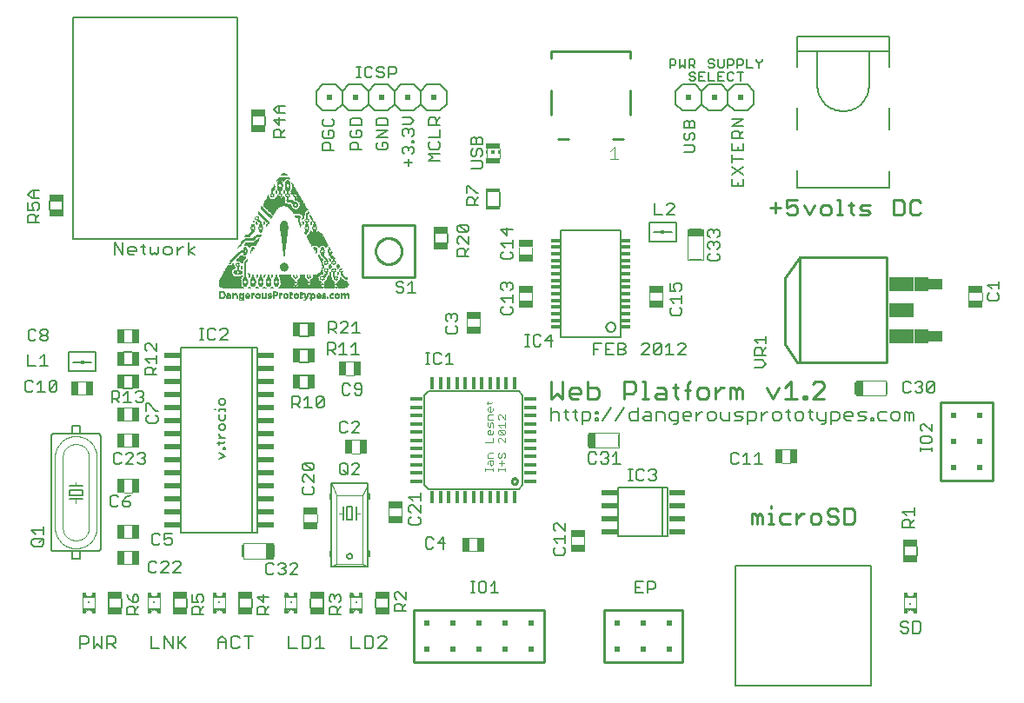
<source format=gto>
G75*
G70*
%OFA0B0*%
%FSLAX24Y24*%
%IPPOS*%
%LPD*%
%AMOC8*
5,1,8,0,0,1.08239X$1,22.5*
%
%ADD10C,0.0080*%
%ADD11C,0.0060*%
%ADD12C,0.0040*%
%ADD13C,0.0070*%
%ADD14C,0.0090*%
%ADD15C,0.0050*%
%ADD16C,0.0110*%
%ADD17R,0.0598X0.0193*%
%ADD18C,0.0020*%
%ADD19R,0.0079X0.0472*%
%ADD20R,0.0256X0.0591*%
%ADD21R,0.0256X0.0551*%
%ADD22R,0.0295X0.0571*%
%ADD23R,0.0571X0.0295*%
%ADD24R,0.0157X0.0118*%
%ADD25R,0.0128X0.0197*%
%ADD26R,0.0059X0.0098*%
%ADD27R,0.0157X0.0069*%
%ADD28R,0.0079X0.0079*%
%ADD29R,0.0118X0.0118*%
%ADD30R,0.0128X0.0030*%
%ADD31R,0.0551X0.0256*%
%ADD32R,0.0560X0.0440*%
%ADD33R,0.0560X0.0560*%
%ADD34R,0.0980X0.0560*%
%ADD35C,0.0100*%
%ADD36R,0.0453X0.0157*%
%ADD37R,0.0453X0.0157*%
%ADD38R,0.0453X0.0158*%
%ADD39R,0.0157X0.0453*%
%ADD40R,0.0157X0.0453*%
%ADD41R,0.0158X0.0453*%
%ADD42R,0.0472X0.0079*%
%ADD43R,0.0591X0.0256*%
%ADD44R,0.0059X0.0118*%
%ADD45R,0.0531X0.0236*%
%ADD46R,0.0560X0.0140*%
%ADD47R,0.0368X0.0128*%
%ADD48R,0.0200X0.0200*%
%ADD49C,0.0086*%
%ADD50R,0.0150X0.0010*%
%ADD51R,0.0070X0.0010*%
%ADD52R,0.0160X0.0010*%
%ADD53R,0.0080X0.0010*%
%ADD54R,0.0170X0.0010*%
%ADD55R,0.0090X0.0010*%
%ADD56R,0.0040X0.0010*%
%ADD57R,0.0100X0.0010*%
%ADD58R,0.0010X0.0010*%
%ADD59R,0.0060X0.0010*%
%ADD60R,0.0130X0.0010*%
%ADD61R,0.0050X0.0010*%
%ADD62R,0.0110X0.0010*%
%ADD63R,0.0140X0.0010*%
%ADD64R,0.0120X0.0010*%
%ADD65R,0.0190X0.0010*%
%ADD66R,0.0180X0.0010*%
%ADD67R,0.0210X0.0010*%
%ADD68R,0.0220X0.0010*%
%ADD69R,0.0200X0.0010*%
%ADD70R,0.0030X0.0010*%
%ADD71R,0.0020X0.0010*%
%ADD72R,0.0310X0.0010*%
%ADD73R,0.0780X0.0010*%
%ADD74R,0.1640X0.0010*%
%ADD75R,0.0380X0.0010*%
%ADD76R,0.0260X0.0010*%
%ADD77R,0.0800X0.0010*%
%ADD78R,0.1610X0.0010*%
%ADD79R,0.0360X0.0010*%
%ADD80R,0.0290X0.0010*%
%ADD81R,0.0820X0.0010*%
%ADD82R,0.1590X0.0010*%
%ADD83R,0.0340X0.0010*%
%ADD84R,0.0840X0.0010*%
%ADD85R,0.1570X0.0010*%
%ADD86R,0.0330X0.0010*%
%ADD87R,0.0320X0.0010*%
%ADD88R,0.1550X0.0010*%
%ADD89R,0.0300X0.0010*%
%ADD90R,0.0850X0.0010*%
%ADD91R,0.1080X0.0010*%
%ADD92R,0.0520X0.0010*%
%ADD93R,0.0450X0.0010*%
%ADD94R,0.0420X0.0010*%
%ADD95R,0.0540X0.0010*%
%ADD96R,0.0410X0.0010*%
%ADD97R,0.0430X0.0010*%
%ADD98R,0.0860X0.0010*%
%ADD99R,0.0530X0.0010*%
%ADD100R,0.0390X0.0010*%
%ADD101R,0.0510X0.0010*%
%ADD102R,0.0400X0.0010*%
%ADD103R,0.0500X0.0010*%
%ADD104R,0.0480X0.0010*%
%ADD105R,0.0370X0.0010*%
%ADD106R,0.0440X0.0010*%
%ADD107R,0.0870X0.0010*%
%ADD108R,0.0350X0.0010*%
%ADD109R,0.0490X0.0010*%
%ADD110R,0.0230X0.0010*%
%ADD111R,0.0270X0.0010*%
%ADD112R,0.0240X0.0010*%
%ADD113R,0.0830X0.0010*%
%ADD114R,0.0280X0.0010*%
%ADD115R,0.0810X0.0010*%
%ADD116R,0.0470X0.0010*%
%ADD117R,0.0250X0.0010*%
%ADD118R,0.0460X0.0010*%
%ADD119R,0.0640X0.0010*%
%ADD120R,0.0630X0.0010*%
%ADD121R,0.0620X0.0010*%
%ADD122R,0.0610X0.0010*%
%ADD123R,0.0590X0.0010*%
%ADD124R,0.0580X0.0010*%
%ADD125R,0.0560X0.0010*%
%ADD126R,0.0550X0.0010*%
%ADD127R,0.0570X0.0010*%
%ADD128R,0.0650X0.0010*%
%ADD129R,0.0680X0.0010*%
%ADD130R,0.0720X0.0010*%
%ADD131R,0.1060X0.0010*%
%ADD132R,0.1070X0.0010*%
%ADD133R,0.1050X0.0010*%
%ADD134R,0.0920X0.0010*%
%ADD135R,0.0890X0.0010*%
%ADD136R,0.0770X0.0010*%
%ADD137R,0.0760X0.0010*%
%ADD138R,0.0750X0.0010*%
%ADD139R,0.0740X0.0010*%
%ADD140R,0.0730X0.0010*%
D10*
X009814Y011356D02*
X009814Y011837D01*
X010054Y011837D01*
X010134Y011757D01*
X010134Y011596D01*
X010054Y011516D01*
X009814Y011516D01*
X010329Y011356D02*
X010489Y011516D01*
X010650Y011356D01*
X010650Y011837D01*
X010845Y011837D02*
X011085Y011837D01*
X011165Y011757D01*
X011165Y011596D01*
X011085Y011516D01*
X010845Y011516D01*
X010845Y011356D02*
X010845Y011837D01*
X011005Y011516D02*
X011165Y011356D01*
X010329Y011356D02*
X010329Y011837D01*
X012534Y011837D02*
X012534Y011356D01*
X012854Y011356D01*
X013049Y011356D02*
X013049Y011837D01*
X013370Y011356D01*
X013370Y011837D01*
X013565Y011837D02*
X013565Y011356D01*
X013565Y011516D02*
X013885Y011837D01*
X013645Y011596D02*
X013885Y011356D01*
X015094Y011356D02*
X015094Y011677D01*
X015254Y011837D01*
X015414Y011677D01*
X015414Y011356D01*
X015609Y011436D02*
X015689Y011356D01*
X015850Y011356D01*
X015930Y011436D01*
X015930Y011757D02*
X015850Y011837D01*
X015689Y011837D01*
X015609Y011757D01*
X015609Y011436D01*
X015414Y011596D02*
X015094Y011596D01*
X016125Y011837D02*
X016445Y011837D01*
X016285Y011837D02*
X016285Y011356D01*
X017814Y011356D02*
X018134Y011356D01*
X018329Y011356D02*
X018570Y011356D01*
X018650Y011436D01*
X018650Y011757D01*
X018570Y011837D01*
X018329Y011837D01*
X018329Y011356D01*
X017814Y011356D02*
X017814Y011837D01*
X018845Y011677D02*
X019005Y011837D01*
X019005Y011356D01*
X018845Y011356D02*
X019165Y011356D01*
X020214Y011356D02*
X020214Y011837D01*
X020729Y011837D02*
X020970Y011837D01*
X021050Y011757D01*
X021050Y011436D01*
X020970Y011356D01*
X020729Y011356D01*
X020729Y011837D01*
X021245Y011757D02*
X021325Y011837D01*
X021485Y011837D01*
X021565Y011757D01*
X021565Y011677D01*
X021245Y011356D01*
X021565Y011356D01*
X020534Y011356D02*
X020214Y011356D01*
X024806Y013489D02*
X024946Y013489D01*
X024876Y013489D02*
X024876Y013909D01*
X024806Y013909D02*
X024946Y013909D01*
X025113Y013839D02*
X025113Y013559D01*
X025183Y013489D01*
X025323Y013489D01*
X025393Y013559D01*
X025393Y013839D01*
X025323Y013909D01*
X025183Y013909D01*
X025113Y013839D01*
X025573Y013769D02*
X025714Y013909D01*
X025714Y013489D01*
X025854Y013489D02*
X025573Y013489D01*
X030443Y015642D02*
X030443Y017532D01*
X032160Y017532D01*
X032160Y015642D01*
X030443Y015642D01*
X032160Y015642D02*
X032357Y015642D01*
X032357Y017532D01*
X032160Y017532D01*
X031792Y013909D02*
X031581Y013909D01*
X031581Y013489D01*
X031581Y013629D02*
X031792Y013629D01*
X031862Y013699D01*
X031862Y013839D01*
X031792Y013909D01*
X031401Y013909D02*
X031121Y013909D01*
X031121Y013489D01*
X031401Y013489D01*
X031261Y013699D02*
X031121Y013699D01*
X026790Y017605D02*
X026632Y017447D01*
X023168Y017447D01*
X023010Y017605D01*
X023010Y021069D01*
X023168Y021227D01*
X026632Y021227D01*
X026790Y021069D01*
X026790Y017605D01*
X016607Y015774D02*
X016410Y015774D01*
X016410Y022900D01*
X016607Y022900D01*
X016607Y015774D01*
X016410Y015774D02*
X013693Y015774D01*
X013693Y022900D01*
X016410Y022900D01*
X014205Y026439D02*
X013965Y026599D01*
X014205Y026759D01*
X013965Y026919D02*
X013965Y026439D01*
X013775Y026759D02*
X013695Y026759D01*
X013535Y026599D01*
X013535Y026439D02*
X013535Y026759D01*
X013340Y026679D02*
X013260Y026759D01*
X013099Y026759D01*
X013019Y026679D01*
X013019Y026519D01*
X013099Y026439D01*
X013260Y026439D01*
X013340Y026519D01*
X013340Y026679D01*
X012824Y026759D02*
X012824Y026519D01*
X012744Y026439D01*
X012664Y026519D01*
X012584Y026439D01*
X012504Y026519D01*
X012504Y026759D01*
X012320Y026759D02*
X012160Y026759D01*
X012240Y026839D02*
X012240Y026519D01*
X012320Y026439D01*
X011965Y026599D02*
X011644Y026599D01*
X011644Y026519D02*
X011644Y026679D01*
X011724Y026759D01*
X011885Y026759D01*
X011965Y026679D01*
X011965Y026599D01*
X011885Y026439D02*
X011724Y026439D01*
X011644Y026519D01*
X011449Y026439D02*
X011449Y026919D01*
X011129Y026919D02*
X011129Y026439D01*
X011449Y026439D02*
X011129Y026919D01*
X019120Y030469D02*
X019120Y030679D01*
X019190Y030749D01*
X019330Y030749D01*
X019400Y030679D01*
X019400Y030469D01*
X019540Y030469D02*
X019120Y030469D01*
X019190Y030929D02*
X019470Y030929D01*
X019540Y030999D01*
X019540Y031140D01*
X019470Y031210D01*
X019330Y031210D01*
X019330Y031070D01*
X019190Y031210D02*
X019120Y031140D01*
X019120Y030999D01*
X019190Y030929D01*
X019190Y031390D02*
X019470Y031390D01*
X019540Y031460D01*
X019540Y031600D01*
X019470Y031670D01*
X019190Y031670D02*
X019120Y031600D01*
X019120Y031460D01*
X019190Y031390D01*
X020190Y031410D02*
X020190Y031620D01*
X020260Y031690D01*
X020540Y031690D01*
X020610Y031620D01*
X020610Y031410D01*
X020190Y031410D01*
X020260Y031230D02*
X020190Y031160D01*
X020190Y031019D01*
X020260Y030949D01*
X020540Y030949D01*
X020610Y031019D01*
X020610Y031160D01*
X020540Y031230D01*
X020400Y031230D01*
X020400Y031090D01*
X020400Y030769D02*
X020470Y030699D01*
X020470Y030489D01*
X020610Y030489D02*
X020190Y030489D01*
X020190Y030699D01*
X020260Y030769D01*
X020400Y030769D01*
X021190Y030699D02*
X021190Y030559D01*
X021260Y030489D01*
X021540Y030489D01*
X021610Y030559D01*
X021610Y030699D01*
X021540Y030769D01*
X021400Y030769D01*
X021400Y030629D01*
X021260Y030769D02*
X021190Y030699D01*
X021190Y030949D02*
X021610Y031230D01*
X021190Y031230D01*
X021190Y031410D02*
X021190Y031620D01*
X021260Y031690D01*
X021540Y031690D01*
X021610Y031620D01*
X021610Y031410D01*
X021190Y031410D01*
X021190Y030949D02*
X021610Y030949D01*
X022190Y031066D02*
X022190Y031206D01*
X022260Y031276D01*
X022330Y031276D01*
X022400Y031206D01*
X022470Y031276D01*
X022540Y031276D01*
X022610Y031206D01*
X022610Y031066D01*
X022540Y030996D01*
X022540Y030836D02*
X022610Y030836D01*
X022610Y030766D01*
X022540Y030766D01*
X022540Y030836D01*
X022540Y030586D02*
X022610Y030516D01*
X022610Y030376D01*
X022540Y030306D01*
X022400Y030446D02*
X022400Y030516D01*
X022470Y030586D01*
X022540Y030586D01*
X022400Y030516D02*
X022330Y030586D01*
X022260Y030586D01*
X022190Y030516D01*
X022190Y030376D01*
X022260Y030306D01*
X022400Y030126D02*
X022400Y029845D01*
X022260Y029985D02*
X022540Y029985D01*
X023190Y030042D02*
X023330Y030182D01*
X023190Y030322D01*
X023610Y030322D01*
X023540Y030503D02*
X023260Y030503D01*
X023190Y030573D01*
X023190Y030713D01*
X023260Y030783D01*
X023190Y030963D02*
X023610Y030963D01*
X023610Y031243D01*
X023610Y031423D02*
X023190Y031423D01*
X023190Y031633D01*
X023260Y031704D01*
X023400Y031704D01*
X023470Y031633D01*
X023470Y031423D01*
X023470Y031563D02*
X023610Y031704D01*
X023540Y030783D02*
X023610Y030713D01*
X023610Y030573D01*
X023540Y030503D01*
X023610Y030042D02*
X023190Y030042D01*
X022260Y030996D02*
X022190Y031066D01*
X022400Y031136D02*
X022400Y031206D01*
X022470Y031457D02*
X022190Y031457D01*
X022190Y031737D02*
X022470Y031737D01*
X022610Y031597D01*
X022470Y031457D01*
X021653Y033243D02*
X021653Y033664D01*
X021863Y033664D01*
X021933Y033594D01*
X021933Y033454D01*
X021863Y033384D01*
X021653Y033384D01*
X021473Y033384D02*
X021473Y033314D01*
X021403Y033243D01*
X021263Y033243D01*
X021193Y033314D01*
X021263Y033454D02*
X021403Y033454D01*
X021473Y033384D01*
X021473Y033594D02*
X021403Y033664D01*
X021263Y033664D01*
X021193Y033594D01*
X021193Y033524D01*
X021263Y033454D01*
X021013Y033594D02*
X020943Y033664D01*
X020803Y033664D01*
X020733Y033594D01*
X020733Y033314D01*
X020803Y033243D01*
X020943Y033243D01*
X021013Y033314D01*
X020566Y033243D02*
X020426Y033243D01*
X020496Y033243D02*
X020496Y033664D01*
X020426Y033664D02*
X020566Y033664D01*
X032970Y031515D02*
X033040Y031585D01*
X033110Y031585D01*
X033180Y031515D01*
X033180Y031305D01*
X033250Y031125D02*
X033320Y031125D01*
X033390Y031055D01*
X033390Y030915D01*
X033320Y030845D01*
X033180Y030915D02*
X033180Y031055D01*
X033250Y031125D01*
X033040Y031125D02*
X032970Y031055D01*
X032970Y030915D01*
X033040Y030845D01*
X033110Y030845D01*
X033180Y030915D01*
X033320Y030664D02*
X032970Y030664D01*
X032970Y030384D02*
X033320Y030384D01*
X033390Y030454D01*
X033390Y030594D01*
X033320Y030664D01*
X033390Y031305D02*
X032970Y031305D01*
X032970Y031515D01*
X033180Y031515D02*
X033250Y031585D01*
X033320Y031585D01*
X033390Y031515D01*
X033390Y031305D01*
X034820Y031375D02*
X035240Y031655D01*
X034820Y031655D01*
X034820Y031375D02*
X035240Y031375D01*
X035240Y031195D02*
X035100Y031055D01*
X035100Y031125D02*
X035100Y030914D01*
X035240Y030914D02*
X034820Y030914D01*
X034820Y031125D01*
X034890Y031195D01*
X035030Y031195D01*
X035100Y031125D01*
X035240Y030734D02*
X035240Y030454D01*
X034820Y030454D01*
X034820Y030734D01*
X035030Y030594D02*
X035030Y030454D01*
X034820Y030274D02*
X034820Y029994D01*
X034820Y030134D02*
X035240Y030134D01*
X035240Y029814D02*
X034820Y029533D01*
X034820Y029353D02*
X034820Y029073D01*
X035240Y029073D01*
X035240Y029353D01*
X035240Y029533D02*
X034820Y029814D01*
X035030Y029213D02*
X035030Y029073D01*
X037306Y029010D02*
X037306Y029679D01*
X037306Y029010D02*
X040849Y029010D01*
X040849Y029640D01*
X040849Y031254D02*
X040849Y032081D01*
X040061Y032868D02*
X040061Y034246D01*
X038093Y034246D01*
X038093Y032868D01*
X038097Y032809D01*
X038106Y032750D01*
X038118Y032692D01*
X038133Y032635D01*
X038152Y032579D01*
X038175Y032524D01*
X038201Y032471D01*
X038230Y032419D01*
X038262Y032370D01*
X038298Y032322D01*
X038336Y032277D01*
X038377Y032234D01*
X038421Y032194D01*
X038467Y032157D01*
X038515Y032123D01*
X038566Y032092D01*
X038618Y032064D01*
X038672Y032040D01*
X038727Y032019D01*
X038784Y032001D01*
X038842Y031987D01*
X038900Y031977D01*
X038959Y031970D01*
X039018Y031967D01*
X039077Y031968D01*
X039136Y031967D01*
X039195Y031970D01*
X039254Y031977D01*
X039312Y031987D01*
X039370Y032001D01*
X039427Y032019D01*
X039482Y032040D01*
X039536Y032064D01*
X039588Y032092D01*
X039639Y032123D01*
X039687Y032157D01*
X039733Y032194D01*
X039777Y032234D01*
X039818Y032277D01*
X039856Y032322D01*
X039892Y032370D01*
X039924Y032419D01*
X039953Y032471D01*
X039979Y032524D01*
X040002Y032579D01*
X040021Y032635D01*
X040036Y032692D01*
X040048Y032750D01*
X040057Y032809D01*
X040061Y032868D01*
X040849Y033656D02*
X040849Y034246D01*
X040061Y034246D01*
X040849Y034246D02*
X040849Y034837D01*
X037306Y034837D01*
X037306Y034246D01*
X037306Y033656D01*
X037306Y034246D02*
X038093Y034246D01*
X037306Y032081D02*
X037306Y031254D01*
X042111Y019955D02*
X042041Y019885D01*
X042041Y019745D01*
X042111Y019675D01*
X042111Y019495D02*
X042041Y019425D01*
X042041Y019285D01*
X042111Y019215D01*
X042392Y019215D01*
X042462Y019285D01*
X042462Y019425D01*
X042392Y019495D01*
X042111Y019495D01*
X042462Y019675D02*
X042182Y019955D01*
X042111Y019955D01*
X042462Y019955D02*
X042462Y019675D01*
X042462Y019048D02*
X042462Y018908D01*
X042462Y018978D02*
X042041Y018978D01*
X042041Y018908D02*
X042041Y019048D01*
D11*
X042049Y021157D02*
X041902Y021157D01*
X041828Y021230D01*
X041662Y021230D02*
X041588Y021157D01*
X041441Y021157D01*
X041368Y021230D01*
X041368Y021524D01*
X041441Y021597D01*
X041588Y021597D01*
X041662Y021524D01*
X041828Y021524D02*
X041902Y021597D01*
X042049Y021597D01*
X042122Y021524D01*
X042122Y021450D01*
X042049Y021377D01*
X042122Y021303D01*
X042122Y021230D01*
X042049Y021157D01*
X042049Y021377D02*
X041975Y021377D01*
X042289Y021524D02*
X042362Y021597D01*
X042509Y021597D01*
X042582Y021524D01*
X042289Y021230D01*
X042362Y021157D01*
X042509Y021157D01*
X042582Y021230D01*
X042582Y021524D01*
X042289Y021524D02*
X042289Y021230D01*
X044688Y024680D02*
X044982Y024680D01*
X045055Y024753D01*
X045055Y024900D01*
X044982Y024973D01*
X045055Y025140D02*
X045055Y025434D01*
X045055Y025287D02*
X044615Y025287D01*
X044761Y025140D01*
X044688Y024973D02*
X044615Y024900D01*
X044615Y024753D01*
X044688Y024680D01*
X036120Y023331D02*
X036120Y023038D01*
X036120Y023184D02*
X035680Y023184D01*
X035826Y023038D01*
X035753Y022871D02*
X035900Y022871D01*
X035973Y022797D01*
X035973Y022577D01*
X035973Y022724D02*
X036120Y022871D01*
X036120Y022577D02*
X035680Y022577D01*
X035680Y022797D01*
X035753Y022871D01*
X035680Y022410D02*
X035973Y022410D01*
X036120Y022264D01*
X035973Y022117D01*
X035680Y022117D01*
X033034Y022617D02*
X032740Y022617D01*
X033034Y022910D01*
X033034Y022984D01*
X032960Y023057D01*
X032813Y023057D01*
X032740Y022984D01*
X032426Y023057D02*
X032426Y022617D01*
X032280Y022617D02*
X032573Y022617D01*
X032280Y022910D02*
X032426Y023057D01*
X032113Y022984D02*
X031819Y022690D01*
X031893Y022617D01*
X032040Y022617D01*
X032113Y022690D01*
X032113Y022984D01*
X032040Y023057D01*
X031893Y023057D01*
X031819Y022984D01*
X031819Y022690D01*
X031653Y022617D02*
X031359Y022617D01*
X031653Y022910D01*
X031653Y022984D01*
X031579Y023057D01*
X031432Y023057D01*
X031359Y022984D01*
X030732Y022984D02*
X030732Y022910D01*
X030658Y022837D01*
X030438Y022837D01*
X030438Y022617D02*
X030438Y023057D01*
X030658Y023057D01*
X030732Y022984D01*
X030658Y022837D02*
X030732Y022764D01*
X030732Y022690D01*
X030658Y022617D01*
X030438Y022617D01*
X030272Y022617D02*
X029978Y022617D01*
X029978Y023057D01*
X030272Y023057D01*
X030125Y022837D02*
X029978Y022837D01*
X029811Y023057D02*
X029518Y023057D01*
X029518Y022617D01*
X029518Y022837D02*
X029664Y022837D01*
X030552Y023290D02*
X028248Y023290D01*
X028248Y027384D01*
X030552Y027384D01*
X030552Y023290D01*
X029987Y023673D02*
X029989Y023699D01*
X029995Y023725D01*
X030004Y023750D01*
X030017Y023773D01*
X030033Y023794D01*
X030052Y023812D01*
X030074Y023828D01*
X030097Y023840D01*
X030122Y023848D01*
X030148Y023853D01*
X030175Y023854D01*
X030201Y023851D01*
X030226Y023844D01*
X030251Y023834D01*
X030273Y023820D01*
X030294Y023803D01*
X030311Y023784D01*
X030326Y023762D01*
X030337Y023738D01*
X030345Y023712D01*
X030349Y023686D01*
X030349Y023660D01*
X030345Y023634D01*
X030337Y023608D01*
X030326Y023584D01*
X030311Y023562D01*
X030294Y023543D01*
X030273Y023526D01*
X030251Y023512D01*
X030226Y023502D01*
X030201Y023495D01*
X030175Y023492D01*
X030148Y023493D01*
X030122Y023498D01*
X030097Y023506D01*
X030074Y023518D01*
X030052Y023534D01*
X030033Y023552D01*
X030017Y023573D01*
X030004Y023596D01*
X029995Y023621D01*
X029989Y023647D01*
X029987Y023673D01*
X027950Y023157D02*
X027656Y023157D01*
X027876Y023377D01*
X027876Y022937D01*
X027489Y023010D02*
X027416Y022937D01*
X027269Y022937D01*
X027196Y023010D01*
X027196Y023304D01*
X027269Y023377D01*
X027416Y023377D01*
X027489Y023304D01*
X027036Y023377D02*
X026889Y023377D01*
X026962Y023377D02*
X026962Y022937D01*
X026889Y022937D02*
X027036Y022937D01*
X026322Y024166D02*
X026395Y024239D01*
X026395Y024386D01*
X026322Y024459D01*
X026395Y024626D02*
X026395Y024920D01*
X026395Y024773D02*
X025955Y024773D01*
X026101Y024626D01*
X026028Y024459D02*
X025955Y024386D01*
X025955Y024239D01*
X026028Y024166D01*
X026322Y024166D01*
X026322Y025086D02*
X026395Y025160D01*
X026395Y025307D01*
X026322Y025380D01*
X026248Y025380D01*
X026175Y025307D01*
X026175Y025233D01*
X026175Y025307D02*
X026101Y025380D01*
X026028Y025380D01*
X025955Y025307D01*
X025955Y025160D01*
X026028Y025086D01*
X026028Y026271D02*
X025955Y026344D01*
X025955Y026491D01*
X026028Y026564D01*
X026101Y026731D02*
X025955Y026878D01*
X026395Y026878D01*
X026395Y026731D02*
X026395Y027025D01*
X026175Y027191D02*
X026175Y027485D01*
X026395Y027412D02*
X025955Y027412D01*
X026175Y027191D01*
X026322Y026564D02*
X026395Y026491D01*
X026395Y026344D01*
X026322Y026271D01*
X026028Y026271D01*
X024720Y026387D02*
X024280Y026387D01*
X024280Y026607D01*
X024353Y026680D01*
X024500Y026680D01*
X024573Y026607D01*
X024573Y026387D01*
X024573Y026534D02*
X024720Y026680D01*
X024720Y026847D02*
X024426Y027141D01*
X024353Y027141D01*
X024280Y027067D01*
X024280Y026921D01*
X024353Y026847D01*
X024720Y026847D02*
X024720Y027141D01*
X024647Y027308D02*
X024353Y027601D01*
X024647Y027601D01*
X024720Y027528D01*
X024720Y027381D01*
X024647Y027308D01*
X024353Y027308D01*
X024280Y027381D01*
X024280Y027528D01*
X024353Y027601D01*
X023900Y027248D02*
X023900Y026925D01*
X023400Y026925D02*
X023400Y027248D01*
X024640Y028346D02*
X024640Y028566D01*
X024713Y028640D01*
X024860Y028640D01*
X024933Y028566D01*
X024933Y028346D01*
X024933Y028493D02*
X025080Y028640D01*
X025080Y028806D02*
X025007Y028806D01*
X024713Y029100D01*
X024640Y029100D01*
X024640Y028806D01*
X024640Y028346D02*
X025080Y028346D01*
X025400Y028307D02*
X025400Y028867D01*
X025900Y028867D02*
X025900Y028307D01*
X025167Y029756D02*
X024800Y029756D01*
X024800Y030049D02*
X025167Y030049D01*
X025240Y029976D01*
X025240Y029829D01*
X025167Y029756D01*
X025167Y030216D02*
X025240Y030289D01*
X025240Y030436D01*
X025167Y030510D01*
X025093Y030510D01*
X025020Y030436D01*
X025020Y030289D01*
X024946Y030216D01*
X024873Y030216D01*
X024800Y030289D01*
X024800Y030436D01*
X024873Y030510D01*
X024800Y030676D02*
X024800Y030897D01*
X024873Y030970D01*
X024946Y030970D01*
X025020Y030897D01*
X025020Y030676D01*
X025240Y030676D02*
X025240Y030897D01*
X025167Y030970D01*
X025093Y030970D01*
X025020Y030897D01*
X025240Y030676D02*
X024800Y030676D01*
X023611Y031975D02*
X023111Y031975D01*
X022861Y032225D01*
X022611Y031975D01*
X022111Y031975D01*
X021861Y032225D01*
X021861Y032725D01*
X022111Y032975D01*
X022611Y032975D01*
X022861Y032725D01*
X023111Y032975D01*
X023611Y032975D01*
X023861Y032725D01*
X023861Y032225D01*
X023611Y031975D01*
X022861Y032225D02*
X022861Y032725D01*
X021861Y032725D02*
X021611Y032975D01*
X021111Y032975D01*
X020861Y032725D01*
X020611Y032975D01*
X020111Y032975D01*
X019861Y032725D01*
X019611Y032975D01*
X019111Y032975D01*
X018861Y032725D01*
X018861Y032225D01*
X019111Y031975D01*
X019611Y031975D01*
X019861Y032225D01*
X019861Y032725D01*
X019861Y032225D02*
X020111Y031975D01*
X020611Y031975D01*
X020861Y032225D01*
X020861Y032725D01*
X020861Y032225D02*
X021111Y031975D01*
X021611Y031975D01*
X021861Y032225D01*
X017670Y032167D02*
X017376Y032167D01*
X017230Y032020D01*
X017376Y031873D01*
X017670Y031873D01*
X017450Y031873D02*
X017450Y032167D01*
X017450Y031707D02*
X017450Y031413D01*
X017230Y031633D01*
X017670Y031633D01*
X017670Y031246D02*
X017523Y031100D01*
X017523Y031173D02*
X017523Y030953D01*
X017670Y030953D02*
X017230Y030953D01*
X017230Y031173D01*
X017303Y031246D01*
X017450Y031246D01*
X017523Y031173D01*
X016900Y031431D02*
X016900Y031754D01*
X016400Y031754D02*
X016400Y031431D01*
X009150Y028504D02*
X009150Y028181D01*
X008650Y028181D02*
X008650Y028504D01*
X008260Y028623D02*
X007966Y028623D01*
X007820Y028770D01*
X007966Y028917D01*
X008260Y028917D01*
X008040Y028917D02*
X008040Y028623D01*
X008040Y028457D02*
X008187Y028457D01*
X008260Y028383D01*
X008260Y028236D01*
X008187Y028163D01*
X008040Y028163D02*
X007966Y028310D01*
X007966Y028383D01*
X008040Y028457D01*
X007820Y028457D02*
X007820Y028163D01*
X008040Y028163D01*
X008040Y027996D02*
X008113Y027923D01*
X008113Y027703D01*
X008113Y027850D02*
X008260Y027996D01*
X008040Y027996D02*
X007893Y027996D01*
X007820Y027923D01*
X007820Y027703D01*
X008260Y027703D01*
X008362Y023589D02*
X008509Y023589D01*
X008582Y023516D01*
X008582Y023442D01*
X008509Y023369D01*
X008362Y023369D01*
X008288Y023442D01*
X008288Y023516D01*
X008362Y023589D01*
X008362Y023369D02*
X008288Y023296D01*
X008288Y023222D01*
X008362Y023149D01*
X008509Y023149D01*
X008582Y023222D01*
X008582Y023296D01*
X008509Y023369D01*
X008122Y023222D02*
X008048Y023149D01*
X007901Y023149D01*
X007828Y023222D01*
X007828Y023516D01*
X007901Y023589D01*
X008048Y023589D01*
X008122Y023516D01*
X007820Y022637D02*
X007820Y022197D01*
X008114Y022197D01*
X008280Y022197D02*
X008574Y022197D01*
X008427Y022197D02*
X008427Y022637D01*
X008280Y022490D01*
X008316Y021628D02*
X008316Y021188D01*
X008169Y021188D02*
X008463Y021188D01*
X008630Y021261D02*
X008923Y021555D01*
X008923Y021261D01*
X008850Y021188D01*
X008703Y021188D01*
X008630Y021261D01*
X008630Y021555D01*
X008703Y021628D01*
X008850Y021628D01*
X008923Y021555D01*
X008316Y021628D02*
X008169Y021481D01*
X008002Y021555D02*
X007929Y021628D01*
X007782Y021628D01*
X007709Y021555D01*
X007709Y021261D01*
X007782Y021188D01*
X007929Y021188D01*
X008002Y021261D01*
X009500Y019887D02*
X009800Y019887D01*
X009800Y019587D01*
X010100Y019587D02*
X010500Y019587D01*
X010517Y019585D01*
X010534Y019581D01*
X010550Y019574D01*
X010564Y019564D01*
X010577Y019551D01*
X010587Y019537D01*
X010594Y019521D01*
X010598Y019504D01*
X010600Y019487D01*
X010600Y015187D01*
X010598Y015170D01*
X010594Y015153D01*
X010587Y015137D01*
X010577Y015123D01*
X010564Y015110D01*
X010550Y015100D01*
X010534Y015093D01*
X010517Y015089D01*
X010500Y015087D01*
X010100Y015087D01*
X009800Y015087D01*
X009800Y014787D01*
X009500Y014787D01*
X009500Y015087D01*
X009200Y015087D01*
X008800Y015087D01*
X008783Y015089D01*
X008766Y015093D01*
X008750Y015100D01*
X008736Y015110D01*
X008723Y015123D01*
X008713Y015137D01*
X008706Y015153D01*
X008702Y015170D01*
X008700Y015187D01*
X008700Y019487D01*
X008702Y019504D01*
X008706Y019521D01*
X008713Y019537D01*
X008723Y019551D01*
X008736Y019564D01*
X008750Y019574D01*
X008766Y019581D01*
X008783Y019585D01*
X008800Y019587D01*
X009200Y019587D01*
X010100Y019587D01*
X009500Y019587D02*
X009500Y019887D01*
X011030Y020772D02*
X011030Y021212D01*
X011250Y021212D01*
X011324Y021139D01*
X011324Y020992D01*
X011250Y020919D01*
X011030Y020919D01*
X011177Y020919D02*
X011324Y020772D01*
X011490Y020772D02*
X011784Y020772D01*
X011637Y020772D02*
X011637Y021212D01*
X011490Y021065D01*
X011489Y021337D02*
X011811Y021337D01*
X011951Y021139D02*
X012024Y021212D01*
X012171Y021212D01*
X012244Y021139D01*
X012244Y021065D01*
X012171Y020992D01*
X012244Y020919D01*
X012244Y020845D01*
X012171Y020772D01*
X012024Y020772D01*
X011951Y020845D01*
X012097Y020992D02*
X012171Y020992D01*
X012355Y020755D02*
X012428Y020755D01*
X012722Y020461D01*
X012795Y020461D01*
X012722Y020294D02*
X012795Y020221D01*
X012795Y020074D01*
X012722Y020001D01*
X012428Y020001D01*
X012355Y020074D01*
X012355Y020221D01*
X012428Y020294D01*
X012355Y020461D02*
X012355Y020755D01*
X012315Y021842D02*
X012315Y022062D01*
X012388Y022135D01*
X012535Y022135D01*
X012608Y022062D01*
X012608Y021842D01*
X012608Y021989D02*
X012755Y022135D01*
X012755Y022302D02*
X012755Y022596D01*
X012755Y022449D02*
X012315Y022449D01*
X012461Y022302D01*
X012388Y022763D02*
X012315Y022836D01*
X012315Y022983D01*
X012388Y023056D01*
X012461Y023056D01*
X012755Y022763D01*
X012755Y023056D01*
X011811Y022712D02*
X011489Y022712D01*
X011489Y022212D02*
X011811Y022212D01*
X011811Y021837D02*
X011489Y021837D01*
X012315Y021842D02*
X012755Y021842D01*
X014412Y023177D02*
X014559Y023177D01*
X014486Y023177D02*
X014486Y023617D01*
X014559Y023617D02*
X014412Y023617D01*
X014719Y023544D02*
X014719Y023250D01*
X014793Y023177D01*
X014939Y023177D01*
X015013Y023250D01*
X015180Y023177D02*
X015473Y023470D01*
X015473Y023544D01*
X015400Y023617D01*
X015253Y023617D01*
X015180Y023544D01*
X015013Y023544D02*
X014939Y023617D01*
X014793Y023617D01*
X014719Y023544D01*
X015180Y023177D02*
X015473Y023177D01*
X018239Y023337D02*
X018561Y023337D01*
X018561Y023837D02*
X018239Y023837D01*
X018239Y022837D02*
X018561Y022837D01*
X019300Y022784D02*
X019520Y022784D01*
X019594Y022857D01*
X019594Y023004D01*
X019520Y023077D01*
X019300Y023077D01*
X019300Y022637D01*
X019447Y022784D02*
X019594Y022637D01*
X019760Y022637D02*
X020054Y022637D01*
X019907Y022637D02*
X019907Y023077D01*
X019760Y022930D01*
X020221Y022930D02*
X020367Y023077D01*
X020367Y022637D01*
X020221Y022637D02*
X020514Y022637D01*
X020548Y023441D02*
X020255Y023441D01*
X020401Y023441D02*
X020401Y023881D01*
X020255Y023734D01*
X020088Y023734D02*
X020088Y023808D01*
X020015Y023881D01*
X019868Y023881D01*
X019794Y023808D01*
X019628Y023808D02*
X019628Y023661D01*
X019554Y023588D01*
X019334Y023588D01*
X019481Y023588D02*
X019628Y023441D01*
X019794Y023441D02*
X020088Y023734D01*
X020088Y023441D02*
X019794Y023441D01*
X019628Y023808D02*
X019554Y023881D01*
X019334Y023881D01*
X019334Y023441D01*
X018561Y022337D02*
X018239Y022337D01*
X018239Y021837D02*
X018561Y021837D01*
X018561Y021337D02*
X018239Y021337D01*
X018170Y021027D02*
X018244Y020954D01*
X018244Y020807D01*
X018170Y020734D01*
X017950Y020734D01*
X018097Y020734D02*
X018244Y020587D01*
X018410Y020587D02*
X018704Y020587D01*
X018557Y020587D02*
X018557Y021027D01*
X018410Y020880D01*
X018170Y021027D02*
X017950Y021027D01*
X017950Y020587D01*
X018871Y020660D02*
X019164Y020954D01*
X019164Y020660D01*
X019091Y020587D01*
X018944Y020587D01*
X018871Y020660D01*
X018871Y020954D01*
X018944Y021027D01*
X019091Y021027D01*
X019164Y020954D01*
X019870Y021140D02*
X019870Y021434D01*
X019943Y021507D01*
X020090Y021507D01*
X020164Y021434D01*
X020330Y021434D02*
X020330Y021360D01*
X020404Y021287D01*
X020624Y021287D01*
X020624Y021140D02*
X020624Y021434D01*
X020551Y021507D01*
X020404Y021507D01*
X020330Y021434D01*
X020330Y021140D02*
X020404Y021067D01*
X020551Y021067D01*
X020624Y021140D01*
X020164Y021140D02*
X020090Y021067D01*
X019943Y021067D01*
X019870Y021140D01*
X019843Y020057D02*
X019770Y019984D01*
X019770Y019690D01*
X019843Y019617D01*
X019990Y019617D01*
X020064Y019690D01*
X020230Y019617D02*
X020524Y019910D01*
X020524Y019984D01*
X020451Y020057D01*
X020304Y020057D01*
X020230Y019984D01*
X020064Y019984D02*
X019990Y020057D01*
X019843Y020057D01*
X020230Y019617D02*
X020524Y019617D01*
X020451Y018467D02*
X020304Y018467D01*
X020230Y018394D01*
X020064Y018394D02*
X020064Y018100D01*
X019990Y018027D01*
X019843Y018027D01*
X019770Y018100D01*
X019770Y018394D01*
X019843Y018467D01*
X019990Y018467D01*
X020064Y018394D01*
X019917Y018174D02*
X020064Y018027D01*
X020230Y018027D02*
X020524Y018320D01*
X020524Y018394D01*
X020451Y018467D01*
X020524Y018027D02*
X020230Y018027D01*
X020850Y017687D02*
X019450Y017687D01*
X019450Y017487D01*
X019450Y016887D01*
X019450Y015287D01*
X019450Y014687D01*
X019450Y014487D01*
X020850Y014487D01*
X020850Y014687D01*
X020850Y015287D01*
X020850Y016887D01*
X020850Y017487D01*
X020850Y017687D01*
X020850Y017287D02*
X020900Y017287D01*
X020900Y017087D01*
X020850Y017087D01*
X020400Y016787D02*
X020400Y016537D01*
X020400Y016287D01*
X020250Y016287D02*
X020250Y016787D01*
X020050Y016787D01*
X020050Y016287D01*
X020250Y016287D01*
X019900Y016287D02*
X019900Y016537D01*
X019900Y016787D01*
X019450Y017087D02*
X019400Y017087D01*
X019400Y017287D01*
X019450Y017287D01*
X018785Y017325D02*
X018785Y017472D01*
X018712Y017545D01*
X018785Y017712D02*
X018491Y018006D01*
X018418Y018006D01*
X018345Y017932D01*
X018345Y017786D01*
X018418Y017712D01*
X018418Y017545D02*
X018345Y017472D01*
X018345Y017325D01*
X018418Y017252D01*
X018712Y017252D01*
X018785Y017325D01*
X018785Y017712D02*
X018785Y018006D01*
X018712Y018173D02*
X018418Y018466D01*
X018712Y018466D01*
X018785Y018393D01*
X018785Y018246D01*
X018712Y018173D01*
X018418Y018173D01*
X018345Y018246D01*
X018345Y018393D01*
X018418Y018466D01*
X022425Y017159D02*
X022865Y017159D01*
X022865Y017013D02*
X022865Y017306D01*
X022571Y017013D02*
X022425Y017159D01*
X022498Y016846D02*
X022425Y016772D01*
X022425Y016626D01*
X022498Y016552D01*
X022498Y016385D02*
X022425Y016312D01*
X022425Y016165D01*
X022498Y016092D01*
X022792Y016092D01*
X022865Y016165D01*
X022865Y016312D01*
X022792Y016385D01*
X022865Y016552D02*
X022571Y016846D01*
X022498Y016846D01*
X022865Y016846D02*
X022865Y016552D01*
X023143Y015607D02*
X023069Y015534D01*
X023069Y015240D01*
X023143Y015167D01*
X023289Y015167D01*
X023363Y015240D01*
X023530Y015387D02*
X023750Y015607D01*
X023750Y015167D01*
X023823Y015387D02*
X023530Y015387D01*
X023363Y015534D02*
X023289Y015607D01*
X023143Y015607D01*
X020900Y015087D02*
X020900Y014887D01*
X020850Y014887D01*
X020850Y015087D02*
X020900Y015087D01*
X020050Y014887D02*
X020052Y014907D01*
X020058Y014925D01*
X020067Y014943D01*
X020079Y014958D01*
X020094Y014970D01*
X020112Y014979D01*
X020130Y014985D01*
X020150Y014987D01*
X020170Y014985D01*
X020188Y014979D01*
X020206Y014970D01*
X020221Y014958D01*
X020233Y014943D01*
X020242Y014925D01*
X020248Y014907D01*
X020250Y014887D01*
X020248Y014867D01*
X020242Y014849D01*
X020233Y014831D01*
X020221Y014816D01*
X020206Y014804D01*
X020188Y014795D01*
X020170Y014789D01*
X020150Y014787D01*
X020130Y014789D01*
X020112Y014795D01*
X020094Y014804D01*
X020079Y014816D01*
X020067Y014831D01*
X020058Y014849D01*
X020052Y014867D01*
X020050Y014887D01*
X019450Y014887D02*
X019400Y014887D01*
X019400Y015087D01*
X019450Y015087D01*
X018156Y014555D02*
X018083Y014629D01*
X017936Y014629D01*
X017863Y014555D01*
X017696Y014555D02*
X017696Y014482D01*
X017623Y014408D01*
X017696Y014335D01*
X017696Y014262D01*
X017623Y014188D01*
X017476Y014188D01*
X017402Y014262D01*
X017236Y014262D02*
X017162Y014188D01*
X017015Y014188D01*
X016942Y014262D01*
X016942Y014555D01*
X017015Y014629D01*
X017162Y014629D01*
X017236Y014555D01*
X017402Y014555D02*
X017476Y014629D01*
X017623Y014629D01*
X017696Y014555D01*
X017623Y014408D02*
X017549Y014408D01*
X017863Y014188D02*
X018156Y014482D01*
X018156Y014555D01*
X018156Y014188D02*
X017863Y014188D01*
X017060Y013332D02*
X016620Y013332D01*
X016840Y013112D01*
X016840Y013406D01*
X016840Y012945D02*
X016693Y012945D01*
X016620Y012872D01*
X016620Y012652D01*
X017060Y012652D01*
X016913Y012652D02*
X016913Y012872D01*
X016840Y012945D01*
X016913Y012799D02*
X017060Y012945D01*
X016400Y012925D02*
X016400Y013248D01*
X015900Y013248D02*
X015900Y012925D01*
X014560Y012945D02*
X014413Y012799D01*
X014413Y012872D02*
X014413Y012652D01*
X014560Y012652D02*
X014120Y012652D01*
X014120Y012872D01*
X014193Y012945D01*
X014340Y012945D01*
X014413Y012872D01*
X014340Y013112D02*
X014266Y013259D01*
X014266Y013332D01*
X014340Y013406D01*
X014487Y013406D01*
X014560Y013332D01*
X014560Y013186D01*
X014487Y013112D01*
X014340Y013112D02*
X014120Y013112D01*
X014120Y013406D01*
X013900Y013248D02*
X013900Y012925D01*
X013400Y012925D02*
X013400Y013248D01*
X013381Y014247D02*
X013674Y014540D01*
X013674Y014614D01*
X013601Y014687D01*
X013454Y014687D01*
X013381Y014614D01*
X013214Y014614D02*
X013141Y014687D01*
X012994Y014687D01*
X012920Y014614D01*
X012754Y014614D02*
X012680Y014687D01*
X012533Y014687D01*
X012460Y014614D01*
X012460Y014320D01*
X012533Y014247D01*
X012680Y014247D01*
X012754Y014320D01*
X012920Y014247D02*
X013214Y014540D01*
X013214Y014614D01*
X013214Y014247D02*
X012920Y014247D01*
X013381Y014247D02*
X013674Y014247D01*
X013261Y015307D02*
X013114Y015307D01*
X013040Y015380D01*
X013040Y015527D02*
X013187Y015600D01*
X013261Y015600D01*
X013334Y015527D01*
X013334Y015380D01*
X013261Y015307D01*
X013040Y015527D02*
X013040Y015747D01*
X013334Y015747D01*
X012874Y015674D02*
X012800Y015747D01*
X012653Y015747D01*
X012580Y015674D01*
X012580Y015380D01*
X012653Y015307D01*
X012800Y015307D01*
X012874Y015380D01*
X011661Y016777D02*
X011734Y016850D01*
X011734Y016924D01*
X011661Y016997D01*
X011440Y016997D01*
X011440Y016850D01*
X011514Y016777D01*
X011661Y016777D01*
X011440Y016997D02*
X011587Y017144D01*
X011734Y017217D01*
X011274Y017144D02*
X011200Y017217D01*
X011053Y017217D01*
X010980Y017144D01*
X010980Y016850D01*
X011053Y016777D01*
X011200Y016777D01*
X011274Y016850D01*
X009900Y017087D02*
X009650Y017087D01*
X009400Y017087D01*
X009400Y017237D02*
X009400Y017437D01*
X009900Y017437D01*
X009900Y017237D01*
X009400Y017237D01*
X009400Y017587D02*
X009650Y017587D01*
X009900Y017587D01*
X011104Y018492D02*
X011177Y018419D01*
X011324Y018419D01*
X011398Y018492D01*
X011564Y018419D02*
X011858Y018712D01*
X011858Y018786D01*
X011785Y018859D01*
X011638Y018859D01*
X011564Y018786D01*
X011398Y018786D02*
X011324Y018859D01*
X011177Y018859D01*
X011104Y018786D01*
X011104Y018492D01*
X011564Y018419D02*
X011858Y018419D01*
X012025Y018492D02*
X012098Y018419D01*
X012245Y018419D01*
X012318Y018492D01*
X012318Y018566D01*
X012245Y018639D01*
X012171Y018639D01*
X012245Y018639D02*
X012318Y018712D01*
X012318Y018786D01*
X012245Y018859D01*
X012098Y018859D01*
X012025Y018786D01*
X008400Y016021D02*
X008400Y015727D01*
X008400Y015874D02*
X007960Y015874D01*
X008106Y015727D01*
X008033Y015560D02*
X008327Y015560D01*
X008400Y015487D01*
X008400Y015340D01*
X008327Y015267D01*
X008033Y015267D01*
X007960Y015340D01*
X007960Y015487D01*
X008033Y015560D01*
X008253Y015414D02*
X008400Y015560D01*
X009500Y015087D02*
X009800Y015087D01*
X011620Y013406D02*
X011693Y013259D01*
X011840Y013112D01*
X011840Y013332D01*
X011913Y013406D01*
X011987Y013406D01*
X012060Y013332D01*
X012060Y013186D01*
X011987Y013112D01*
X011840Y013112D01*
X011840Y012945D02*
X011913Y012872D01*
X011913Y012652D01*
X011913Y012799D02*
X012060Y012945D01*
X011840Y012945D02*
X011693Y012945D01*
X011620Y012872D01*
X011620Y012652D01*
X012060Y012652D01*
X011400Y012925D02*
X011400Y013248D01*
X010900Y013248D02*
X010900Y012925D01*
X018650Y012925D02*
X018650Y013248D01*
X019150Y013248D02*
X019150Y012925D01*
X019370Y012872D02*
X019443Y012945D01*
X019590Y012945D01*
X019663Y012872D01*
X019663Y012652D01*
X019663Y012799D02*
X019810Y012945D01*
X019737Y013112D02*
X019810Y013186D01*
X019810Y013332D01*
X019737Y013406D01*
X019663Y013406D01*
X019590Y013332D01*
X019590Y013259D01*
X019590Y013332D02*
X019516Y013406D01*
X019443Y013406D01*
X019370Y013332D01*
X019370Y013186D01*
X019443Y013112D01*
X019370Y012872D02*
X019370Y012652D01*
X019810Y012652D01*
X021150Y012925D02*
X021150Y013248D01*
X021650Y013248D02*
X021650Y012925D01*
X021870Y012997D02*
X021943Y013070D01*
X022090Y013070D01*
X022163Y012997D01*
X022163Y012777D01*
X022163Y012924D02*
X022310Y013070D01*
X022310Y013237D02*
X022016Y013531D01*
X021943Y013531D01*
X021870Y013457D01*
X021870Y013311D01*
X021943Y013237D01*
X021870Y012997D02*
X021870Y012777D01*
X022310Y012777D01*
X022310Y013237D02*
X022310Y013531D01*
X027980Y015005D02*
X028053Y014932D01*
X028347Y014932D01*
X028420Y015005D01*
X028420Y015152D01*
X028347Y015225D01*
X028420Y015392D02*
X028420Y015686D01*
X028420Y015539D02*
X027980Y015539D01*
X028126Y015392D01*
X028053Y015225D02*
X027980Y015152D01*
X027980Y015005D01*
X028053Y015853D02*
X027980Y015926D01*
X027980Y016073D01*
X028053Y016146D01*
X028126Y016146D01*
X028420Y015853D01*
X028420Y016146D01*
X030852Y017787D02*
X030999Y017787D01*
X030926Y017787D02*
X030926Y018227D01*
X030999Y018227D02*
X030852Y018227D01*
X031159Y018154D02*
X031159Y017860D01*
X031233Y017787D01*
X031379Y017787D01*
X031453Y017860D01*
X031620Y017860D02*
X031693Y017787D01*
X031840Y017787D01*
X031913Y017860D01*
X031913Y017934D01*
X031840Y018007D01*
X031766Y018007D01*
X031840Y018007D02*
X031913Y018080D01*
X031913Y018154D01*
X031840Y018227D01*
X031693Y018227D01*
X031620Y018154D01*
X031453Y018154D02*
X031379Y018227D01*
X031233Y018227D01*
X031159Y018154D01*
X030534Y018436D02*
X030241Y018436D01*
X030388Y018436D02*
X030388Y018876D01*
X030241Y018729D01*
X030074Y018729D02*
X030001Y018656D01*
X030074Y018582D01*
X030074Y018509D01*
X030001Y018436D01*
X029854Y018436D01*
X029780Y018509D01*
X029614Y018509D02*
X029540Y018436D01*
X029393Y018436D01*
X029320Y018509D01*
X029320Y018803D01*
X029393Y018876D01*
X029540Y018876D01*
X029614Y018803D01*
X029780Y018803D02*
X029854Y018876D01*
X030001Y018876D01*
X030074Y018803D01*
X030074Y018729D01*
X030001Y018656D02*
X029927Y018656D01*
X034769Y018784D02*
X034769Y018490D01*
X034842Y018417D01*
X034989Y018417D01*
X035062Y018490D01*
X035229Y018417D02*
X035523Y018417D01*
X035376Y018417D02*
X035376Y018857D01*
X035229Y018710D01*
X035062Y018784D02*
X034989Y018857D01*
X034842Y018857D01*
X034769Y018784D01*
X035690Y018710D02*
X035836Y018857D01*
X035836Y018417D01*
X035690Y018417D02*
X035983Y018417D01*
X041360Y016594D02*
X041800Y016594D01*
X041800Y016447D02*
X041800Y016741D01*
X041506Y016447D02*
X041360Y016594D01*
X041433Y016280D02*
X041580Y016280D01*
X041653Y016207D01*
X041653Y015987D01*
X041653Y016134D02*
X041800Y016280D01*
X041800Y015987D02*
X041360Y015987D01*
X041360Y016207D01*
X041433Y016280D01*
X041400Y015248D02*
X041400Y014925D01*
X041900Y014925D02*
X041900Y015248D01*
X041971Y012377D02*
X041750Y012377D01*
X041750Y011937D01*
X041971Y011937D01*
X042044Y012010D01*
X042044Y012304D01*
X041971Y012377D01*
X041584Y012304D02*
X041510Y012377D01*
X041363Y012377D01*
X041290Y012304D01*
X041290Y012230D01*
X041363Y012157D01*
X041510Y012157D01*
X041584Y012084D01*
X041584Y012010D01*
X041510Y011937D01*
X041363Y011937D01*
X041290Y012010D01*
X032797Y024131D02*
X032503Y024131D01*
X032430Y024204D01*
X032430Y024351D01*
X032503Y024424D01*
X032576Y024591D02*
X032430Y024738D01*
X032870Y024738D01*
X032870Y024591D02*
X032870Y024885D01*
X032797Y025051D02*
X032870Y025125D01*
X032870Y025272D01*
X032797Y025345D01*
X032650Y025345D01*
X032576Y025272D01*
X032576Y025198D01*
X032650Y025051D01*
X032430Y025051D01*
X032430Y025345D01*
X032797Y024424D02*
X032870Y024351D01*
X032870Y024204D01*
X032797Y024131D01*
X033963Y026207D02*
X034257Y026207D01*
X034330Y026280D01*
X034330Y026427D01*
X034257Y026500D01*
X034257Y026667D02*
X034330Y026741D01*
X034330Y026887D01*
X034257Y026961D01*
X034183Y026961D01*
X034110Y026887D01*
X034110Y026814D01*
X034110Y026887D02*
X034036Y026961D01*
X033963Y026961D01*
X033890Y026887D01*
X033890Y026741D01*
X033963Y026667D01*
X033963Y026500D02*
X033890Y026427D01*
X033890Y026280D01*
X033963Y026207D01*
X033963Y027128D02*
X033890Y027201D01*
X033890Y027348D01*
X033963Y027421D01*
X034036Y027421D01*
X034110Y027348D01*
X034183Y027421D01*
X034257Y027421D01*
X034330Y027348D01*
X034330Y027201D01*
X034257Y027128D01*
X034110Y027274D02*
X034110Y027348D01*
X032599Y027997D02*
X032305Y027997D01*
X032599Y028290D01*
X032599Y028364D01*
X032526Y028437D01*
X032379Y028437D01*
X032305Y028364D01*
X032139Y027997D02*
X031845Y027997D01*
X031845Y028437D01*
X032906Y031975D02*
X032656Y032225D01*
X032656Y032725D01*
X032906Y032975D01*
X033406Y032975D01*
X033656Y032725D01*
X033906Y032975D01*
X034406Y032975D01*
X034656Y032725D01*
X034906Y032975D01*
X035406Y032975D01*
X035656Y032725D01*
X035656Y032225D01*
X035406Y031975D01*
X034906Y031975D01*
X034656Y032225D01*
X034406Y031975D01*
X033906Y031975D01*
X033656Y032225D01*
X033406Y031975D01*
X032906Y031975D01*
X033656Y032225D02*
X033656Y032725D01*
X033548Y033117D02*
X033775Y033117D01*
X033917Y033117D02*
X034143Y033117D01*
X034285Y033117D02*
X034285Y033457D01*
X034512Y033457D01*
X034653Y033400D02*
X034653Y033174D01*
X034710Y033117D01*
X034823Y033117D01*
X034880Y033174D01*
X034880Y033400D02*
X034823Y033457D01*
X034710Y033457D01*
X034653Y033400D01*
X034640Y033617D02*
X034640Y033957D01*
X034810Y033957D01*
X034867Y033900D01*
X034867Y033787D01*
X034810Y033730D01*
X034640Y033730D01*
X034498Y033674D02*
X034498Y033957D01*
X034272Y033957D02*
X034272Y033674D01*
X034328Y033617D01*
X034442Y033617D01*
X034498Y033674D01*
X034130Y033674D02*
X034073Y033617D01*
X033960Y033617D01*
X033903Y033674D01*
X033960Y033787D02*
X034073Y033787D01*
X034130Y033730D01*
X034130Y033674D01*
X033960Y033787D02*
X033903Y033844D01*
X033903Y033900D01*
X033960Y033957D01*
X034073Y033957D01*
X034130Y033900D01*
X033917Y033457D02*
X033917Y033117D01*
X033662Y033287D02*
X033548Y033287D01*
X033407Y033230D02*
X033407Y033174D01*
X033350Y033117D01*
X033237Y033117D01*
X033180Y033174D01*
X033237Y033287D02*
X033350Y033287D01*
X033407Y033230D01*
X033407Y033400D02*
X033350Y033457D01*
X033237Y033457D01*
X033180Y033400D01*
X033180Y033344D01*
X033237Y033287D01*
X033167Y033617D02*
X033167Y033957D01*
X033337Y033957D01*
X033393Y033900D01*
X033393Y033787D01*
X033337Y033730D01*
X033167Y033730D01*
X033280Y033730D02*
X033393Y033617D01*
X033548Y033457D02*
X033548Y033117D01*
X033548Y033457D02*
X033775Y033457D01*
X034285Y033287D02*
X034398Y033287D01*
X034285Y033117D02*
X034512Y033117D01*
X034656Y032725D02*
X034656Y032225D01*
X035135Y033117D02*
X035135Y033457D01*
X035022Y033457D02*
X035248Y033457D01*
X035376Y033617D02*
X035603Y033617D01*
X035376Y033617D02*
X035376Y033957D01*
X035235Y033900D02*
X035235Y033787D01*
X035178Y033730D01*
X035008Y033730D01*
X035008Y033617D02*
X035008Y033957D01*
X035178Y033957D01*
X035235Y033900D01*
X035745Y033900D02*
X035858Y033787D01*
X035858Y033617D01*
X035858Y033787D02*
X035972Y033900D01*
X035972Y033957D01*
X035745Y033957D02*
X035745Y033900D01*
X033025Y033957D02*
X033025Y033617D01*
X032912Y033730D01*
X032798Y033617D01*
X032798Y033957D01*
X032657Y033900D02*
X032657Y033787D01*
X032600Y033730D01*
X032430Y033730D01*
X032430Y033617D02*
X032430Y033957D01*
X032600Y033957D01*
X032657Y033900D01*
X022537Y025432D02*
X022390Y025285D01*
X022224Y025359D02*
X022150Y025432D01*
X022003Y025432D01*
X021930Y025359D01*
X021930Y025285D01*
X022003Y025212D01*
X022150Y025212D01*
X022224Y025139D01*
X022224Y025065D01*
X022150Y024992D01*
X022003Y024992D01*
X021930Y025065D01*
X022390Y024992D02*
X022684Y024992D01*
X022537Y024992D02*
X022537Y025432D01*
X023830Y024107D02*
X023903Y024180D01*
X023976Y024180D01*
X024050Y024107D01*
X024123Y024180D01*
X024197Y024180D01*
X024270Y024107D01*
X024270Y023960D01*
X024197Y023886D01*
X024197Y023720D02*
X024270Y023646D01*
X024270Y023499D01*
X024197Y023426D01*
X023903Y023426D01*
X023830Y023499D01*
X023830Y023646D01*
X023903Y023720D01*
X023903Y023886D02*
X023830Y023960D01*
X023830Y024107D01*
X024050Y024107D02*
X024050Y024033D01*
X023976Y022687D02*
X023830Y022540D01*
X023663Y022614D02*
X023589Y022687D01*
X023443Y022687D01*
X023369Y022614D01*
X023369Y022320D01*
X023443Y022247D01*
X023589Y022247D01*
X023663Y022320D01*
X023830Y022247D02*
X024123Y022247D01*
X023976Y022247D02*
X023976Y022687D01*
X023209Y022687D02*
X023062Y022687D01*
X023136Y022687D02*
X023136Y022247D01*
X023209Y022247D02*
X023062Y022247D01*
D12*
X024640Y023687D02*
X024640Y023987D01*
X025160Y023987D02*
X025160Y023697D01*
X026640Y024687D02*
X026640Y024977D01*
X027160Y024987D02*
X027160Y024687D01*
X027160Y026447D02*
X027160Y026737D01*
X026640Y026737D02*
X026640Y026437D01*
X025896Y030150D02*
X025896Y030514D01*
X025404Y030514D02*
X025404Y030160D01*
X030141Y030125D02*
X030448Y030125D01*
X030294Y030125D02*
X030294Y030585D01*
X030141Y030431D01*
X033105Y027408D02*
X033695Y027408D01*
X033695Y026266D01*
X033105Y026266D01*
X033105Y027408D01*
X032160Y024987D02*
X032160Y024697D01*
X031640Y024687D02*
X031640Y024987D01*
X026120Y020318D02*
X026120Y020131D01*
X025933Y020318D01*
X025886Y020318D01*
X025840Y020271D01*
X025840Y020178D01*
X025886Y020131D01*
X025840Y019930D02*
X026120Y019930D01*
X026120Y020023D02*
X026120Y019836D01*
X026073Y019729D02*
X025886Y019729D01*
X026073Y019542D01*
X026120Y019589D01*
X026120Y019682D01*
X026073Y019729D01*
X025933Y019836D02*
X025840Y019930D01*
X025640Y019977D02*
X025593Y020023D01*
X025547Y019977D01*
X025547Y019883D01*
X025500Y019836D01*
X025453Y019883D01*
X025453Y020023D01*
X025453Y020131D02*
X025453Y020271D01*
X025500Y020318D01*
X025640Y020318D01*
X025593Y020426D02*
X025500Y020426D01*
X025453Y020472D01*
X025453Y020566D01*
X025500Y020613D01*
X025547Y020613D01*
X025547Y020426D01*
X025593Y020426D02*
X025640Y020472D01*
X025640Y020566D01*
X025593Y020767D02*
X025640Y020814D01*
X025593Y020767D02*
X025406Y020767D01*
X025453Y020720D02*
X025453Y020814D01*
X025453Y020131D02*
X025640Y020131D01*
X025640Y019977D02*
X025640Y019836D01*
X025547Y019729D02*
X025547Y019542D01*
X025593Y019542D02*
X025500Y019542D01*
X025453Y019589D01*
X025453Y019682D01*
X025500Y019729D01*
X025547Y019729D01*
X025640Y019682D02*
X025640Y019589D01*
X025593Y019542D01*
X025640Y019434D02*
X025640Y019247D01*
X025360Y019247D01*
X025500Y018845D02*
X025453Y018798D01*
X025453Y018658D01*
X025640Y018658D01*
X025640Y018550D02*
X025640Y018410D01*
X025593Y018363D01*
X025547Y018410D01*
X025547Y018550D01*
X025500Y018550D02*
X025640Y018550D01*
X025500Y018550D02*
X025453Y018503D01*
X025453Y018410D01*
X025360Y018260D02*
X025360Y018167D01*
X025360Y018214D02*
X025640Y018214D01*
X025640Y018260D02*
X025640Y018167D01*
X025840Y018167D02*
X025840Y018260D01*
X025840Y018214D02*
X026120Y018214D01*
X026120Y018260D02*
X026120Y018167D01*
X025980Y018363D02*
X025980Y018550D01*
X025933Y018658D02*
X025980Y018705D01*
X025980Y018798D01*
X026027Y018845D01*
X026073Y018845D01*
X026120Y018798D01*
X026120Y018705D01*
X026073Y018658D01*
X025933Y018658D02*
X025886Y018658D01*
X025840Y018705D01*
X025840Y018798D01*
X025886Y018845D01*
X025640Y018845D02*
X025500Y018845D01*
X025886Y018457D02*
X026073Y018457D01*
X026120Y019247D02*
X025933Y019434D01*
X025886Y019434D01*
X025840Y019387D01*
X025840Y019294D01*
X025886Y019247D01*
X026120Y019247D02*
X026120Y019434D01*
X026073Y019542D02*
X025886Y019542D01*
X025840Y019589D01*
X025840Y019682D01*
X025886Y019729D01*
X029329Y019632D02*
X029329Y019042D01*
X030471Y019042D01*
X030471Y019632D01*
X029329Y019632D01*
X029160Y015612D02*
X029160Y015322D01*
X028640Y015312D02*
X028640Y015612D01*
X025040Y015597D02*
X024750Y015597D01*
X024750Y015077D02*
X025050Y015077D01*
X022160Y016437D02*
X022160Y016737D01*
X021640Y016727D02*
X021640Y016437D01*
X018910Y016487D02*
X018910Y016187D01*
X018390Y016187D02*
X018390Y016477D01*
X017221Y015382D02*
X017221Y014792D01*
X016079Y014792D01*
X016079Y015382D01*
X017221Y015382D01*
X017674Y013451D02*
X017674Y012890D01*
X017763Y012722D02*
X017768Y012744D01*
X017776Y012764D01*
X017787Y012782D01*
X017802Y012799D01*
X017818Y012813D01*
X017837Y012825D01*
X017857Y012833D01*
X017878Y012838D01*
X017900Y012840D01*
X017922Y012838D01*
X017943Y012833D01*
X017963Y012825D01*
X017982Y012813D01*
X017998Y012799D01*
X018013Y012782D01*
X018024Y012764D01*
X018032Y012744D01*
X018037Y012722D01*
X018126Y012880D02*
X018126Y013294D01*
X018037Y013451D02*
X018032Y013429D01*
X018024Y013409D01*
X018013Y013391D01*
X017998Y013374D01*
X017982Y013360D01*
X017963Y013348D01*
X017943Y013340D01*
X017922Y013335D01*
X017900Y013333D01*
X017878Y013335D01*
X017857Y013340D01*
X017837Y013348D01*
X017818Y013360D01*
X017802Y013374D01*
X017787Y013391D01*
X017776Y013409D01*
X017768Y013429D01*
X017763Y013451D01*
X017682Y013421D02*
X017684Y013433D01*
X017689Y013444D01*
X017697Y013453D01*
X017708Y013459D01*
X017720Y013462D01*
X017732Y013461D01*
X017744Y013457D01*
X017753Y013449D01*
X017760Y013439D01*
X017764Y013427D01*
X017764Y013415D01*
X017760Y013403D01*
X017753Y013393D01*
X017743Y013385D01*
X017732Y013381D01*
X017720Y013380D01*
X017708Y013383D01*
X017697Y013389D01*
X017689Y013398D01*
X017684Y013409D01*
X017682Y013421D01*
X015376Y013294D02*
X015376Y012880D01*
X015287Y012722D02*
X015282Y012744D01*
X015274Y012764D01*
X015263Y012782D01*
X015248Y012799D01*
X015232Y012813D01*
X015213Y012825D01*
X015193Y012833D01*
X015172Y012838D01*
X015150Y012840D01*
X015128Y012838D01*
X015107Y012833D01*
X015087Y012825D01*
X015068Y012813D01*
X015052Y012799D01*
X015037Y012782D01*
X015026Y012764D01*
X015018Y012744D01*
X015013Y012722D01*
X014924Y012890D02*
X014924Y013451D01*
X014932Y013421D02*
X014934Y013433D01*
X014939Y013444D01*
X014947Y013453D01*
X014958Y013459D01*
X014970Y013462D01*
X014982Y013461D01*
X014994Y013457D01*
X015003Y013449D01*
X015010Y013439D01*
X015014Y013427D01*
X015014Y013415D01*
X015010Y013403D01*
X015003Y013393D01*
X014993Y013385D01*
X014982Y013381D01*
X014970Y013380D01*
X014958Y013383D01*
X014947Y013389D01*
X014939Y013398D01*
X014934Y013409D01*
X014932Y013421D01*
X015013Y013451D02*
X015018Y013429D01*
X015026Y013409D01*
X015037Y013391D01*
X015052Y013374D01*
X015068Y013360D01*
X015087Y013348D01*
X015107Y013340D01*
X015128Y013335D01*
X015150Y013333D01*
X015172Y013335D01*
X015193Y013340D01*
X015213Y013348D01*
X015232Y013360D01*
X015248Y013374D01*
X015263Y013391D01*
X015274Y013409D01*
X015282Y013429D01*
X015287Y013451D01*
X012876Y013294D02*
X012876Y012880D01*
X012787Y012722D02*
X012782Y012744D01*
X012774Y012764D01*
X012763Y012782D01*
X012748Y012799D01*
X012732Y012813D01*
X012713Y012825D01*
X012693Y012833D01*
X012672Y012838D01*
X012650Y012840D01*
X012628Y012838D01*
X012607Y012833D01*
X012587Y012825D01*
X012568Y012813D01*
X012552Y012799D01*
X012537Y012782D01*
X012526Y012764D01*
X012518Y012744D01*
X012513Y012722D01*
X012424Y012890D02*
X012424Y013451D01*
X012432Y013421D02*
X012434Y013433D01*
X012439Y013444D01*
X012447Y013453D01*
X012458Y013459D01*
X012470Y013462D01*
X012482Y013461D01*
X012494Y013457D01*
X012503Y013449D01*
X012510Y013439D01*
X012514Y013427D01*
X012514Y013415D01*
X012510Y013403D01*
X012503Y013393D01*
X012493Y013385D01*
X012482Y013381D01*
X012470Y013380D01*
X012458Y013383D01*
X012447Y013389D01*
X012439Y013398D01*
X012434Y013409D01*
X012432Y013421D01*
X012513Y013451D02*
X012518Y013429D01*
X012526Y013409D01*
X012537Y013391D01*
X012552Y013374D01*
X012568Y013360D01*
X012587Y013348D01*
X012607Y013340D01*
X012628Y013335D01*
X012650Y013333D01*
X012672Y013335D01*
X012693Y013340D01*
X012713Y013348D01*
X012732Y013360D01*
X012748Y013374D01*
X012763Y013391D01*
X012774Y013409D01*
X012782Y013429D01*
X012787Y013451D01*
X011800Y014577D02*
X011510Y014577D01*
X011500Y015097D02*
X011800Y015097D01*
X011800Y015577D02*
X011500Y015577D01*
X011500Y016097D02*
X011790Y016097D01*
X011800Y017327D02*
X011500Y017327D01*
X011500Y017847D02*
X011790Y017847D01*
X011800Y019077D02*
X011510Y019077D01*
X011500Y019597D02*
X011800Y019597D01*
X011800Y020077D02*
X011500Y020077D01*
X011500Y020597D02*
X011790Y020597D01*
X010050Y021077D02*
X009750Y021077D01*
X009750Y021597D02*
X010040Y021597D01*
X011500Y023077D02*
X011800Y023077D01*
X011790Y023597D02*
X011500Y023597D01*
X020000Y022347D02*
X020300Y022347D01*
X020300Y021827D02*
X020010Y021827D01*
X020250Y019347D02*
X020540Y019347D01*
X020550Y018827D02*
X020250Y018827D01*
X020263Y013451D02*
X020268Y013429D01*
X020276Y013409D01*
X020287Y013391D01*
X020302Y013374D01*
X020318Y013360D01*
X020337Y013348D01*
X020357Y013340D01*
X020378Y013335D01*
X020400Y013333D01*
X020422Y013335D01*
X020443Y013340D01*
X020463Y013348D01*
X020482Y013360D01*
X020498Y013374D01*
X020513Y013391D01*
X020524Y013409D01*
X020532Y013429D01*
X020537Y013451D01*
X020626Y013294D02*
X020626Y012880D01*
X020537Y012722D02*
X020532Y012744D01*
X020524Y012764D01*
X020513Y012782D01*
X020498Y012799D01*
X020482Y012813D01*
X020463Y012825D01*
X020443Y012833D01*
X020422Y012838D01*
X020400Y012840D01*
X020378Y012838D01*
X020357Y012833D01*
X020337Y012825D01*
X020318Y012813D01*
X020302Y012799D01*
X020287Y012782D01*
X020276Y012764D01*
X020268Y012744D01*
X020263Y012722D01*
X020174Y012890D02*
X020174Y013451D01*
X020182Y013421D02*
X020184Y013433D01*
X020189Y013444D01*
X020197Y013453D01*
X020208Y013459D01*
X020220Y013462D01*
X020232Y013461D01*
X020244Y013457D01*
X020253Y013449D01*
X020260Y013439D01*
X020264Y013427D01*
X020264Y013415D01*
X020260Y013403D01*
X020253Y013393D01*
X020243Y013385D01*
X020232Y013381D01*
X020220Y013380D01*
X020208Y013383D01*
X020197Y013389D01*
X020189Y013398D01*
X020184Y013409D01*
X020182Y013421D01*
X010376Y013294D02*
X010376Y012880D01*
X010287Y012722D02*
X010282Y012744D01*
X010274Y012764D01*
X010263Y012782D01*
X010248Y012799D01*
X010232Y012813D01*
X010213Y012825D01*
X010193Y012833D01*
X010172Y012838D01*
X010150Y012840D01*
X010128Y012838D01*
X010107Y012833D01*
X010087Y012825D01*
X010068Y012813D01*
X010052Y012799D01*
X010037Y012782D01*
X010026Y012764D01*
X010018Y012744D01*
X010013Y012722D01*
X009924Y012890D02*
X009924Y013451D01*
X009932Y013421D02*
X009934Y013433D01*
X009939Y013444D01*
X009947Y013453D01*
X009958Y013459D01*
X009970Y013462D01*
X009982Y013461D01*
X009994Y013457D01*
X010003Y013449D01*
X010010Y013439D01*
X010014Y013427D01*
X010014Y013415D01*
X010010Y013403D01*
X010003Y013393D01*
X009993Y013385D01*
X009982Y013381D01*
X009970Y013380D01*
X009958Y013383D01*
X009947Y013389D01*
X009939Y013398D01*
X009934Y013409D01*
X009932Y013421D01*
X010013Y013451D02*
X010018Y013429D01*
X010026Y013409D01*
X010037Y013391D01*
X010052Y013374D01*
X010068Y013360D01*
X010087Y013348D01*
X010107Y013340D01*
X010128Y013335D01*
X010150Y013333D01*
X010172Y013335D01*
X010193Y013340D01*
X010213Y013348D01*
X010232Y013360D01*
X010248Y013374D01*
X010263Y013391D01*
X010274Y013409D01*
X010282Y013429D01*
X010287Y013451D01*
X036750Y018452D02*
X037050Y018452D01*
X037040Y018972D02*
X036750Y018972D01*
X039579Y021042D02*
X039579Y021632D01*
X040721Y021632D01*
X040721Y021042D01*
X039579Y021042D01*
X043890Y024687D02*
X043890Y024977D01*
X044410Y024987D02*
X044410Y024687D01*
X041787Y013451D02*
X041782Y013429D01*
X041774Y013409D01*
X041763Y013391D01*
X041748Y013374D01*
X041732Y013360D01*
X041713Y013348D01*
X041693Y013340D01*
X041672Y013335D01*
X041650Y013333D01*
X041628Y013335D01*
X041607Y013340D01*
X041587Y013348D01*
X041568Y013360D01*
X041552Y013374D01*
X041537Y013391D01*
X041526Y013409D01*
X041518Y013429D01*
X041513Y013451D01*
X041424Y013294D02*
X041424Y012880D01*
X041513Y012722D02*
X041518Y012744D01*
X041526Y012764D01*
X041537Y012782D01*
X041552Y012799D01*
X041568Y012813D01*
X041587Y012825D01*
X041607Y012833D01*
X041628Y012838D01*
X041650Y012840D01*
X041672Y012838D01*
X041693Y012833D01*
X041713Y012825D01*
X041732Y012813D01*
X041748Y012799D01*
X041763Y012782D01*
X041774Y012764D01*
X041782Y012744D01*
X041787Y012722D01*
X041786Y012752D02*
X041788Y012764D01*
X041793Y012775D01*
X041801Y012784D01*
X041812Y012790D01*
X041824Y012793D01*
X041836Y012792D01*
X041848Y012788D01*
X041857Y012780D01*
X041864Y012770D01*
X041868Y012758D01*
X041868Y012746D01*
X041864Y012734D01*
X041857Y012724D01*
X041847Y012716D01*
X041836Y012712D01*
X041824Y012711D01*
X041812Y012714D01*
X041801Y012720D01*
X041793Y012729D01*
X041788Y012740D01*
X041786Y012752D01*
X041876Y012723D02*
X041876Y013284D01*
D13*
X041766Y020102D02*
X041766Y020347D01*
X041685Y020429D01*
X041603Y020347D01*
X041603Y020102D01*
X041439Y020102D02*
X041439Y020429D01*
X041521Y020429D01*
X041603Y020347D01*
X041251Y020347D02*
X041169Y020429D01*
X041006Y020429D01*
X040924Y020347D01*
X040924Y020184D01*
X041006Y020102D01*
X041169Y020102D01*
X041251Y020184D01*
X041251Y020347D01*
X040735Y020429D02*
X040490Y020429D01*
X040408Y020347D01*
X040408Y020184D01*
X040490Y020102D01*
X040735Y020102D01*
X040232Y020102D02*
X040232Y020184D01*
X040150Y020184D01*
X040150Y020102D01*
X040232Y020102D01*
X039962Y020184D02*
X039880Y020102D01*
X039635Y020102D01*
X039716Y020265D02*
X039635Y020347D01*
X039716Y020429D01*
X039962Y020429D01*
X039880Y020265D02*
X039716Y020265D01*
X039880Y020265D02*
X039962Y020184D01*
X039446Y020265D02*
X039119Y020265D01*
X039119Y020184D02*
X039119Y020347D01*
X039201Y020429D01*
X039364Y020429D01*
X039446Y020347D01*
X039446Y020265D01*
X039364Y020102D02*
X039201Y020102D01*
X039119Y020184D01*
X038930Y020184D02*
X038849Y020102D01*
X038604Y020102D01*
X038604Y019938D02*
X038604Y020429D01*
X038849Y020429D01*
X038930Y020347D01*
X038930Y020184D01*
X038415Y020102D02*
X038170Y020102D01*
X038088Y020184D01*
X038088Y020429D01*
X037908Y020429D02*
X037744Y020429D01*
X037826Y020511D02*
X037826Y020184D01*
X037908Y020102D01*
X037555Y020184D02*
X037555Y020347D01*
X037474Y020429D01*
X037310Y020429D01*
X037229Y020347D01*
X037229Y020184D01*
X037310Y020102D01*
X037474Y020102D01*
X037555Y020184D01*
X037048Y020102D02*
X036966Y020184D01*
X036966Y020511D01*
X036885Y020429D02*
X037048Y020429D01*
X036696Y020347D02*
X036614Y020429D01*
X036451Y020429D01*
X036369Y020347D01*
X036369Y020184D01*
X036451Y020102D01*
X036614Y020102D01*
X036696Y020184D01*
X036696Y020347D01*
X036185Y020429D02*
X036103Y020429D01*
X035939Y020265D01*
X035939Y020102D02*
X035939Y020429D01*
X035751Y020347D02*
X035751Y020184D01*
X035669Y020102D01*
X035424Y020102D01*
X035424Y019938D02*
X035424Y020429D01*
X035669Y020429D01*
X035751Y020347D01*
X035235Y020429D02*
X034990Y020429D01*
X034908Y020347D01*
X034990Y020265D01*
X035153Y020265D01*
X035235Y020184D01*
X035153Y020102D01*
X034908Y020102D01*
X034719Y020102D02*
X034719Y020429D01*
X034393Y020429D02*
X034393Y020184D01*
X034474Y020102D01*
X034719Y020102D01*
X034204Y020184D02*
X034204Y020347D01*
X034122Y020429D01*
X033959Y020429D01*
X033877Y020347D01*
X033877Y020184D01*
X033959Y020102D01*
X034122Y020102D01*
X034204Y020184D01*
X033692Y020429D02*
X033611Y020429D01*
X033447Y020265D01*
X033447Y020102D02*
X033447Y020429D01*
X033259Y020347D02*
X033259Y020265D01*
X032932Y020265D01*
X032932Y020184D02*
X032932Y020347D01*
X033013Y020429D01*
X033177Y020429D01*
X033259Y020347D01*
X033177Y020102D02*
X033013Y020102D01*
X032932Y020184D01*
X032743Y020102D02*
X032498Y020102D01*
X032416Y020184D01*
X032416Y020347D01*
X032498Y020429D01*
X032743Y020429D01*
X032743Y020020D01*
X032661Y019938D01*
X032579Y019938D01*
X032227Y020102D02*
X032227Y020347D01*
X032146Y020429D01*
X031900Y020429D01*
X031900Y020102D01*
X031712Y020102D02*
X031466Y020102D01*
X031385Y020184D01*
X031466Y020265D01*
X031712Y020265D01*
X031712Y020347D02*
X031712Y020102D01*
X031712Y020347D02*
X031630Y020429D01*
X031466Y020429D01*
X031196Y020429D02*
X030951Y020429D01*
X030869Y020347D01*
X030869Y020184D01*
X030951Y020102D01*
X031196Y020102D01*
X031196Y020592D01*
X030680Y020592D02*
X030353Y020102D01*
X029838Y020102D02*
X030165Y020592D01*
X029662Y020429D02*
X029662Y020347D01*
X029580Y020347D01*
X029580Y020429D01*
X029662Y020429D01*
X029662Y020184D02*
X029662Y020102D01*
X029580Y020102D01*
X029580Y020184D01*
X029662Y020184D01*
X029391Y020184D02*
X029310Y020102D01*
X029064Y020102D01*
X029064Y019938D02*
X029064Y020429D01*
X029310Y020429D01*
X029391Y020347D01*
X029391Y020184D01*
X028884Y020102D02*
X028802Y020184D01*
X028802Y020511D01*
X028721Y020429D02*
X028884Y020429D01*
X028540Y020429D02*
X028377Y020429D01*
X028459Y020511D02*
X028459Y020184D01*
X028540Y020102D01*
X028188Y020102D02*
X028188Y020347D01*
X028106Y020429D01*
X027943Y020429D01*
X027861Y020347D01*
X027861Y020592D02*
X027861Y020102D01*
X038251Y019938D02*
X038333Y019938D01*
X038415Y020020D01*
X038415Y020429D01*
D14*
X038348Y020912D02*
X037901Y020912D01*
X038348Y021359D01*
X038348Y021471D01*
X038236Y021582D01*
X038013Y021582D01*
X037901Y021471D01*
X037663Y021024D02*
X037663Y020912D01*
X037551Y020912D01*
X037551Y021024D01*
X037663Y021024D01*
X037299Y020912D02*
X036852Y020912D01*
X037075Y020912D02*
X037075Y021582D01*
X036852Y021359D01*
X036599Y021359D02*
X036375Y020912D01*
X036152Y021359D01*
X035199Y021247D02*
X035199Y020912D01*
X034976Y020912D02*
X034976Y021247D01*
X035088Y021359D01*
X035199Y021247D01*
X034976Y021247D02*
X034864Y021359D01*
X034752Y021359D01*
X034752Y020912D01*
X034504Y021359D02*
X034393Y021359D01*
X034169Y021135D01*
X034169Y020912D02*
X034169Y021359D01*
X033916Y021247D02*
X033805Y021359D01*
X033581Y021359D01*
X033469Y021247D01*
X033469Y021024D01*
X033581Y020912D01*
X033805Y020912D01*
X033916Y021024D01*
X033916Y021247D01*
X033226Y021247D02*
X033003Y021247D01*
X033115Y021471D02*
X033115Y020912D01*
X032760Y020912D02*
X032648Y021024D01*
X032648Y021471D01*
X032536Y021359D02*
X032760Y021359D01*
X033115Y021471D02*
X033226Y021582D01*
X032284Y021247D02*
X032284Y020912D01*
X031948Y020912D01*
X031837Y021024D01*
X031948Y021135D01*
X032284Y021135D01*
X032284Y021247D02*
X032172Y021359D01*
X031948Y021359D01*
X031482Y021582D02*
X031482Y020912D01*
X031370Y020912D02*
X031594Y020912D01*
X031117Y021247D02*
X031006Y021135D01*
X030670Y021135D01*
X030670Y020912D02*
X030670Y021582D01*
X031006Y021582D01*
X031117Y021471D01*
X031117Y021247D01*
X031370Y021582D02*
X031482Y021582D01*
X029718Y021247D02*
X029606Y021359D01*
X029271Y021359D01*
X029271Y021582D02*
X029271Y020912D01*
X029606Y020912D01*
X029718Y021024D01*
X029718Y021247D01*
X029018Y021247D02*
X029018Y021135D01*
X028571Y021135D01*
X028571Y021024D02*
X028571Y021247D01*
X028683Y021359D01*
X028906Y021359D01*
X029018Y021247D01*
X028906Y020912D02*
X028683Y020912D01*
X028571Y021024D01*
X028318Y020912D02*
X028318Y021582D01*
X027871Y021582D02*
X027871Y020912D01*
X028095Y021135D01*
X028318Y020912D01*
D15*
X031648Y026970D02*
X031648Y027684D01*
X032672Y027684D01*
X032672Y026970D01*
X031648Y026970D01*
X031800Y027337D02*
X032500Y027337D01*
X015849Y027044D02*
X009549Y027044D01*
X009549Y035544D01*
X015849Y035544D01*
X015849Y027044D01*
X010402Y022704D02*
X010402Y021990D01*
X009378Y021990D01*
X009378Y022704D01*
X010402Y022704D01*
X010250Y022337D02*
X009550Y022337D01*
X014966Y020512D02*
X015025Y020512D01*
X015141Y020512D02*
X015375Y020512D01*
X015375Y020570D02*
X015375Y020453D01*
X015375Y020319D02*
X015375Y020143D01*
X015317Y020085D01*
X015200Y020085D01*
X015141Y020143D01*
X015141Y020319D01*
X015141Y020453D02*
X015141Y020512D01*
X015200Y020699D02*
X015317Y020699D01*
X015375Y020757D01*
X015375Y020874D01*
X015317Y020932D01*
X015200Y020932D01*
X015141Y020874D01*
X015141Y020757D01*
X015200Y020699D01*
X015200Y019950D02*
X015141Y019892D01*
X015141Y019775D01*
X015200Y019717D01*
X015317Y019717D01*
X015375Y019775D01*
X015375Y019892D01*
X015317Y019950D01*
X015200Y019950D01*
X015141Y019585D02*
X015141Y019527D01*
X015258Y019410D01*
X015375Y019410D02*
X015141Y019410D01*
X015141Y019281D02*
X015141Y019164D01*
X015083Y019223D02*
X015317Y019223D01*
X015375Y019281D01*
X015375Y019039D02*
X015375Y018980D01*
X015317Y018980D01*
X015317Y019039D01*
X015375Y019039D01*
X015141Y018845D02*
X015375Y018729D01*
X015141Y018612D01*
X034950Y014521D02*
X034950Y009921D01*
X040150Y009921D01*
X040150Y014521D01*
X034950Y014521D01*
D16*
X035571Y016132D02*
X035571Y016526D01*
X035670Y016526D01*
X035768Y016427D01*
X035866Y016526D01*
X035965Y016427D01*
X035965Y016132D01*
X035768Y016132D02*
X035768Y016427D01*
X036216Y016526D02*
X036314Y016526D01*
X036314Y016132D01*
X036216Y016132D02*
X036412Y016132D01*
X036645Y016230D02*
X036744Y016132D01*
X037039Y016132D01*
X037290Y016132D02*
X037290Y016526D01*
X037487Y016526D02*
X037585Y016526D01*
X037487Y016526D02*
X037290Y016329D01*
X037039Y016526D02*
X036744Y016526D01*
X036645Y016427D01*
X036645Y016230D01*
X036314Y016722D02*
X036314Y016821D01*
X037827Y016427D02*
X037827Y016230D01*
X037925Y016132D01*
X038122Y016132D01*
X038221Y016230D01*
X038221Y016427D01*
X038122Y016526D01*
X037925Y016526D01*
X037827Y016427D01*
X038471Y016526D02*
X038570Y016427D01*
X038767Y016427D01*
X038865Y016329D01*
X038865Y016230D01*
X038767Y016132D01*
X038570Y016132D01*
X038471Y016230D01*
X038471Y016526D02*
X038471Y016624D01*
X038570Y016722D01*
X038767Y016722D01*
X038865Y016624D01*
X039116Y016722D02*
X039116Y016132D01*
X039411Y016132D01*
X039510Y016230D01*
X039510Y016624D01*
X039411Y016722D01*
X039116Y016722D01*
X039053Y027971D02*
X038856Y027971D01*
X038955Y027971D02*
X038955Y028561D01*
X038856Y028561D01*
X038605Y028266D02*
X038507Y028364D01*
X038310Y028364D01*
X038212Y028266D01*
X038212Y028069D01*
X038310Y027971D01*
X038507Y027971D01*
X038605Y028069D01*
X038605Y028266D01*
X037961Y028364D02*
X037764Y027971D01*
X037567Y028364D01*
X037316Y028266D02*
X037316Y028069D01*
X037218Y027971D01*
X037021Y027971D01*
X036923Y028069D01*
X036923Y028266D02*
X037120Y028364D01*
X037218Y028364D01*
X037316Y028266D01*
X037316Y028561D02*
X036923Y028561D01*
X036923Y028266D01*
X036672Y028266D02*
X036278Y028266D01*
X036475Y028463D02*
X036475Y028069D01*
X039286Y028364D02*
X039483Y028364D01*
X039384Y028463D02*
X039384Y028069D01*
X039483Y027971D01*
X039716Y027971D02*
X040011Y027971D01*
X040109Y028069D01*
X040011Y028167D01*
X039814Y028167D01*
X039716Y028266D01*
X039814Y028364D01*
X040109Y028364D01*
X041005Y028561D02*
X041005Y027971D01*
X041300Y027971D01*
X041398Y028069D01*
X041398Y028463D01*
X041300Y028561D01*
X041005Y028561D01*
X041649Y028463D02*
X041649Y028069D01*
X041748Y027971D01*
X041944Y027971D01*
X042043Y028069D01*
X042043Y028463D02*
X041944Y028561D01*
X041748Y028561D01*
X041649Y028463D01*
D17*
X032695Y017337D03*
X032695Y016837D03*
X032695Y016337D03*
X032695Y015837D03*
X030105Y015837D03*
X030105Y016337D03*
X030105Y016837D03*
X030105Y017337D03*
X016945Y017087D03*
X016945Y016587D03*
X016945Y016087D03*
X016945Y017587D03*
X016945Y018087D03*
X016945Y018587D03*
X016945Y019087D03*
X016945Y019587D03*
X016945Y020087D03*
X016945Y020587D03*
X016945Y021087D03*
X016945Y021587D03*
X016945Y022087D03*
X016945Y022587D03*
X013355Y022587D03*
X013355Y022087D03*
X013355Y021587D03*
X013355Y021087D03*
X013355Y020587D03*
X013355Y020087D03*
X013355Y019587D03*
X013355Y019087D03*
X013355Y018587D03*
X013355Y018087D03*
X013355Y017587D03*
X013355Y017087D03*
X013355Y016587D03*
X013355Y016087D03*
D18*
X010450Y015987D02*
X010450Y018687D01*
X010150Y018687D02*
X010150Y015987D01*
X010100Y015326D02*
X010052Y015296D01*
X010003Y015269D01*
X009952Y015246D01*
X009899Y015227D01*
X009845Y015211D01*
X009790Y015199D01*
X009734Y015191D01*
X009678Y015187D01*
X009622Y015187D01*
X009566Y015191D01*
X009510Y015199D01*
X009455Y015211D01*
X009401Y015227D01*
X009348Y015246D01*
X009297Y015269D01*
X009248Y015296D01*
X009200Y015326D01*
X009150Y015987D02*
X009150Y018687D01*
X008850Y018687D02*
X008850Y015987D01*
X009150Y015987D02*
X009151Y015949D01*
X009156Y015912D01*
X009163Y015875D01*
X009172Y015839D01*
X009185Y015803D01*
X009200Y015769D01*
X010100Y015769D02*
X010115Y015803D01*
X010128Y015839D01*
X010137Y015875D01*
X010144Y015912D01*
X010149Y015949D01*
X010150Y015987D01*
X010100Y015769D02*
X010080Y015731D01*
X010056Y015695D01*
X010029Y015661D01*
X010000Y015630D01*
X009968Y015601D01*
X009934Y015575D01*
X009897Y015552D01*
X009859Y015533D01*
X009819Y015516D01*
X009778Y015504D01*
X009736Y015494D01*
X009693Y015489D01*
X009650Y015487D01*
X009607Y015489D01*
X009564Y015494D01*
X009522Y015504D01*
X009481Y015516D01*
X009441Y015533D01*
X009403Y015552D01*
X009366Y015575D01*
X009332Y015601D01*
X009300Y015630D01*
X009271Y015661D01*
X009244Y015695D01*
X009220Y015731D01*
X009200Y015769D01*
X010100Y015326D02*
X010145Y015358D01*
X010187Y015394D01*
X010227Y015433D01*
X010264Y015475D01*
X010298Y015518D01*
X010329Y015565D01*
X010357Y015613D01*
X010381Y015663D01*
X010402Y015714D01*
X010419Y015767D01*
X010433Y015821D01*
X010442Y015876D01*
X010448Y015931D01*
X010450Y015987D01*
X009200Y015326D02*
X009155Y015358D01*
X009113Y015394D01*
X009073Y015433D01*
X009036Y015474D01*
X009002Y015518D01*
X008971Y015565D01*
X008943Y015613D01*
X008919Y015663D01*
X008898Y015714D01*
X008881Y015767D01*
X008867Y015821D01*
X008858Y015876D01*
X008852Y015931D01*
X008850Y015987D01*
X009650Y016937D02*
X009650Y017087D01*
X009650Y017587D02*
X009650Y017737D01*
X010450Y018687D02*
X010448Y018743D01*
X010442Y018798D01*
X010433Y018853D01*
X010419Y018907D01*
X010402Y018960D01*
X010381Y019011D01*
X010357Y019061D01*
X010329Y019109D01*
X010298Y019156D01*
X010264Y019200D01*
X010227Y019241D01*
X010187Y019280D01*
X010145Y019316D01*
X010100Y019348D01*
X010052Y019378D01*
X010003Y019405D01*
X009952Y019428D01*
X009899Y019447D01*
X009845Y019463D01*
X009790Y019475D01*
X009734Y019483D01*
X009678Y019487D01*
X009622Y019487D01*
X009566Y019483D01*
X009510Y019475D01*
X009455Y019463D01*
X009401Y019447D01*
X009348Y019428D01*
X009297Y019405D01*
X009248Y019378D01*
X009200Y019348D01*
X009200Y018905D02*
X009220Y018943D01*
X009244Y018979D01*
X009271Y019013D01*
X009300Y019044D01*
X009332Y019073D01*
X009366Y019099D01*
X009403Y019122D01*
X009441Y019141D01*
X009481Y019158D01*
X009522Y019170D01*
X009564Y019180D01*
X009607Y019185D01*
X009650Y019187D01*
X009693Y019185D01*
X009736Y019180D01*
X009778Y019170D01*
X009819Y019158D01*
X009859Y019141D01*
X009897Y019122D01*
X009934Y019099D01*
X009968Y019073D01*
X010000Y019044D01*
X010029Y019013D01*
X010056Y018979D01*
X010080Y018943D01*
X010100Y018905D01*
X009200Y018905D02*
X009185Y018871D01*
X009172Y018835D01*
X009163Y018799D01*
X009156Y018762D01*
X009151Y018725D01*
X009150Y018687D01*
X010100Y018905D02*
X010115Y018871D01*
X010128Y018835D01*
X010137Y018799D01*
X010144Y018762D01*
X010149Y018725D01*
X010150Y018687D01*
X009200Y019348D02*
X009155Y019316D01*
X009113Y019280D01*
X009073Y019241D01*
X009036Y019199D01*
X009002Y019156D01*
X008971Y019109D01*
X008943Y019061D01*
X008919Y019011D01*
X008898Y018960D01*
X008881Y018907D01*
X008867Y018853D01*
X008858Y018798D01*
X008852Y018743D01*
X008850Y018687D01*
X019450Y017687D02*
X019539Y017487D01*
X019650Y017237D01*
X019650Y016887D01*
X019650Y015287D01*
X019650Y014687D01*
X019650Y014587D01*
X019450Y014487D01*
X019650Y014587D02*
X020650Y014587D01*
X020850Y014487D01*
X020650Y014587D02*
X020650Y014687D01*
X020650Y015287D01*
X020650Y016887D01*
X020650Y017237D01*
X020761Y017487D01*
X020850Y017687D01*
X020650Y017237D02*
X020300Y017237D01*
X020000Y017237D01*
X019650Y017237D01*
X019750Y016537D02*
X019900Y016537D01*
X020400Y016537D02*
X020550Y016537D01*
D19*
X017241Y015087D03*
X016059Y015087D03*
X029309Y019337D03*
X030491Y019337D03*
X039559Y021337D03*
X040741Y021337D03*
D20*
X039707Y021337D03*
X029457Y019337D03*
X017093Y015087D03*
D21*
X018108Y021587D03*
X018688Y021587D03*
X018688Y022587D03*
X018108Y022587D03*
X018112Y023586D03*
X018692Y023586D03*
X011942Y022461D03*
X011362Y022461D03*
X011362Y021586D03*
X011942Y021586D03*
D22*
X011932Y020336D03*
X011362Y020336D03*
X011368Y019337D03*
X011938Y019337D03*
X011932Y017586D03*
X011362Y017586D03*
X011362Y015836D03*
X011932Y015836D03*
X011938Y014837D03*
X011368Y014837D03*
X010182Y021336D03*
X009612Y021336D03*
X011362Y023336D03*
X011932Y023336D03*
X019868Y022087D03*
X020438Y022087D03*
X020682Y019086D03*
X020112Y019086D03*
X024612Y015336D03*
X025182Y015336D03*
X036612Y018711D03*
X037182Y018711D03*
D23*
X031900Y024555D03*
X031900Y025124D03*
X026900Y025119D03*
X026900Y024549D03*
X024900Y024124D03*
X024900Y023555D03*
X026900Y026305D03*
X026900Y026874D03*
X021900Y016869D03*
X021900Y016299D03*
X018650Y016049D03*
X018650Y016619D03*
X028900Y015749D03*
X028900Y015180D03*
X044150Y024549D03*
X044150Y025119D03*
D24*
X032150Y027337D03*
X009900Y022337D03*
D25*
X010332Y013382D03*
X010332Y012792D03*
X009968Y012792D03*
X012468Y012792D03*
X012832Y012792D03*
X012832Y013382D03*
X014968Y012792D03*
X015332Y012792D03*
X015332Y013382D03*
X017718Y012792D03*
X018082Y012792D03*
X018082Y013382D03*
X020218Y012792D03*
X020582Y012792D03*
X020582Y013382D03*
X041468Y013382D03*
X041832Y013382D03*
X041468Y012792D03*
D26*
X041552Y012841D03*
X041748Y012841D03*
X041748Y013333D03*
X041552Y013333D03*
X020498Y013333D03*
X020302Y013333D03*
X020302Y012841D03*
X020498Y012841D03*
X017998Y012841D03*
X017802Y012841D03*
X017802Y013333D03*
X017998Y013333D03*
X015248Y013333D03*
X015052Y013333D03*
X015052Y012841D03*
X015248Y012841D03*
X012748Y012841D03*
X012552Y012841D03*
X012552Y013333D03*
X012748Y013333D03*
X010248Y013333D03*
X010052Y013333D03*
X010052Y012841D03*
X010248Y012841D03*
D27*
X010150Y012856D03*
X010150Y013318D03*
X012650Y013318D03*
X012650Y012856D03*
X015150Y012856D03*
X015150Y013318D03*
X017900Y013318D03*
X017900Y012856D03*
X020400Y012856D03*
X020400Y013318D03*
X041650Y013318D03*
X041650Y012856D03*
D28*
X041650Y013047D03*
X020400Y013126D03*
X017900Y013126D03*
X015150Y013126D03*
X012650Y013126D03*
X010150Y013126D03*
D29*
X009973Y013343D03*
X012473Y013343D03*
X014973Y013343D03*
X017723Y013343D03*
X020223Y013343D03*
X041827Y012831D03*
X025650Y030396D03*
D30*
X020218Y013466D03*
X017718Y013466D03*
X014968Y013466D03*
X012468Y013466D03*
X009968Y013466D03*
X041832Y012708D03*
D31*
X041651Y014799D03*
X041651Y015379D03*
X023651Y026799D03*
X023651Y027379D03*
X016649Y031301D03*
X016649Y031881D03*
X008899Y028631D03*
X008899Y028051D03*
X011151Y013379D03*
X011151Y012799D03*
X013651Y012799D03*
X013651Y013379D03*
X016151Y013379D03*
X016151Y012799D03*
X018901Y012799D03*
X018901Y013379D03*
X021401Y013379D03*
X021401Y012799D03*
D32*
X042620Y023337D03*
X042620Y025337D03*
D33*
X042080Y025337D03*
X042080Y023337D03*
D34*
X041310Y023337D03*
X041310Y024337D03*
X041310Y025337D03*
D35*
X040760Y026357D02*
X040060Y026357D01*
X040760Y026357D02*
X037400Y026357D01*
X037400Y022317D01*
X040760Y022317D01*
X040060Y022317D01*
X040760Y022317D02*
X040760Y026357D01*
X037400Y026357D02*
X036860Y025567D01*
X036860Y023007D01*
X037300Y022317D01*
X037400Y022317D01*
X042802Y020786D02*
X044802Y020786D01*
X044802Y017786D01*
X042802Y017786D01*
X042802Y020786D01*
X032900Y012805D02*
X032900Y010805D01*
X029900Y010805D01*
X029900Y012805D01*
X032900Y012805D01*
X027601Y012805D02*
X027601Y010805D01*
X022601Y010805D01*
X022601Y012805D01*
X027601Y012805D01*
X026364Y017762D02*
X026366Y017782D01*
X026371Y017802D01*
X026381Y017820D01*
X026393Y017837D01*
X026408Y017851D01*
X026426Y017861D01*
X026445Y017869D01*
X026465Y017873D01*
X026485Y017873D01*
X026505Y017869D01*
X026524Y017861D01*
X026542Y017851D01*
X026557Y017837D01*
X026569Y017820D01*
X026579Y017802D01*
X026584Y017782D01*
X026586Y017762D01*
X026584Y017742D01*
X026579Y017722D01*
X026569Y017704D01*
X026557Y017687D01*
X026542Y017673D01*
X026524Y017663D01*
X026505Y017655D01*
X026485Y017651D01*
X026465Y017651D01*
X026445Y017655D01*
X026426Y017663D01*
X026408Y017673D01*
X026393Y017687D01*
X026381Y017704D01*
X026371Y017722D01*
X026366Y017742D01*
X026364Y017762D01*
X028160Y030880D02*
X028554Y030880D01*
X027884Y031805D02*
X027884Y032750D01*
X027884Y033971D02*
X027884Y034246D01*
X030916Y034246D01*
X030916Y033971D01*
X030916Y032750D02*
X030916Y031805D01*
X030640Y030880D02*
X030246Y030880D01*
D36*
X027075Y020912D03*
X027075Y019337D03*
X027075Y017762D03*
X022725Y017762D03*
X022725Y019337D03*
X022725Y020912D03*
D37*
X022725Y020597D03*
X022725Y020282D03*
X022725Y018392D03*
X022725Y018077D03*
X027075Y018077D03*
X027075Y018392D03*
X027075Y020282D03*
X027075Y020597D03*
D38*
X027075Y019967D03*
X027075Y019652D03*
X027075Y019022D03*
X027075Y018707D03*
X022725Y018707D03*
X022725Y019022D03*
X022725Y019652D03*
X022725Y019967D03*
D39*
X023325Y021512D03*
X024900Y021512D03*
X026475Y021512D03*
X026475Y017162D03*
X024900Y017162D03*
X023325Y017162D03*
D40*
X023640Y017162D03*
X023955Y017162D03*
X025845Y017162D03*
X026160Y017162D03*
X026160Y021512D03*
X025845Y021512D03*
X023955Y021512D03*
X023640Y021512D03*
D41*
X024270Y021512D03*
X024585Y021512D03*
X025215Y021512D03*
X025530Y021512D03*
X025530Y017162D03*
X025215Y017162D03*
X024585Y017162D03*
X024270Y017162D03*
D42*
X033400Y026246D03*
X033400Y027427D03*
D43*
X033400Y027280D03*
D44*
X025886Y030396D03*
X025414Y030396D03*
D45*
X025650Y030632D03*
X025650Y030042D03*
D46*
X025650Y028927D03*
X025650Y028247D03*
D47*
X028049Y027000D03*
X028049Y026744D03*
X028049Y026488D03*
X028049Y026233D03*
X028049Y025977D03*
X028049Y025721D03*
X028049Y025465D03*
X028049Y025209D03*
X028049Y024953D03*
X028049Y024697D03*
X028049Y024441D03*
X028049Y024185D03*
X028049Y023929D03*
X028049Y023673D03*
X030751Y023673D03*
X030751Y023929D03*
X030751Y024185D03*
X030751Y024441D03*
X030751Y024697D03*
X030751Y024953D03*
X030751Y025209D03*
X030751Y025465D03*
X030751Y025721D03*
X030751Y025977D03*
X030751Y026233D03*
X030751Y026488D03*
X030751Y026744D03*
X030751Y027000D03*
D48*
X033156Y032475D03*
X034156Y032475D03*
X035156Y032475D03*
X023361Y032475D03*
X022361Y032475D03*
X021361Y032475D03*
X020361Y032475D03*
X019361Y032475D03*
X043302Y020286D03*
X044302Y020286D03*
X044302Y019286D03*
X044302Y018286D03*
X043302Y018286D03*
X043302Y019286D03*
X032400Y012305D03*
X031400Y012305D03*
X030400Y012305D03*
X030400Y011305D03*
X031400Y011305D03*
X032400Y011305D03*
X027101Y011305D03*
X026101Y011305D03*
X025101Y011305D03*
X024101Y011305D03*
X023101Y011305D03*
X023101Y012305D03*
X024101Y012305D03*
X025101Y012305D03*
X026101Y012305D03*
X027101Y012305D03*
D49*
X022650Y025587D02*
X020650Y025587D01*
X020650Y027587D01*
X022650Y027587D01*
X022650Y025587D01*
X021150Y026587D02*
X021152Y026631D01*
X021158Y026675D01*
X021168Y026718D01*
X021181Y026760D01*
X021198Y026801D01*
X021219Y026840D01*
X021243Y026877D01*
X021270Y026912D01*
X021300Y026944D01*
X021333Y026974D01*
X021369Y027000D01*
X021406Y027024D01*
X021446Y027043D01*
X021487Y027060D01*
X021530Y027072D01*
X021573Y027081D01*
X021617Y027086D01*
X021661Y027087D01*
X021705Y027084D01*
X021749Y027077D01*
X021792Y027066D01*
X021834Y027052D01*
X021874Y027034D01*
X021913Y027012D01*
X021949Y026988D01*
X021983Y026960D01*
X022015Y026929D01*
X022044Y026895D01*
X022070Y026859D01*
X022092Y026821D01*
X022111Y026781D01*
X022126Y026739D01*
X022138Y026697D01*
X022146Y026653D01*
X022150Y026609D01*
X022150Y026565D01*
X022146Y026521D01*
X022138Y026477D01*
X022126Y026435D01*
X022111Y026393D01*
X022092Y026353D01*
X022070Y026315D01*
X022044Y026279D01*
X022015Y026245D01*
X021983Y026214D01*
X021949Y026186D01*
X021913Y026162D01*
X021874Y026140D01*
X021834Y026122D01*
X021792Y026108D01*
X021749Y026097D01*
X021705Y026090D01*
X021661Y026087D01*
X021617Y026088D01*
X021573Y026093D01*
X021530Y026102D01*
X021487Y026114D01*
X021446Y026131D01*
X021406Y026150D01*
X021369Y026174D01*
X021333Y026200D01*
X021300Y026230D01*
X021270Y026262D01*
X021243Y026297D01*
X021219Y026334D01*
X021198Y026373D01*
X021181Y026414D01*
X021168Y026456D01*
X021158Y026499D01*
X021152Y026543D01*
X021150Y026587D01*
D50*
X019703Y025992D03*
X019703Y025982D03*
X019703Y025972D03*
X019703Y025962D03*
X019403Y025962D03*
X019383Y025582D03*
X019593Y025602D03*
X019603Y025592D03*
X019843Y025462D03*
X019073Y025732D03*
X019113Y026462D03*
X019113Y026472D03*
X019113Y026482D03*
X019113Y026492D03*
X019113Y026502D03*
X019113Y026512D03*
X019113Y026622D03*
X019113Y026632D03*
X019113Y026642D03*
X019113Y026652D03*
X019113Y026662D03*
X019113Y026672D03*
X018963Y026772D03*
X018523Y027352D03*
X018523Y027362D03*
X018523Y027372D03*
X018523Y027382D03*
X018523Y027392D03*
X018523Y027402D03*
X018523Y027512D03*
X018523Y027522D03*
X018523Y027532D03*
X018523Y027542D03*
X018523Y027552D03*
X018813Y027552D03*
X018343Y027992D03*
X017963Y028172D03*
X017843Y028272D03*
X017203Y028032D03*
X016643Y027752D03*
X016633Y027762D03*
X016623Y027772D03*
X016743Y027552D03*
X016743Y027542D03*
X016743Y027362D03*
X016453Y027362D03*
X016453Y027352D03*
X016453Y027372D03*
X016453Y027382D03*
X016453Y027392D03*
X016453Y027402D03*
X016453Y027512D03*
X016453Y027522D03*
X016453Y027532D03*
X016453Y027542D03*
X016453Y027552D03*
X016303Y026772D03*
X016033Y026562D03*
X016153Y025522D03*
X016453Y025522D03*
X016453Y025252D03*
X016453Y025242D03*
X016303Y025152D03*
X016633Y024922D03*
X016633Y024762D03*
X017093Y024772D03*
X016893Y025152D03*
X017043Y025242D03*
X017043Y025252D03*
X017043Y025522D03*
X017333Y025522D03*
X017653Y025822D03*
X016743Y025522D03*
X017703Y024762D03*
X018103Y024922D03*
X018973Y024762D03*
X019473Y024772D03*
X019673Y024762D03*
X019673Y024922D03*
X017653Y026812D03*
X017033Y028582D03*
X017483Y029242D03*
X017783Y029242D03*
X017633Y029532D03*
X018023Y028942D03*
X015513Y024922D03*
X015523Y024912D03*
X015223Y025022D03*
X015993Y024672D03*
D51*
X016063Y024722D03*
X016073Y024742D03*
X016073Y024752D03*
X016073Y024812D03*
X016073Y024822D03*
X016073Y024832D03*
X016073Y024842D03*
X016073Y024852D03*
X016073Y024862D03*
X016073Y024872D03*
X016073Y024882D03*
X015993Y024942D03*
X015943Y024892D03*
X015933Y024872D03*
X015933Y024862D03*
X015933Y024852D03*
X015933Y024842D03*
X015933Y024832D03*
X015933Y024822D03*
X015933Y024812D03*
X015943Y024802D03*
X015823Y024872D03*
X015823Y024882D03*
X015783Y024942D03*
X015693Y024872D03*
X015693Y024862D03*
X015693Y024852D03*
X015693Y024842D03*
X015693Y024832D03*
X015693Y024822D03*
X015693Y024812D03*
X015693Y024802D03*
X015693Y024792D03*
X015693Y024782D03*
X015693Y024772D03*
X015693Y024762D03*
X015693Y024752D03*
X015693Y024742D03*
X015573Y024792D03*
X015493Y024742D03*
X015463Y024822D03*
X015363Y024842D03*
X015363Y024852D03*
X015363Y024862D03*
X015363Y024872D03*
X015363Y024882D03*
X015363Y024892D03*
X015363Y024902D03*
X015363Y024912D03*
X015363Y024922D03*
X015353Y024942D03*
X015353Y024832D03*
X015353Y024822D03*
X015183Y024822D03*
X015183Y024812D03*
X015183Y024802D03*
X015183Y024792D03*
X015183Y024832D03*
X015183Y024842D03*
X015183Y024852D03*
X015183Y024862D03*
X015183Y024872D03*
X015183Y024882D03*
X015183Y024892D03*
X015183Y024902D03*
X015183Y024912D03*
X015183Y024922D03*
X015183Y024932D03*
X015183Y024942D03*
X015183Y024952D03*
X015183Y024962D03*
X015183Y024972D03*
X015573Y024892D03*
X016193Y024902D03*
X016413Y024872D03*
X016413Y024862D03*
X016413Y024852D03*
X016413Y024842D03*
X016413Y024832D03*
X016413Y024822D03*
X016413Y024812D03*
X016413Y024802D03*
X016413Y024792D03*
X016413Y024782D03*
X016413Y024772D03*
X016413Y024762D03*
X016413Y024752D03*
X016563Y024802D03*
X016563Y024812D03*
X016573Y024792D03*
X016553Y024832D03*
X016553Y024842D03*
X016563Y024872D03*
X016563Y024882D03*
X016573Y024892D03*
X016693Y024892D03*
X016703Y024882D03*
X016703Y024872D03*
X016703Y024862D03*
X016703Y024852D03*
X016703Y024842D03*
X016703Y024832D03*
X016703Y024822D03*
X016703Y024812D03*
X016703Y024802D03*
X016693Y024792D03*
X016813Y024802D03*
X016813Y024812D03*
X016813Y024822D03*
X016813Y024832D03*
X016813Y024842D03*
X016813Y024852D03*
X016813Y024862D03*
X016813Y024872D03*
X016813Y024882D03*
X016813Y024892D03*
X016813Y024902D03*
X016813Y024912D03*
X016813Y024922D03*
X016813Y024932D03*
X016943Y024932D03*
X016943Y024922D03*
X016943Y024912D03*
X016943Y024902D03*
X016943Y024892D03*
X016943Y024882D03*
X016943Y024872D03*
X016943Y024862D03*
X016943Y024852D03*
X016943Y024842D03*
X016943Y024832D03*
X016943Y024822D03*
X016943Y024812D03*
X016943Y024802D03*
X016853Y024742D03*
X017053Y024902D03*
X017133Y024812D03*
X017133Y024782D03*
X017243Y024782D03*
X017243Y024772D03*
X017243Y024762D03*
X017243Y024752D03*
X017243Y024742D03*
X017243Y024792D03*
X017243Y024802D03*
X017243Y024812D03*
X017243Y024822D03*
X017243Y024832D03*
X017243Y024892D03*
X017243Y024902D03*
X017243Y024912D03*
X017243Y024922D03*
X017243Y024932D03*
X017243Y024942D03*
X017243Y024952D03*
X017243Y024962D03*
X017243Y024972D03*
X017383Y024962D03*
X017383Y024952D03*
X017383Y024942D03*
X017383Y024932D03*
X017383Y024922D03*
X017383Y024912D03*
X017373Y024902D03*
X017483Y024862D03*
X017483Y024852D03*
X017483Y024842D03*
X017483Y024832D03*
X017483Y024822D03*
X017483Y024812D03*
X017483Y024802D03*
X017483Y024792D03*
X017483Y024782D03*
X017483Y024772D03*
X017483Y024762D03*
X017483Y024752D03*
X017633Y024802D03*
X017633Y024812D03*
X017633Y024822D03*
X017633Y024832D03*
X017633Y024862D03*
X017633Y024872D03*
X017633Y024882D03*
X017643Y024892D03*
X017643Y024792D03*
X017763Y024792D03*
X017773Y024802D03*
X017773Y024812D03*
X017773Y024872D03*
X017773Y024882D03*
X017763Y024892D03*
X017893Y024802D03*
X018033Y024802D03*
X018033Y024812D03*
X018033Y024872D03*
X018033Y024882D03*
X018043Y024892D03*
X018163Y024892D03*
X018173Y024872D03*
X018173Y024862D03*
X018173Y024852D03*
X018173Y024832D03*
X018173Y024822D03*
X018173Y024812D03*
X018163Y024802D03*
X018163Y024792D03*
X018293Y024792D03*
X018293Y024802D03*
X018323Y024742D03*
X018443Y024672D03*
X018483Y024722D03*
X018493Y024742D03*
X018493Y024752D03*
X018453Y024852D03*
X018443Y024872D03*
X018443Y024882D03*
X018433Y024902D03*
X018433Y024912D03*
X018423Y024922D03*
X018423Y024932D03*
X018553Y024912D03*
X018553Y024902D03*
X018543Y024872D03*
X018563Y024932D03*
X018563Y024942D03*
X018663Y024882D03*
X018663Y024872D03*
X018663Y024862D03*
X018663Y024852D03*
X018663Y024842D03*
X018663Y024832D03*
X018663Y024822D03*
X018663Y024812D03*
X018663Y024802D03*
X018663Y024742D03*
X018663Y024732D03*
X018663Y024722D03*
X018663Y024712D03*
X018663Y024702D03*
X018663Y024692D03*
X018663Y024682D03*
X018663Y024672D03*
X018743Y024742D03*
X018803Y024812D03*
X018803Y024822D03*
X018803Y024832D03*
X018803Y024842D03*
X018803Y024852D03*
X018803Y024862D03*
X018803Y024872D03*
X018803Y024882D03*
X018793Y024892D03*
X018753Y024942D03*
X018903Y024822D03*
X018913Y024792D03*
X019023Y024902D03*
X019133Y024902D03*
X019213Y024812D03*
X019213Y024782D03*
X019313Y024782D03*
X019313Y024772D03*
X019313Y024762D03*
X019313Y024792D03*
X019413Y024822D03*
X019413Y024832D03*
X019413Y024842D03*
X019413Y024852D03*
X019413Y024862D03*
X019423Y024882D03*
X019423Y024802D03*
X019603Y024802D03*
X019603Y024812D03*
X019603Y024822D03*
X019613Y024792D03*
X019603Y024862D03*
X019603Y024872D03*
X019603Y024882D03*
X019613Y024892D03*
X019733Y024892D03*
X019743Y024882D03*
X019743Y024872D03*
X019743Y024812D03*
X019743Y024802D03*
X019733Y024792D03*
X019853Y024792D03*
X019853Y024782D03*
X019853Y024772D03*
X019853Y024762D03*
X019853Y024752D03*
X019853Y024802D03*
X019853Y024812D03*
X019853Y024822D03*
X019853Y024832D03*
X019853Y024842D03*
X019853Y024852D03*
X019853Y024862D03*
X019853Y024872D03*
X019853Y024882D03*
X019943Y024942D03*
X020063Y024942D03*
X020093Y024892D03*
X019633Y025152D03*
X019633Y025312D03*
X019813Y025532D03*
X019853Y025692D03*
X019853Y025702D03*
X019853Y025712D03*
X019853Y025722D03*
X019853Y025732D03*
X019853Y025742D03*
X019853Y025752D03*
X019703Y025732D03*
X019703Y025922D03*
X019703Y026032D03*
X019553Y026052D03*
X019553Y025902D03*
X019263Y025902D03*
X019143Y025952D03*
X019143Y026002D03*
X019083Y026182D03*
X019083Y026192D03*
X019263Y026202D03*
X019263Y026212D03*
X019263Y026222D03*
X019263Y026232D03*
X019263Y026242D03*
X019263Y026252D03*
X019403Y026242D03*
X019403Y026232D03*
X018993Y026352D03*
X018983Y026362D03*
X018973Y026382D03*
X018963Y026392D03*
X019113Y026712D03*
X018943Y027312D03*
X018943Y027322D03*
X018813Y027292D03*
X018813Y027282D03*
X018693Y027312D03*
X018693Y027322D03*
X018773Y027502D03*
X018863Y027502D03*
X018813Y027602D03*
X018813Y027612D03*
X018813Y027622D03*
X018813Y027632D03*
X018563Y027502D03*
X018523Y027602D03*
X018523Y027612D03*
X018523Y027622D03*
X018523Y027632D03*
X018523Y027642D03*
X018523Y027652D03*
X018523Y027662D03*
X018523Y027672D03*
X018523Y027822D03*
X018523Y027832D03*
X018523Y027842D03*
X018523Y027852D03*
X018523Y027862D03*
X018523Y027872D03*
X018523Y027882D03*
X018523Y027892D03*
X018523Y027902D03*
X018523Y027912D03*
X018523Y027922D03*
X018523Y027932D03*
X018523Y027942D03*
X018523Y027952D03*
X018523Y027962D03*
X018573Y028042D03*
X018663Y027892D03*
X018363Y027832D03*
X018223Y027832D03*
X018223Y027822D03*
X018223Y027812D03*
X018223Y027802D03*
X018223Y027792D03*
X018223Y027782D03*
X018223Y027772D03*
X018223Y027762D03*
X018223Y027752D03*
X018223Y027742D03*
X018223Y027732D03*
X018223Y027722D03*
X018223Y027712D03*
X018223Y027702D03*
X018223Y027692D03*
X018223Y027682D03*
X018223Y027672D03*
X018363Y027672D03*
X018363Y027662D03*
X018373Y027622D03*
X018223Y027842D03*
X018223Y027852D03*
X018073Y028242D03*
X018013Y028322D03*
X018003Y028332D03*
X018003Y028342D03*
X018003Y028352D03*
X018013Y028362D03*
X018143Y028362D03*
X018143Y028322D03*
X018083Y028612D03*
X018083Y028622D03*
X018083Y028632D03*
X018083Y028792D03*
X018083Y028802D03*
X018083Y028812D03*
X017983Y029072D03*
X017843Y029142D03*
X017713Y029142D03*
X017713Y029022D03*
X017553Y029022D03*
X017553Y029142D03*
X017423Y029142D03*
X017403Y029292D03*
X017483Y029292D03*
X017483Y029282D03*
X017783Y029272D03*
X017483Y028882D03*
X017483Y028872D03*
X017483Y028842D03*
X017483Y028832D03*
X017483Y028822D03*
X017483Y028812D03*
X017483Y028802D03*
X017633Y028802D03*
X017633Y028852D03*
X017633Y028862D03*
X017603Y028642D03*
X017483Y028632D03*
X017483Y028622D03*
X017483Y028612D03*
X017363Y028642D03*
X017343Y028862D03*
X017193Y028862D03*
X017193Y028852D03*
X017193Y028842D03*
X017193Y028832D03*
X017193Y028822D03*
X017193Y028812D03*
X017193Y028802D03*
X017193Y028792D03*
X017193Y028872D03*
X017193Y028882D03*
X017253Y029022D03*
X017023Y028632D03*
X017213Y027982D03*
X017033Y027672D03*
X016893Y027632D03*
X016893Y027622D03*
X016883Y027652D03*
X016743Y027652D03*
X016743Y027642D03*
X016743Y027632D03*
X016743Y027622D03*
X016743Y027612D03*
X016743Y027602D03*
X016743Y027662D03*
X016593Y027632D03*
X016583Y027652D03*
X016703Y027502D03*
X016793Y027502D03*
X016603Y027892D03*
X016673Y027052D03*
X016453Y026712D03*
X015983Y026822D03*
X015973Y026812D03*
X016013Y026392D03*
X016013Y026142D03*
X016153Y026132D03*
X016153Y026122D03*
X016163Y026152D03*
X016013Y025962D03*
X015863Y025962D03*
X015863Y025952D03*
X015863Y025942D03*
X015863Y025932D03*
X015863Y025922D03*
X015863Y025912D03*
X015863Y025902D03*
X015863Y025892D03*
X015863Y025882D03*
X015863Y025872D03*
X015863Y025862D03*
X015863Y025852D03*
X015863Y025842D03*
X015863Y025972D03*
X015863Y026122D03*
X015683Y026062D03*
X015573Y026112D03*
X015563Y026102D03*
X016153Y025822D03*
X016153Y025812D03*
X016013Y025612D03*
X016213Y025442D03*
X016303Y025582D03*
X016453Y025582D03*
X016453Y025572D03*
X016453Y025562D03*
X016453Y025592D03*
X016453Y025602D03*
X016453Y025612D03*
X016453Y025622D03*
X016453Y025632D03*
X016453Y025642D03*
X016513Y025442D03*
X016693Y025442D03*
X016803Y025442D03*
X016743Y025562D03*
X016743Y025572D03*
X016743Y025582D03*
X016743Y025592D03*
X016743Y025602D03*
X016743Y025612D03*
X016743Y025622D03*
X016743Y025632D03*
X016743Y025642D03*
X016893Y025582D03*
X017043Y025582D03*
X017043Y025572D03*
X017043Y025562D03*
X017043Y025592D03*
X017043Y025602D03*
X017043Y025612D03*
X017043Y025622D03*
X017043Y025632D03*
X017043Y025642D03*
X017193Y025582D03*
X017333Y025582D03*
X017333Y025572D03*
X017333Y025562D03*
X017333Y025592D03*
X017333Y025602D03*
X017333Y025612D03*
X017333Y025622D03*
X017333Y025632D03*
X017283Y025442D03*
X017393Y025442D03*
X017193Y025182D03*
X016893Y025182D03*
X016983Y025442D03*
X016603Y025182D03*
X016453Y025212D03*
X016303Y025182D03*
X016153Y025212D03*
X017653Y026482D03*
X017653Y026492D03*
X017653Y026502D03*
X018073Y025532D03*
X018083Y025222D03*
X018083Y025212D03*
X018593Y025212D03*
X018593Y025232D03*
X018593Y025382D03*
X018593Y025532D03*
X019083Y025782D03*
X019263Y025752D03*
X019263Y025742D03*
X019263Y025732D03*
X019263Y025722D03*
X019263Y025712D03*
X019263Y025702D03*
X019173Y025572D03*
X019113Y025312D03*
X019113Y025162D03*
X019113Y025152D03*
X018473Y027242D03*
D52*
X018818Y027362D03*
X018818Y027372D03*
X018818Y027382D03*
X018818Y027392D03*
X018818Y027402D03*
X018818Y027512D03*
X018818Y027522D03*
X018818Y027532D03*
X018818Y027542D03*
X019258Y026772D03*
X019408Y026512D03*
X019408Y026502D03*
X019408Y026492D03*
X019408Y026482D03*
X019408Y026472D03*
X019408Y025982D03*
X019408Y025972D03*
X019378Y025572D03*
X019608Y025582D03*
X019068Y025722D03*
X018968Y025672D03*
X018968Y024912D03*
X018968Y024772D03*
X018098Y024762D03*
X017708Y024922D03*
X017288Y024852D03*
X017288Y025012D03*
X017188Y025152D03*
X017338Y025252D03*
X017338Y025262D03*
X017338Y025512D03*
X017038Y025512D03*
X016748Y025512D03*
X016748Y025262D03*
X016748Y025252D03*
X016598Y025152D03*
X016448Y025512D03*
X016158Y025512D03*
X016158Y025502D03*
X016158Y025262D03*
X016158Y025252D03*
X016248Y024912D03*
X016248Y024772D03*
X016248Y024762D03*
X015998Y024682D03*
X015528Y024852D03*
X015998Y026192D03*
X016158Y026472D03*
X016158Y026482D03*
X016158Y026492D03*
X016158Y026502D03*
X016158Y026512D03*
X016158Y026622D03*
X016158Y026632D03*
X016158Y026642D03*
X016158Y026652D03*
X016158Y026662D03*
X016028Y026552D03*
X016748Y027372D03*
X016748Y027382D03*
X016748Y027392D03*
X016748Y027402D03*
X016748Y027512D03*
X016748Y027522D03*
X016748Y027532D03*
X017198Y028042D03*
X017038Y028572D03*
X017488Y028922D03*
X017778Y028922D03*
X018018Y028932D03*
X018208Y028612D03*
X018298Y028442D03*
X018308Y028432D03*
X018308Y028422D03*
X018318Y028412D03*
X018078Y028272D03*
X017648Y026872D03*
X017648Y026862D03*
X017648Y026852D03*
X017648Y026842D03*
X017648Y026832D03*
X017648Y026822D03*
D53*
X017648Y026542D03*
X017648Y026532D03*
X017648Y026522D03*
X017648Y026512D03*
X017648Y026112D03*
X017338Y025552D03*
X017188Y025642D03*
X016898Y025642D03*
X016748Y025552D03*
X016598Y025582D03*
X016598Y025592D03*
X016598Y025642D03*
X016158Y025642D03*
X016158Y025632D03*
X016158Y025622D03*
X016158Y025612D03*
X016158Y025602D03*
X016158Y025592D03*
X016158Y025582D03*
X016158Y025572D03*
X016158Y025562D03*
X016158Y025552D03*
X016158Y025652D03*
X016158Y025662D03*
X016158Y025672D03*
X016158Y025682D03*
X016158Y025692D03*
X016158Y025702D03*
X016158Y025712D03*
X016158Y025722D03*
X016158Y025732D03*
X016158Y025742D03*
X016158Y025752D03*
X016158Y025762D03*
X016158Y025772D03*
X016158Y025782D03*
X016158Y025792D03*
X016158Y025802D03*
X016008Y025902D03*
X016008Y025912D03*
X016008Y025922D03*
X016008Y025932D03*
X016008Y025942D03*
X016008Y025952D03*
X015858Y025832D03*
X015678Y026052D03*
X015588Y026132D03*
X015578Y026122D03*
X015598Y026142D03*
X016158Y026422D03*
X016158Y026712D03*
X016308Y026742D03*
X016008Y026852D03*
X015998Y026842D03*
X015988Y026832D03*
X016658Y027032D03*
X016668Y027042D03*
X016588Y027642D03*
X016738Y027672D03*
X016888Y027642D03*
X017138Y027862D03*
X016688Y028042D03*
X016798Y028232D03*
X017028Y028622D03*
X017188Y028642D03*
X017188Y028782D03*
X017188Y028892D03*
X017248Y029002D03*
X017248Y029012D03*
X017338Y028852D03*
X017338Y028812D03*
X017488Y028792D03*
X017488Y028782D03*
X017488Y028852D03*
X017488Y028862D03*
X017628Y028842D03*
X017628Y028832D03*
X017628Y028822D03*
X017628Y028812D03*
X017488Y028642D03*
X017958Y028782D03*
X018078Y028782D03*
X018078Y028642D03*
X018218Y028662D03*
X018138Y028372D03*
X018138Y028312D03*
X018018Y028312D03*
X018018Y028372D03*
X018368Y027842D03*
X018368Y027652D03*
X018368Y027642D03*
X018368Y027632D03*
X018518Y027682D03*
X018668Y027652D03*
X018668Y027642D03*
X018668Y027632D03*
X018698Y027822D03*
X018668Y027872D03*
X018668Y027882D03*
X018528Y027972D03*
X018478Y027252D03*
X018818Y027302D03*
X018968Y026742D03*
X018818Y026712D03*
X018978Y026372D03*
X018998Y026342D03*
X019008Y026332D03*
X019258Y026262D03*
X019258Y026192D03*
X019258Y026052D03*
X019148Y025992D03*
X019148Y025982D03*
X019148Y025972D03*
X019148Y025962D03*
X019078Y025772D03*
X019078Y025762D03*
X019258Y025762D03*
X019258Y025692D03*
X019408Y025692D03*
X019408Y025682D03*
X019408Y025672D03*
X019408Y025662D03*
X019408Y025702D03*
X019408Y025712D03*
X019408Y025722D03*
X019408Y025732D03*
X019558Y025732D03*
X019558Y025722D03*
X019558Y025712D03*
X019558Y025702D03*
X019558Y025692D03*
X019558Y025682D03*
X019558Y025672D03*
X019558Y025662D03*
X019558Y025652D03*
X019558Y025642D03*
X019558Y025632D03*
X019558Y025622D03*
X019558Y025612D03*
X019558Y025742D03*
X019558Y025752D03*
X019708Y025682D03*
X019858Y025682D03*
X019818Y025522D03*
X019628Y025462D03*
X019628Y025162D03*
X019428Y024892D03*
X019418Y024812D03*
X019138Y024872D03*
X018798Y024802D03*
X018788Y024792D03*
X018668Y024792D03*
X018668Y024892D03*
X018498Y024762D03*
X018468Y024712D03*
X018448Y024682D03*
X018148Y024782D03*
X018098Y024742D03*
X018048Y024782D03*
X018038Y024792D03*
X017928Y024742D03*
X017898Y024792D03*
X018168Y024882D03*
X018078Y025232D03*
X018078Y025242D03*
X018078Y025382D03*
X018598Y025222D03*
X019108Y025462D03*
X019408Y025922D03*
X019408Y026022D03*
X019408Y026222D03*
X019558Y026222D03*
X019558Y026212D03*
X019558Y026202D03*
X019558Y026192D03*
X019558Y026232D03*
X019558Y026242D03*
X019558Y026252D03*
X019368Y026662D03*
X019258Y026742D03*
X019858Y024892D03*
X019978Y024882D03*
X019728Y024782D03*
X017488Y024872D03*
X017368Y024972D03*
X017058Y024872D03*
X016938Y024792D03*
X016818Y024792D03*
X016418Y024882D03*
X016248Y024942D03*
X016188Y024792D03*
X016068Y024802D03*
X016058Y024712D03*
X015948Y024792D03*
X015938Y024882D03*
X015818Y024892D03*
X015698Y024882D03*
X015568Y024902D03*
X015478Y024832D03*
X015468Y024782D03*
X015568Y024782D03*
X015348Y024812D03*
X015338Y024802D03*
X015358Y024932D03*
X015348Y024952D03*
X015338Y024962D03*
X016068Y024892D03*
X017988Y029052D03*
X017988Y029062D03*
X017608Y029282D03*
X017488Y029272D03*
D54*
X017483Y029232D03*
X017483Y028932D03*
X017783Y028932D03*
X018023Y028922D03*
X018023Y028912D03*
X017783Y029232D03*
X017633Y029522D03*
X018283Y028462D03*
X018293Y028452D03*
X018323Y028402D03*
X018323Y028392D03*
X018333Y028382D03*
X018333Y028372D03*
X018073Y028282D03*
X017833Y028282D03*
X018173Y027862D03*
X018333Y028002D03*
X017653Y026902D03*
X017653Y026892D03*
X017653Y026882D03*
X017653Y026092D03*
X017333Y025502D03*
X017043Y025502D03*
X017043Y025492D03*
X017043Y025282D03*
X017043Y025272D03*
X017043Y025262D03*
X016743Y025272D03*
X016743Y025502D03*
X016453Y025502D03*
X016453Y025492D03*
X016453Y025482D03*
X016453Y025292D03*
X016453Y025282D03*
X016453Y025272D03*
X016453Y025262D03*
X016633Y024912D03*
X016633Y024772D03*
X016003Y024692D03*
X015523Y024762D03*
X015523Y024842D03*
X015233Y024752D03*
X016023Y026352D03*
X017293Y024862D03*
X017703Y024912D03*
X017703Y024772D03*
X018103Y024772D03*
X018103Y024912D03*
X018713Y024752D03*
X019133Y025582D03*
X019143Y025592D03*
X019153Y025602D03*
X019043Y025702D03*
X019053Y025712D03*
X019373Y025562D03*
X019843Y025452D03*
X019673Y024912D03*
X019673Y024772D03*
D55*
X019673Y024742D03*
X019623Y024782D03*
X019673Y024942D03*
X019633Y025172D03*
X019633Y025302D03*
X019823Y025512D03*
X019863Y025672D03*
X019853Y025762D03*
X019703Y025722D03*
X019703Y025712D03*
X019703Y025702D03*
X019703Y025692D03*
X019553Y025762D03*
X019553Y025892D03*
X019703Y025932D03*
X019703Y026022D03*
X019553Y026062D03*
X019553Y026262D03*
X019413Y026422D03*
X019253Y026272D03*
X019083Y026202D03*
X019033Y026302D03*
X019023Y026312D03*
X019013Y026322D03*
X019113Y026422D03*
X019123Y026412D03*
X019373Y026642D03*
X019373Y026652D03*
X018943Y027302D03*
X018813Y027312D03*
X018693Y027302D03*
X018513Y027302D03*
X018523Y027592D03*
X018523Y027812D03*
X018373Y027852D03*
X018373Y027862D03*
X018373Y027872D03*
X018373Y027882D03*
X018373Y027892D03*
X018373Y027902D03*
X018373Y027912D03*
X018373Y027922D03*
X018373Y027932D03*
X018533Y027982D03*
X018573Y028032D03*
X018673Y027862D03*
X018673Y027852D03*
X018683Y027842D03*
X018693Y027832D03*
X018813Y027592D03*
X018213Y028652D03*
X018173Y028722D03*
X018163Y028742D03*
X017993Y029032D03*
X017993Y029042D03*
X017833Y029012D03*
X017783Y028892D03*
X017783Y028882D03*
X017783Y028872D03*
X017783Y028862D03*
X017783Y028852D03*
X017783Y028842D03*
X017783Y028832D03*
X017783Y028822D03*
X017783Y028812D03*
X017783Y028802D03*
X017783Y028792D03*
X017783Y028782D03*
X017783Y028772D03*
X017783Y028642D03*
X017783Y028632D03*
X017783Y028622D03*
X017783Y028612D03*
X017783Y028602D03*
X017783Y028592D03*
X017783Y028582D03*
X017783Y028572D03*
X017783Y028562D03*
X017783Y028552D03*
X017783Y028542D03*
X017483Y028772D03*
X017483Y028892D03*
X017433Y029012D03*
X017243Y028992D03*
X017243Y028982D03*
X017343Y028842D03*
X017343Y028832D03*
X017343Y028822D03*
X017193Y028772D03*
X017363Y028632D03*
X017213Y027992D03*
X017033Y027682D03*
X016733Y027682D03*
X016743Y027592D03*
X016743Y027312D03*
X016453Y027312D03*
X016443Y027302D03*
X016453Y027592D03*
X016603Y027882D03*
X016693Y028032D03*
X016803Y028222D03*
X016653Y027022D03*
X016643Y027012D03*
X016633Y027002D03*
X016423Y026632D03*
X016423Y026622D03*
X016023Y026872D03*
X016013Y026862D03*
X016013Y026382D03*
X015863Y026112D03*
X015863Y025982D03*
X015673Y026042D03*
X015603Y026152D03*
X015613Y026162D03*
X016303Y025682D03*
X016303Y025672D03*
X016303Y025662D03*
X016303Y025652D03*
X016303Y025642D03*
X016303Y025632D03*
X016303Y025622D03*
X016303Y025612D03*
X016303Y025602D03*
X016303Y025592D03*
X016453Y025552D03*
X016603Y025602D03*
X016603Y025612D03*
X016603Y025622D03*
X016603Y025632D03*
X016893Y025632D03*
X016893Y025622D03*
X016893Y025612D03*
X016893Y025602D03*
X016893Y025592D03*
X017043Y025552D03*
X017193Y025592D03*
X017193Y025602D03*
X017193Y025612D03*
X017193Y025622D03*
X017193Y025632D03*
X017193Y025172D03*
X017103Y024942D03*
X017363Y024892D03*
X017493Y024882D03*
X017653Y024902D03*
X017703Y024942D03*
X017753Y024902D03*
X017753Y024782D03*
X017703Y024742D03*
X017653Y024782D03*
X017923Y024752D03*
X018103Y024942D03*
X018323Y024752D03*
X018453Y024692D03*
X018493Y024772D03*
X018493Y024782D03*
X018593Y025242D03*
X018593Y025372D03*
X018593Y025542D03*
X019113Y025472D03*
X019113Y025302D03*
X019113Y025172D03*
X019183Y024942D03*
X018973Y024942D03*
X019433Y024792D03*
X019983Y024892D03*
X020063Y024932D03*
X019403Y025642D03*
X019403Y025652D03*
X019253Y025682D03*
X019243Y025662D03*
X019263Y025892D03*
X017653Y026552D03*
X017653Y026562D03*
X017653Y026572D03*
X016893Y025172D03*
X016633Y024942D03*
X016583Y024782D03*
X016633Y024742D03*
X016683Y024782D03*
X016853Y024752D03*
X016303Y025172D03*
X016063Y024792D03*
X015983Y024752D03*
X016053Y024702D03*
X015783Y024932D03*
X015703Y024892D03*
X015493Y024752D03*
X015323Y024792D03*
D56*
X015468Y024902D03*
X015948Y024702D03*
X016078Y024942D03*
X016088Y025342D03*
X016088Y025352D03*
X016088Y025422D03*
X016228Y025422D03*
X016228Y025412D03*
X016228Y025352D03*
X016388Y025342D03*
X016388Y025422D03*
X016528Y025412D03*
X016528Y025402D03*
X016528Y025362D03*
X016528Y025352D03*
X016678Y025352D03*
X016678Y025342D03*
X016678Y025422D03*
X016818Y025422D03*
X016818Y025412D03*
X016818Y025352D03*
X016968Y025352D03*
X016968Y025362D03*
X016968Y025412D03*
X016968Y025422D03*
X017108Y025422D03*
X017108Y025342D03*
X017268Y025342D03*
X017268Y025352D03*
X017268Y025422D03*
X017408Y025422D03*
X017408Y025412D03*
X017408Y025352D03*
X017478Y024942D03*
X017558Y024942D03*
X017908Y024992D03*
X018128Y025272D03*
X018128Y025352D03*
X018028Y025352D03*
X018018Y025572D03*
X018018Y025582D03*
X018018Y025632D03*
X018128Y025572D03*
X018538Y025572D03*
X018538Y025642D03*
X018638Y025562D03*
X018648Y025572D03*
X018638Y025352D03*
X018648Y025272D03*
X018548Y025352D03*
X018298Y024992D03*
X019028Y024782D03*
X019118Y024782D03*
X019318Y024742D03*
X019068Y025192D03*
X019068Y025282D03*
X019158Y025282D03*
X019158Y025492D03*
X019168Y025502D03*
X019068Y025492D03*
X019058Y025572D03*
X019098Y025822D03*
X019098Y025832D03*
X019128Y025922D03*
X019218Y025872D03*
X019208Y025792D03*
X019218Y025782D03*
X019298Y025782D03*
X019318Y025802D03*
X019318Y025862D03*
X019498Y025862D03*
X019498Y025792D03*
X019598Y025782D03*
X019608Y025792D03*
X019608Y025862D03*
X019598Y025872D03*
X019798Y025862D03*
X019808Y025872D03*
X019798Y025792D03*
X019888Y025782D03*
X019718Y025672D03*
X019678Y025572D03*
X019688Y025562D03*
X019688Y025502D03*
X019678Y025492D03*
X019578Y025492D03*
X019568Y025502D03*
X019568Y025512D03*
X019568Y025562D03*
X019798Y025562D03*
X019588Y025282D03*
X019588Y025192D03*
X020108Y025282D03*
X019598Y026082D03*
X019608Y026162D03*
X019518Y026172D03*
X019498Y026152D03*
X019498Y026092D03*
X019508Y026082D03*
X019408Y026042D03*
X019318Y026092D03*
X019308Y026082D03*
X019318Y026152D03*
X019308Y026162D03*
X019298Y026172D03*
X019208Y026162D03*
X019098Y026132D03*
X019098Y026122D03*
X019098Y026112D03*
X019118Y026042D03*
X019408Y026202D03*
X019348Y026532D03*
X019348Y026542D03*
X019348Y026592D03*
X019368Y026692D03*
X019258Y026722D03*
X019168Y026602D03*
X019168Y026532D03*
X019058Y026532D03*
X019058Y026602D03*
X018878Y026592D03*
X018878Y026542D03*
X018878Y026532D03*
X018878Y026522D03*
X018878Y026512D03*
X018968Y026412D03*
X018728Y026772D03*
X018468Y027222D03*
X018468Y027412D03*
X018468Y027492D03*
X018578Y027482D03*
X018578Y027422D03*
X018758Y027422D03*
X018758Y027482D03*
X018878Y027482D03*
X018878Y027472D03*
X018878Y027432D03*
X018878Y027422D03*
X018798Y027682D03*
X018778Y027702D03*
X018758Y027722D03*
X018698Y027802D03*
X018578Y027782D03*
X018568Y027792D03*
X018578Y027722D03*
X018558Y027702D03*
X018468Y027712D03*
X018478Y027792D03*
X018358Y027812D03*
X018238Y027632D03*
X018238Y027622D03*
X018268Y027582D03*
X018268Y027572D03*
X018278Y027562D03*
X018278Y027552D03*
X018668Y027602D03*
X018668Y027612D03*
X018668Y027672D03*
X018578Y028062D03*
X018078Y028442D03*
X018028Y028672D03*
X018018Y028682D03*
X018018Y028742D03*
X018028Y028752D03*
X017958Y028762D03*
X017838Y028742D03*
X017828Y028752D03*
X017838Y028682D03*
X017728Y028672D03*
X017738Y028752D03*
X017528Y028752D03*
X017538Y028672D03*
X017438Y028672D03*
X017428Y028682D03*
X017428Y028742D03*
X017438Y028752D03*
X017338Y028872D03*
X017238Y028752D03*
X017248Y028742D03*
X017248Y028682D03*
X017238Y028672D03*
X017138Y028672D03*
X017028Y028662D03*
X017028Y028652D03*
X017268Y029042D03*
X017268Y029052D03*
X017408Y029052D03*
X017408Y029042D03*
X017408Y029112D03*
X017408Y029122D03*
X017378Y029272D03*
X017388Y029282D03*
X017568Y029112D03*
X017568Y029102D03*
X017568Y029092D03*
X017568Y029082D03*
X017568Y029072D03*
X017568Y029062D03*
X017568Y029052D03*
X017698Y029052D03*
X017698Y029062D03*
X017698Y029072D03*
X017698Y029082D03*
X017698Y029092D03*
X017698Y029102D03*
X017698Y029112D03*
X017858Y029112D03*
X017858Y029122D03*
X017858Y029052D03*
X017858Y029042D03*
X017968Y029122D03*
X017968Y029132D03*
X017838Y029342D03*
X018148Y028812D03*
X018158Y028802D03*
X018128Y028752D03*
X018128Y028672D03*
X017218Y027962D03*
X017028Y027642D03*
X017028Y027632D03*
X016988Y027562D03*
X016878Y027672D03*
X016808Y027482D03*
X016808Y027472D03*
X016808Y027432D03*
X016808Y027422D03*
X016688Y027422D03*
X016688Y027482D03*
X016508Y027492D03*
X016508Y027422D03*
X016398Y027422D03*
X016398Y027492D03*
X016468Y027682D03*
X016478Y027702D03*
X016478Y027712D03*
X016558Y027782D03*
X016538Y027802D03*
X016658Y027792D03*
X016658Y027852D03*
X016648Y027862D03*
X016578Y027672D03*
X016308Y026722D03*
X016398Y026602D03*
X016218Y026592D03*
X016218Y026542D03*
X016218Y026532D03*
X016158Y026412D03*
X016198Y026192D03*
X016188Y026182D03*
X016138Y026042D03*
X016138Y026032D03*
X016138Y026022D03*
X016138Y026012D03*
X016138Y026002D03*
X016138Y025992D03*
X016138Y025982D03*
X016138Y025942D03*
X016138Y025932D03*
X016138Y025922D03*
X016138Y025912D03*
X016138Y025902D03*
X016138Y025892D03*
X016028Y026112D03*
X015918Y026082D03*
X015908Y026092D03*
X015918Y026022D03*
X015808Y026012D03*
X015818Y026092D03*
X015688Y026082D03*
X016028Y025622D03*
X016438Y025652D03*
X016488Y024942D03*
X017038Y024782D03*
X017648Y026402D03*
X017648Y026412D03*
X015928Y026752D03*
X015918Y026742D03*
X019468Y026532D03*
D57*
X019408Y026432D03*
X019418Y026412D03*
X019428Y026402D03*
X019538Y026282D03*
X019548Y026272D03*
X019558Y026182D03*
X019408Y026012D03*
X019408Y025932D03*
X019258Y026062D03*
X019258Y026182D03*
X019248Y026282D03*
X019238Y026292D03*
X019228Y026302D03*
X019218Y026312D03*
X019208Y026322D03*
X019198Y026332D03*
X019188Y026342D03*
X019178Y026352D03*
X019168Y026362D03*
X019158Y026372D03*
X019148Y026382D03*
X019138Y026392D03*
X019128Y026402D03*
X019038Y026292D03*
X019048Y026282D03*
X018848Y026622D03*
X018848Y026632D03*
X018818Y026702D03*
X018968Y026752D03*
X019108Y026702D03*
X019258Y026752D03*
X019378Y026632D03*
X019378Y026622D03*
X018938Y027292D03*
X018518Y027312D03*
X018508Y027292D03*
X018498Y027282D03*
X018488Y027272D03*
X018478Y027262D03*
X018518Y027692D03*
X018368Y027942D03*
X018368Y027952D03*
X018538Y027992D03*
X018548Y028002D03*
X018558Y028012D03*
X018568Y028022D03*
X017918Y028202D03*
X017778Y028652D03*
X017608Y028632D03*
X017488Y028652D03*
X017188Y028652D03*
X017028Y028612D03*
X017198Y028902D03*
X017208Y028912D03*
X017238Y028972D03*
X017538Y029012D03*
X017728Y029012D03*
X017998Y029012D03*
X017998Y029022D03*
X017958Y028792D03*
X018078Y028772D03*
X018168Y028732D03*
X018178Y028712D03*
X018178Y028702D03*
X018078Y028652D03*
X017628Y029542D03*
X016808Y028212D03*
X016818Y028202D03*
X016828Y028192D03*
X016838Y028182D03*
X016848Y028172D03*
X016858Y028162D03*
X016868Y028152D03*
X016878Y028142D03*
X016888Y028132D03*
X016898Y028122D03*
X016908Y028112D03*
X016918Y028102D03*
X016928Y028092D03*
X016938Y028082D03*
X016948Y028072D03*
X016958Y028062D03*
X016968Y028052D03*
X016978Y028042D03*
X016988Y028032D03*
X016998Y028022D03*
X017008Y028012D03*
X017018Y028002D03*
X017028Y027992D03*
X017138Y027872D03*
X017208Y028002D03*
X016968Y027752D03*
X016978Y027742D03*
X016988Y027732D03*
X016998Y027722D03*
X017008Y027712D03*
X017018Y027702D03*
X017028Y027692D03*
X016958Y027762D03*
X016948Y027772D03*
X016938Y027782D03*
X016928Y027792D03*
X016918Y027802D03*
X016908Y027812D03*
X016898Y027822D03*
X016888Y027832D03*
X016878Y027842D03*
X016868Y027852D03*
X016858Y027862D03*
X016848Y027872D03*
X016838Y027882D03*
X016828Y027892D03*
X016818Y027902D03*
X016808Y027912D03*
X016798Y027922D03*
X016788Y027932D03*
X016778Y027942D03*
X016768Y027952D03*
X016758Y027962D03*
X016748Y027972D03*
X016738Y027982D03*
X016728Y027992D03*
X016718Y028002D03*
X016708Y028012D03*
X016698Y028022D03*
X016678Y027742D03*
X016688Y027732D03*
X016698Y027722D03*
X016708Y027712D03*
X016718Y027702D03*
X016728Y027692D03*
X016438Y027292D03*
X016428Y027282D03*
X016418Y027272D03*
X016408Y027262D03*
X016398Y027252D03*
X016388Y027242D03*
X016378Y027232D03*
X016368Y027222D03*
X016358Y027212D03*
X016348Y027202D03*
X016338Y027192D03*
X016498Y027052D03*
X016508Y027062D03*
X016518Y027072D03*
X016528Y027082D03*
X016538Y027092D03*
X016548Y027102D03*
X016558Y027112D03*
X016628Y026992D03*
X016618Y026982D03*
X016458Y026702D03*
X016428Y026652D03*
X016428Y026642D03*
X016308Y026752D03*
X016158Y026702D03*
X016028Y026882D03*
X016038Y026892D03*
X016048Y026902D03*
X016058Y026912D03*
X016068Y026922D03*
X016078Y026932D03*
X016088Y026942D03*
X016098Y026952D03*
X016108Y026962D03*
X015968Y026522D03*
X015958Y026512D03*
X015948Y026502D03*
X015938Y026492D03*
X015928Y026482D03*
X015918Y026472D03*
X015908Y026462D03*
X015898Y026452D03*
X015888Y026442D03*
X015878Y026432D03*
X015868Y026422D03*
X015858Y026412D03*
X015848Y026402D03*
X015838Y026392D03*
X015828Y026382D03*
X015818Y026372D03*
X015808Y026362D03*
X015798Y026352D03*
X015788Y026342D03*
X015778Y026332D03*
X015768Y026322D03*
X015758Y026312D03*
X015748Y026302D03*
X015738Y026292D03*
X015728Y026282D03*
X015718Y026272D03*
X015708Y026262D03*
X015698Y026252D03*
X015688Y026242D03*
X015678Y026232D03*
X015668Y026222D03*
X015658Y026212D03*
X015648Y026202D03*
X015638Y026192D03*
X015628Y026182D03*
X015618Y026172D03*
X015668Y026032D03*
X015758Y025762D03*
X015758Y025752D03*
X016008Y026152D03*
X016158Y026432D03*
X016158Y025222D03*
X016448Y025222D03*
X016598Y025172D03*
X016748Y025222D03*
X017038Y025222D03*
X017338Y025222D03*
X017068Y024862D03*
X017118Y024822D03*
X017078Y024742D03*
X016258Y024742D03*
X016208Y024782D03*
X015988Y024932D03*
X015518Y024942D03*
X015328Y024972D03*
X017648Y026582D03*
X017648Y026592D03*
X017648Y026602D03*
X017648Y026612D03*
X017648Y026622D03*
X017648Y026632D03*
X017648Y027722D03*
X018078Y025542D03*
X018078Y025372D03*
X018078Y025252D03*
X017918Y024782D03*
X017918Y024772D03*
X017918Y024762D03*
X018318Y024762D03*
X018458Y024702D03*
X018498Y024792D03*
X018748Y024932D03*
X018928Y024782D03*
X019158Y024742D03*
X019198Y024822D03*
X019148Y024862D03*
X019498Y024942D03*
X019488Y024742D03*
X019938Y024932D03*
X020028Y025502D03*
X020018Y025512D03*
X019958Y025572D03*
X019948Y025582D03*
X019938Y025592D03*
X019928Y025602D03*
X019918Y025612D03*
X019908Y025622D03*
X019898Y025632D03*
X019888Y025642D03*
X019878Y025652D03*
X019868Y025662D03*
X019848Y025772D03*
X019828Y025502D03*
X019628Y025472D03*
X019398Y025622D03*
X019398Y025632D03*
X019248Y025672D03*
X019238Y025652D03*
X019228Y025642D03*
X019218Y025632D03*
X019208Y025622D03*
X019258Y025772D03*
X019078Y025752D03*
D58*
X019703Y026052D03*
X019463Y026552D03*
X019463Y026562D03*
X019433Y026612D03*
X019373Y026712D03*
X018963Y026712D03*
X018723Y026762D03*
X018893Y026472D03*
X018963Y026422D03*
X020083Y025492D03*
X020123Y025312D03*
X017663Y025802D03*
X017653Y026382D03*
X016383Y026492D03*
X016303Y026712D03*
X016013Y026602D03*
X015873Y026682D03*
X015863Y026672D03*
X016253Y026262D03*
X016243Y026252D03*
X016973Y027512D03*
X016973Y027522D03*
X017223Y027942D03*
X016793Y028272D03*
X016683Y028082D03*
X017043Y028712D03*
X017283Y029122D03*
X017283Y029132D03*
X017633Y028882D03*
X017953Y029172D03*
X017953Y029182D03*
X018193Y028752D03*
X018583Y028082D03*
X018753Y027792D03*
X018293Y027512D03*
X018293Y027502D03*
X017033Y024792D03*
X015933Y024712D03*
D59*
X015828Y024742D03*
X015828Y024752D03*
X015828Y024762D03*
X015828Y024772D03*
X015828Y024782D03*
X015828Y024792D03*
X015828Y024802D03*
X015828Y024812D03*
X015828Y024822D03*
X015828Y024832D03*
X015828Y024842D03*
X015828Y024852D03*
X015828Y024862D03*
X015688Y024922D03*
X015688Y024932D03*
X015578Y024882D03*
X015578Y024832D03*
X015578Y024822D03*
X015578Y024812D03*
X015578Y024802D03*
X015578Y024752D03*
X015588Y024742D03*
X015458Y024792D03*
X015458Y024802D03*
X015458Y024812D03*
X016068Y024732D03*
X016178Y024802D03*
X016178Y024812D03*
X016178Y024822D03*
X016178Y024872D03*
X016178Y024882D03*
X016188Y024892D03*
X016298Y024902D03*
X016308Y024892D03*
X016308Y024882D03*
X016308Y024872D03*
X016408Y024922D03*
X016408Y024932D03*
X016478Y024932D03*
X016478Y024922D03*
X016558Y024862D03*
X016558Y024852D03*
X016558Y024822D03*
X016408Y024742D03*
X016078Y024932D03*
X016308Y025192D03*
X016218Y025332D03*
X016098Y025332D03*
X016098Y025442D03*
X016398Y025442D03*
X016518Y025332D03*
X016748Y025212D03*
X016808Y025332D03*
X016978Y025332D03*
X017038Y025212D03*
X017188Y025192D03*
X017338Y025212D03*
X017278Y025332D03*
X017398Y025332D03*
X017338Y025642D03*
X017098Y025442D03*
X016948Y024942D03*
X017048Y024892D03*
X017048Y024882D03*
X017138Y024802D03*
X017138Y024792D03*
X016948Y024752D03*
X016948Y024742D03*
X017478Y024922D03*
X017478Y024932D03*
X017548Y024932D03*
X017548Y024922D03*
X017628Y024852D03*
X017628Y024842D03*
X017778Y024842D03*
X017778Y024832D03*
X017778Y024822D03*
X017778Y024852D03*
X017778Y024862D03*
X017888Y024862D03*
X017888Y024852D03*
X017888Y024842D03*
X017888Y024832D03*
X017888Y024822D03*
X017888Y024812D03*
X017888Y024872D03*
X017888Y024882D03*
X017888Y024892D03*
X017888Y024952D03*
X017888Y024962D03*
X017888Y024972D03*
X017888Y024982D03*
X018028Y024862D03*
X018028Y024852D03*
X018028Y024842D03*
X018028Y024832D03*
X018028Y024822D03*
X018178Y024842D03*
X018288Y024842D03*
X018288Y024832D03*
X018288Y024822D03*
X018288Y024812D03*
X018288Y024852D03*
X018288Y024862D03*
X018288Y024872D03*
X018288Y024882D03*
X018288Y024892D03*
X018288Y024952D03*
X018288Y024962D03*
X018288Y024972D03*
X018288Y024982D03*
X018418Y024942D03*
X018438Y024892D03*
X018448Y024862D03*
X018458Y024842D03*
X018458Y024832D03*
X018528Y024832D03*
X018528Y024822D03*
X018538Y024842D03*
X018538Y024852D03*
X018538Y024862D03*
X018548Y024882D03*
X018548Y024892D03*
X018558Y024922D03*
X018488Y024732D03*
X018898Y024812D03*
X018908Y024802D03*
X018898Y024872D03*
X018908Y024882D03*
X018908Y024892D03*
X018918Y024902D03*
X019028Y024892D03*
X019038Y024872D03*
X019128Y024882D03*
X019128Y024892D03*
X019218Y024802D03*
X019218Y024792D03*
X019318Y024802D03*
X019318Y024752D03*
X019418Y024872D03*
X019598Y024852D03*
X019598Y024842D03*
X019598Y024832D03*
X019748Y024832D03*
X019748Y024822D03*
X019748Y024842D03*
X019748Y024852D03*
X019748Y024862D03*
X019848Y024932D03*
X019978Y024872D03*
X019978Y024862D03*
X019978Y024852D03*
X019978Y024842D03*
X019978Y024832D03*
X019978Y024822D03*
X019978Y024812D03*
X019978Y024802D03*
X019978Y024792D03*
X019978Y024782D03*
X019978Y024772D03*
X019978Y024762D03*
X019978Y024752D03*
X019978Y024742D03*
X019858Y024742D03*
X020098Y024752D03*
X020098Y024762D03*
X020098Y024772D03*
X020098Y024782D03*
X020098Y024792D03*
X020098Y024802D03*
X020098Y024812D03*
X020098Y024822D03*
X020098Y024832D03*
X020098Y024842D03*
X020098Y024852D03*
X020098Y024862D03*
X020098Y024872D03*
X020098Y024882D03*
X019808Y025542D03*
X019598Y025482D03*
X019568Y025572D03*
X019408Y025742D03*
X019408Y025912D03*
X019408Y026032D03*
X019408Y026212D03*
X019398Y026252D03*
X019358Y026522D03*
X019358Y026612D03*
X019368Y026672D03*
X019368Y026682D03*
X019258Y026732D03*
X019158Y026612D03*
X019068Y026612D03*
X018968Y026732D03*
X018868Y026612D03*
X018738Y026782D03*
X018688Y027332D03*
X018478Y027502D03*
X018358Y027682D03*
X018228Y027662D03*
X018358Y027822D03*
X018658Y027902D03*
X018658Y027912D03*
X018698Y027812D03*
X018668Y027662D03*
X018668Y027622D03*
X018808Y027642D03*
X018808Y027652D03*
X018578Y028052D03*
X018148Y028332D03*
X018148Y028342D03*
X018148Y028352D03*
X018218Y028672D03*
X017958Y028772D03*
X017848Y029022D03*
X017708Y029032D03*
X017708Y029132D03*
X017558Y029132D03*
X017558Y029032D03*
X017418Y029022D03*
X017338Y028802D03*
X016798Y028242D03*
X016688Y028052D03*
X016658Y027782D03*
X016578Y027662D03*
X016598Y027622D03*
X016498Y027502D03*
X016408Y027502D03*
X016878Y027662D03*
X017028Y027662D03*
X017138Y027852D03*
X016528Y026782D03*
X016408Y026612D03*
X016308Y026732D03*
X016208Y026612D03*
X016208Y026522D03*
X016108Y026522D03*
X016108Y026612D03*
X015958Y026792D03*
X015968Y026802D03*
X016178Y026172D03*
X016168Y026162D03*
X016158Y026142D03*
X016148Y026112D03*
X016148Y026102D03*
X016148Y026092D03*
X016018Y026132D03*
X016018Y025972D03*
X016018Y025892D03*
X016148Y025842D03*
X016148Y025832D03*
X016288Y025692D03*
X015558Y026092D03*
X017648Y026422D03*
X017648Y026432D03*
X017648Y026442D03*
X017648Y026452D03*
X017648Y026462D03*
X017648Y026472D03*
X019088Y026172D03*
X019088Y026162D03*
X019128Y026022D03*
X019138Y026012D03*
X019138Y025942D03*
X019088Y025792D03*
X019828Y025882D03*
X019458Y026522D03*
X017978Y029082D03*
X017978Y029092D03*
X017608Y029272D03*
D60*
X017483Y029252D03*
X017783Y029252D03*
X018013Y028972D03*
X018013Y028962D03*
X017963Y028812D03*
X018183Y028682D03*
X017853Y028262D03*
X017863Y028252D03*
X017943Y028182D03*
X018353Y027982D03*
X018523Y027572D03*
X018523Y027332D03*
X018703Y027282D03*
X018933Y027282D03*
X018813Y027572D03*
X019113Y026682D03*
X019113Y026452D03*
X019113Y026442D03*
X019703Y026002D03*
X019703Y025952D03*
X019983Y025562D03*
X019843Y025472D03*
X019383Y025592D03*
X019073Y025742D03*
X019173Y024922D03*
X019163Y024752D03*
X019473Y024912D03*
X019483Y024922D03*
X019673Y024932D03*
X019673Y024752D03*
X018103Y024932D03*
X017903Y024932D03*
X017903Y024922D03*
X017903Y024912D03*
X017903Y024902D03*
X017903Y024942D03*
X017703Y024932D03*
X017703Y024752D03*
X017513Y024892D03*
X017513Y024902D03*
X017513Y024912D03*
X017283Y025022D03*
X017093Y024922D03*
X017093Y024912D03*
X017083Y024752D03*
X016633Y024752D03*
X016633Y024932D03*
X016443Y024912D03*
X016443Y024902D03*
X016443Y024892D03*
X016453Y025232D03*
X016743Y025232D03*
X017043Y025232D03*
X017043Y025532D03*
X016453Y025532D03*
X015863Y026002D03*
X015783Y025802D03*
X016003Y026172D03*
X016013Y026362D03*
X016043Y026582D03*
X016053Y026592D03*
X016573Y026922D03*
X016453Y027332D03*
X016453Y027572D03*
X016743Y027572D03*
X017203Y028022D03*
X017033Y028592D03*
X017603Y028612D03*
X017653Y026742D03*
X017653Y026732D03*
X017653Y026722D03*
X017653Y026102D03*
X015513Y024932D03*
X015213Y024742D03*
D61*
X015693Y024942D03*
X016093Y025432D03*
X016223Y025432D03*
X016223Y025342D03*
X016393Y025332D03*
X016393Y025432D03*
X016523Y025432D03*
X016523Y025422D03*
X016523Y025342D03*
X016683Y025332D03*
X016683Y025432D03*
X016813Y025432D03*
X016813Y025342D03*
X016973Y025342D03*
X016973Y025432D03*
X017103Y025432D03*
X017103Y025332D03*
X017273Y025432D03*
X017403Y025432D03*
X017403Y025342D03*
X017193Y025572D03*
X016893Y025572D03*
X016603Y025572D03*
X016303Y025572D03*
X016283Y025702D03*
X016143Y025852D03*
X016143Y025862D03*
X016143Y025872D03*
X016143Y025882D03*
X016023Y025982D03*
X015913Y026012D03*
X016023Y026122D03*
X016143Y026082D03*
X016143Y026072D03*
X016143Y026062D03*
X016143Y026052D03*
X016013Y026402D03*
X016103Y026602D03*
X016213Y026602D03*
X015953Y026782D03*
X015943Y026772D03*
X015933Y026762D03*
X016743Y027302D03*
X016693Y027412D03*
X016693Y027492D03*
X016803Y027492D03*
X016803Y027412D03*
X016893Y027612D03*
X017033Y027652D03*
X017143Y027842D03*
X017213Y027972D03*
X016793Y028252D03*
X016683Y028062D03*
X016633Y027872D03*
X016573Y027872D03*
X016473Y027692D03*
X016453Y027602D03*
X016603Y027612D03*
X016503Y027412D03*
X016403Y027412D03*
X017023Y028642D03*
X017153Y028662D03*
X017223Y028662D03*
X017363Y028652D03*
X017453Y028662D03*
X017523Y028662D03*
X017603Y028652D03*
X017743Y028662D03*
X017813Y028662D03*
X017633Y028792D03*
X017633Y028872D03*
X017563Y029042D03*
X017563Y029122D03*
X017703Y029122D03*
X017703Y029042D03*
X017853Y029032D03*
X017853Y029132D03*
X017973Y029112D03*
X017973Y029102D03*
X017603Y029262D03*
X017413Y029132D03*
X017413Y029032D03*
X017263Y029032D03*
X017333Y028792D03*
X018043Y028662D03*
X018113Y028662D03*
X018653Y027932D03*
X018653Y027922D03*
X018793Y027692D03*
X018803Y027672D03*
X018803Y027662D03*
X018763Y027492D03*
X018763Y027412D03*
X018873Y027412D03*
X018873Y027492D03*
X018943Y027332D03*
X018573Y027412D03*
X018573Y027492D03*
X018483Y027702D03*
X018373Y027612D03*
X018233Y027642D03*
X018233Y027652D03*
X018473Y027232D03*
X018963Y026722D03*
X018873Y026602D03*
X019063Y026522D03*
X019163Y026522D03*
X019353Y026602D03*
X019393Y026262D03*
X019223Y026172D03*
X019213Y026082D03*
X019123Y026032D03*
X019133Y025932D03*
X019093Y025812D03*
X019093Y025802D03*
X019303Y025872D03*
X019513Y025872D03*
X019513Y025782D03*
X019703Y025742D03*
X019813Y025782D03*
X019833Y025892D03*
X019703Y025912D03*
X019703Y026042D03*
X019593Y026172D03*
X019093Y026152D03*
X019093Y026142D03*
X018963Y026402D03*
X019173Y025562D03*
X019143Y025482D03*
X019083Y025482D03*
X019153Y025192D03*
X019033Y024882D03*
X018653Y024932D03*
X018653Y024942D03*
X018463Y024822D03*
X018553Y025262D03*
X018543Y025272D03*
X018633Y025262D03*
X018553Y025562D03*
X018123Y025562D03*
X018033Y025562D03*
X018023Y025272D03*
X018043Y025262D03*
X018113Y025262D03*
X017483Y024742D03*
X016893Y025192D03*
X016813Y024942D03*
X016603Y025192D03*
X016403Y024942D03*
X015683Y026072D03*
X019663Y025482D03*
X019803Y025552D03*
X019673Y025282D03*
X019673Y025192D03*
X019853Y024942D03*
X020103Y024742D03*
D62*
X020063Y024922D03*
X019633Y025182D03*
X019633Y025292D03*
X019833Y025492D03*
X020003Y025532D03*
X020013Y025522D03*
X019703Y025942D03*
X019703Y026012D03*
X019553Y026072D03*
X019553Y025882D03*
X019553Y025772D03*
X019393Y025612D03*
X019193Y025612D03*
X019263Y025882D03*
X019093Y026212D03*
X019063Y026262D03*
X019053Y026272D03*
X019113Y026432D03*
X019433Y026392D03*
X019443Y026382D03*
X019453Y026372D03*
X019463Y026362D03*
X019473Y026352D03*
X019483Y026342D03*
X019493Y026332D03*
X019503Y026322D03*
X019513Y026312D03*
X019523Y026302D03*
X019533Y026292D03*
X018963Y026762D03*
X018843Y026642D03*
X018693Y027292D03*
X018523Y027322D03*
X018523Y027582D03*
X018523Y027802D03*
X018363Y027962D03*
X018073Y028252D03*
X017933Y028192D03*
X017903Y028212D03*
X017893Y028222D03*
X017883Y028232D03*
X017873Y028242D03*
X018213Y028642D03*
X018183Y028692D03*
X018003Y029002D03*
X017783Y028762D03*
X017483Y028762D03*
X017363Y028622D03*
X017193Y028762D03*
X017213Y028922D03*
X017223Y028932D03*
X017223Y028942D03*
X017233Y028952D03*
X017233Y028962D03*
X017483Y029262D03*
X017783Y029262D03*
X017033Y028602D03*
X017033Y027982D03*
X017043Y027972D03*
X017053Y027962D03*
X017063Y027952D03*
X017073Y027942D03*
X017083Y027932D03*
X017093Y027922D03*
X017103Y027912D03*
X017113Y027902D03*
X017123Y027892D03*
X017133Y027882D03*
X016453Y027582D03*
X016453Y027322D03*
X016743Y027322D03*
X016613Y026972D03*
X016603Y026962D03*
X016453Y026692D03*
X016443Y026682D03*
X016433Y026672D03*
X016433Y026662D03*
X016123Y026972D03*
X016013Y026372D03*
X016003Y026162D03*
X015863Y026102D03*
X015863Y025992D03*
X015773Y025792D03*
X015763Y025782D03*
X015763Y025772D03*
X015763Y025742D03*
X015763Y025732D03*
X015953Y025722D03*
X015963Y025732D03*
X015963Y025742D03*
X015963Y025752D03*
X015963Y025762D03*
X015963Y025772D03*
X015953Y025782D03*
X015953Y025792D03*
X016453Y025542D03*
X016743Y025542D03*
X017043Y025542D03*
X017193Y025162D03*
X017263Y024842D03*
X017083Y024852D03*
X017653Y025812D03*
X018593Y025552D03*
X018593Y025362D03*
X018593Y025252D03*
X018493Y024802D03*
X018313Y024782D03*
X018313Y024772D03*
X018983Y024742D03*
X019163Y024852D03*
X019183Y024832D03*
X019113Y025182D03*
X019113Y025292D03*
X017653Y026642D03*
X017653Y026652D03*
X017653Y026662D03*
X015783Y024922D03*
X015553Y024872D03*
D63*
X015538Y024862D03*
X016248Y024922D03*
X016258Y024752D03*
X016158Y025242D03*
X016158Y025532D03*
X016748Y025532D03*
X016748Y025242D03*
X017088Y024762D03*
X017338Y025242D03*
X017338Y025532D03*
X018298Y024932D03*
X018298Y024922D03*
X018298Y024912D03*
X018298Y024902D03*
X018968Y024922D03*
X018978Y024752D03*
X019168Y024762D03*
X019168Y024772D03*
X019468Y024782D03*
X019478Y024762D03*
X019468Y024902D03*
X019408Y025952D03*
X019408Y025992D03*
X019408Y026452D03*
X019408Y026462D03*
X018818Y027342D03*
X018818Y027352D03*
X018818Y027562D03*
X018518Y027562D03*
X018518Y027342D03*
X017648Y027712D03*
X018078Y028262D03*
X018208Y028622D03*
X018018Y028952D03*
X017778Y028912D03*
X017488Y028912D03*
X017368Y028612D03*
X016748Y027562D03*
X016748Y027352D03*
X016748Y027342D03*
X016458Y027342D03*
X016458Y027562D03*
X016558Y026912D03*
X016158Y026682D03*
X016158Y026672D03*
X016038Y026572D03*
X016158Y026462D03*
X016158Y026452D03*
X015998Y026182D03*
X017648Y026752D03*
X017648Y026762D03*
X017648Y026772D03*
X017648Y026782D03*
X017648Y026792D03*
X017648Y026802D03*
D64*
X017648Y026712D03*
X017648Y026702D03*
X017648Y026692D03*
X017648Y026682D03*
X017648Y026672D03*
X016598Y026952D03*
X016588Y026942D03*
X016578Y026932D03*
X016308Y026762D03*
X016158Y026692D03*
X016158Y026442D03*
X015658Y026022D03*
X015768Y025722D03*
X015778Y025712D03*
X015948Y025712D03*
X015938Y025802D03*
X016158Y025542D03*
X016158Y025232D03*
X016298Y025162D03*
X016248Y024932D03*
X016598Y025162D03*
X016898Y025162D03*
X017098Y024932D03*
X017098Y024842D03*
X017108Y024832D03*
X017338Y025232D03*
X017338Y025542D03*
X018078Y025552D03*
X018078Y025362D03*
X018298Y024942D03*
X018498Y024812D03*
X018098Y024752D03*
X018968Y024932D03*
X019168Y024912D03*
X019178Y024932D03*
X019178Y024842D03*
X019488Y024752D03*
X019488Y024932D03*
X019838Y025482D03*
X019988Y025552D03*
X019998Y025542D03*
X019388Y025602D03*
X019408Y025942D03*
X019408Y026002D03*
X019258Y026072D03*
X019088Y026222D03*
X019088Y026232D03*
X019078Y026242D03*
X019068Y026252D03*
X019408Y026442D03*
X019258Y026762D03*
X019108Y026692D03*
X018838Y026662D03*
X018838Y026652D03*
X018828Y026672D03*
X018828Y026682D03*
X018818Y026692D03*
X018818Y027322D03*
X018818Y027332D03*
X018818Y027582D03*
X018358Y027972D03*
X018208Y028632D03*
X018078Y028762D03*
X017958Y028802D03*
X018008Y028982D03*
X018008Y028992D03*
X017778Y028902D03*
X017488Y028902D03*
X017608Y028622D03*
X017598Y029292D03*
X017208Y028012D03*
X016748Y027582D03*
X016748Y027332D03*
D65*
X017653Y026972D03*
X017653Y026962D03*
X018163Y027882D03*
X018163Y027892D03*
X018073Y028302D03*
X017813Y028292D03*
X018343Y028342D03*
X018343Y028352D03*
X018023Y028892D03*
X018023Y028902D03*
X017783Y028952D03*
X017783Y028962D03*
X017783Y029192D03*
X017783Y029202D03*
X017783Y029212D03*
X017483Y029212D03*
X017483Y029202D03*
X017483Y028962D03*
X017483Y028952D03*
X017043Y028562D03*
X016023Y026532D03*
X016013Y024912D03*
X016013Y024772D03*
X016243Y024832D03*
X016243Y024842D03*
X016243Y024852D03*
X016243Y024862D03*
X016633Y024902D03*
X016883Y024782D03*
X016883Y024772D03*
X017303Y024872D03*
X017303Y024882D03*
X017303Y024992D03*
X018103Y024902D03*
X018723Y024912D03*
X018723Y024772D03*
X019673Y024902D03*
X019843Y025442D03*
X019373Y025552D03*
X019033Y025692D03*
X015753Y024912D03*
X015753Y024902D03*
X015243Y025002D03*
X015243Y024762D03*
D66*
X015238Y025012D03*
X015518Y024772D03*
X016018Y024762D03*
X016018Y024922D03*
X016158Y025272D03*
X016158Y025282D03*
X016158Y025292D03*
X016158Y025302D03*
X016158Y025312D03*
X016158Y025322D03*
X016158Y025452D03*
X016158Y025462D03*
X016158Y025472D03*
X016158Y025482D03*
X016158Y025492D03*
X016458Y025472D03*
X016458Y025462D03*
X016458Y025452D03*
X016458Y025322D03*
X016458Y025312D03*
X016458Y025302D03*
X016748Y025302D03*
X016748Y025292D03*
X016748Y025282D03*
X016748Y025312D03*
X016748Y025322D03*
X016748Y025452D03*
X016748Y025462D03*
X016748Y025472D03*
X016748Y025482D03*
X016748Y025492D03*
X017038Y025482D03*
X017038Y025472D03*
X017038Y025462D03*
X017038Y025452D03*
X017038Y025322D03*
X017038Y025312D03*
X017038Y025302D03*
X017038Y025292D03*
X017338Y025292D03*
X017338Y025282D03*
X017338Y025272D03*
X017338Y025302D03*
X017338Y025312D03*
X017338Y025322D03*
X017338Y025452D03*
X017338Y025462D03*
X017338Y025472D03*
X017338Y025482D03*
X017338Y025492D03*
X017648Y025832D03*
X017648Y026912D03*
X017648Y026922D03*
X017648Y026932D03*
X017648Y026942D03*
X017648Y026952D03*
X017648Y027702D03*
X018138Y027932D03*
X018168Y027872D03*
X018078Y028292D03*
X018268Y028482D03*
X018278Y028472D03*
X018338Y028362D03*
X017778Y028942D03*
X017778Y029222D03*
X017488Y029222D03*
X017488Y028942D03*
X017198Y028052D03*
X016028Y026542D03*
X016888Y024762D03*
X017298Y025002D03*
X018718Y024922D03*
X018718Y024762D03*
X018948Y025662D03*
X019908Y024922D03*
X019248Y026782D03*
D67*
X018923Y025652D03*
X017653Y027052D03*
X017653Y027062D03*
X017653Y027072D03*
X017653Y027682D03*
X017193Y028072D03*
X017843Y028532D03*
X018023Y028432D03*
X018033Y028422D03*
X018053Y028402D03*
X018063Y028392D03*
X018243Y028502D03*
X018353Y028312D03*
X018353Y028302D03*
X018023Y028882D03*
X017633Y029512D03*
X016683Y027182D03*
X016673Y027172D03*
X016243Y027152D03*
X016233Y027142D03*
X015253Y024992D03*
X015253Y024772D03*
D68*
X015258Y024782D03*
X015258Y024982D03*
X015858Y025682D03*
X017648Y025852D03*
X017648Y026072D03*
X018338Y025642D03*
X018858Y025592D03*
X018858Y025582D03*
X018858Y025572D03*
X018858Y025562D03*
X018858Y025552D03*
X019368Y025532D03*
X017648Y027082D03*
X017648Y027092D03*
X017648Y027102D03*
X017648Y027112D03*
X017648Y027672D03*
X018048Y028412D03*
X018358Y028292D03*
X016668Y027162D03*
X016658Y027152D03*
X016268Y027182D03*
X016258Y027172D03*
X016248Y027162D03*
D69*
X016228Y027132D03*
X016218Y027122D03*
X016298Y026782D03*
X017648Y026982D03*
X017648Y026992D03*
X017648Y027002D03*
X017648Y027012D03*
X017648Y027022D03*
X017648Y027032D03*
X017648Y027042D03*
X017648Y027692D03*
X018148Y027922D03*
X018158Y027912D03*
X018158Y027902D03*
X018348Y028322D03*
X018348Y028332D03*
X018258Y028492D03*
X018068Y028382D03*
X017778Y028972D03*
X017778Y028982D03*
X017778Y028992D03*
X017778Y029002D03*
X017778Y029152D03*
X017778Y029162D03*
X017778Y029172D03*
X017778Y029182D03*
X017488Y029182D03*
X017488Y029172D03*
X017488Y029162D03*
X017488Y029152D03*
X017488Y029192D03*
X017488Y029002D03*
X017488Y028992D03*
X017488Y028982D03*
X017488Y028972D03*
X017198Y028062D03*
X018968Y026782D03*
X019018Y025682D03*
X019368Y025542D03*
X018968Y024862D03*
X018968Y024852D03*
X018968Y024842D03*
X018968Y024832D03*
X018728Y024782D03*
X018728Y024902D03*
X017308Y024982D03*
X016008Y024902D03*
X016008Y024782D03*
X017648Y025842D03*
X017648Y026082D03*
D70*
X017653Y026392D03*
X018023Y025642D03*
X018013Y025622D03*
X018013Y025612D03*
X018013Y025602D03*
X018013Y025592D03*
X018133Y025582D03*
X018133Y025632D03*
X018133Y025642D03*
X018533Y025632D03*
X018533Y025622D03*
X018533Y025612D03*
X018533Y025602D03*
X018533Y025592D03*
X018533Y025582D03*
X018653Y025582D03*
X018653Y025592D03*
X018653Y025622D03*
X018653Y025632D03*
X018653Y025642D03*
X019053Y025562D03*
X019053Y025552D03*
X019053Y025542D03*
X019053Y025532D03*
X019053Y025522D03*
X019053Y025512D03*
X019053Y025502D03*
X019173Y025512D03*
X019173Y025522D03*
X019173Y025532D03*
X019173Y025542D03*
X019173Y025552D03*
X019203Y025802D03*
X019203Y025852D03*
X019203Y025862D03*
X019123Y025912D03*
X019113Y025902D03*
X019103Y025862D03*
X019103Y025852D03*
X019103Y025842D03*
X019113Y026052D03*
X019103Y026082D03*
X019103Y026092D03*
X019103Y026102D03*
X019203Y026102D03*
X019203Y026092D03*
X019203Y026142D03*
X019203Y026152D03*
X019323Y026142D03*
X019323Y026132D03*
X019323Y026122D03*
X019323Y026112D03*
X019323Y026102D03*
X019493Y026102D03*
X019493Y026112D03*
X019493Y026122D03*
X019493Y026132D03*
X019493Y026142D03*
X019503Y026162D03*
X019613Y026152D03*
X019613Y026142D03*
X019613Y026102D03*
X019613Y026092D03*
X019703Y025902D03*
X019613Y025852D03*
X019613Y025812D03*
X019613Y025802D03*
X019703Y025752D03*
X019723Y025662D03*
X019693Y025552D03*
X019693Y025542D03*
X019693Y025532D03*
X019693Y025522D03*
X019693Y025512D03*
X019563Y025522D03*
X019563Y025532D03*
X019563Y025542D03*
X019563Y025552D03*
X019413Y025752D03*
X019493Y025802D03*
X019493Y025812D03*
X019493Y025822D03*
X019493Y025832D03*
X019493Y025842D03*
X019493Y025852D03*
X019403Y025902D03*
X019323Y025852D03*
X019323Y025842D03*
X019323Y025832D03*
X019323Y025822D03*
X019323Y025812D03*
X019313Y025792D03*
X019793Y025802D03*
X019793Y025812D03*
X019793Y025852D03*
X019833Y025902D03*
X019393Y026272D03*
X019463Y026542D03*
X019343Y026552D03*
X019343Y026562D03*
X019343Y026572D03*
X019343Y026582D03*
X019373Y026702D03*
X019173Y026592D03*
X019173Y026582D03*
X019173Y026572D03*
X019173Y026562D03*
X019173Y026552D03*
X019173Y026542D03*
X019053Y026542D03*
X019053Y026552D03*
X019053Y026562D03*
X019053Y026572D03*
X019053Y026582D03*
X019053Y026592D03*
X018883Y026582D03*
X018883Y026572D03*
X018883Y026562D03*
X018883Y026552D03*
X018883Y026502D03*
X018753Y027432D03*
X018753Y027442D03*
X018753Y027452D03*
X018753Y027462D03*
X018753Y027472D03*
X018883Y027462D03*
X018883Y027452D03*
X018883Y027442D03*
X018763Y027712D03*
X018753Y027732D03*
X018753Y027742D03*
X018753Y027752D03*
X018753Y027762D03*
X018753Y027772D03*
X018583Y027772D03*
X018583Y027762D03*
X018583Y027752D03*
X018583Y027742D03*
X018583Y027732D03*
X018573Y027712D03*
X018463Y027722D03*
X018463Y027732D03*
X018463Y027772D03*
X018463Y027782D03*
X018353Y027692D03*
X018373Y027602D03*
X018283Y027542D03*
X018283Y027532D03*
X018253Y027592D03*
X018243Y027612D03*
X018463Y027482D03*
X018463Y027472D03*
X018463Y027432D03*
X018463Y027422D03*
X018583Y027432D03*
X018583Y027442D03*
X018583Y027452D03*
X018583Y027462D03*
X018583Y027472D03*
X018653Y027942D03*
X018583Y028072D03*
X018173Y028782D03*
X018163Y028792D03*
X018013Y028732D03*
X018013Y028722D03*
X018013Y028712D03*
X018013Y028702D03*
X018013Y028692D03*
X017843Y028692D03*
X017843Y028702D03*
X017843Y028712D03*
X017843Y028722D03*
X017843Y028732D03*
X017833Y028672D03*
X017723Y028682D03*
X017723Y028692D03*
X017723Y028732D03*
X017723Y028742D03*
X017633Y028782D03*
X017543Y028742D03*
X017543Y028732D03*
X017543Y028692D03*
X017543Y028682D03*
X017603Y028662D03*
X017423Y028692D03*
X017423Y028702D03*
X017423Y028712D03*
X017423Y028722D03*
X017423Y028732D03*
X017363Y028662D03*
X017253Y028692D03*
X017253Y028702D03*
X017253Y028712D03*
X017253Y028722D03*
X017253Y028732D03*
X017143Y028752D03*
X017133Y028742D03*
X017133Y028732D03*
X017133Y028692D03*
X017133Y028682D03*
X017033Y028682D03*
X017033Y028672D03*
X017273Y029062D03*
X017273Y029072D03*
X017273Y029082D03*
X017273Y029092D03*
X017403Y029092D03*
X017403Y029082D03*
X017403Y029072D03*
X017403Y029062D03*
X017403Y029102D03*
X017373Y029262D03*
X017683Y029392D03*
X017633Y029552D03*
X017863Y029102D03*
X017863Y029092D03*
X017863Y029082D03*
X017863Y029072D03*
X017863Y029062D03*
X017963Y029142D03*
X016793Y028262D03*
X016683Y028072D03*
X016663Y027842D03*
X016663Y027832D03*
X016663Y027822D03*
X016663Y027812D03*
X016663Y027802D03*
X016543Y027792D03*
X016533Y027812D03*
X016483Y027722D03*
X016603Y027602D03*
X016513Y027482D03*
X016513Y027472D03*
X016513Y027462D03*
X016513Y027452D03*
X016513Y027442D03*
X016513Y027432D03*
X016393Y027432D03*
X016393Y027442D03*
X016393Y027462D03*
X016393Y027472D03*
X016393Y027482D03*
X016683Y027472D03*
X016683Y027462D03*
X016683Y027452D03*
X016683Y027442D03*
X016683Y027432D03*
X016813Y027442D03*
X016813Y027452D03*
X016813Y027462D03*
X016893Y027602D03*
X016983Y027552D03*
X016983Y027542D03*
X016993Y027572D03*
X017003Y027582D03*
X017013Y027592D03*
X017023Y027612D03*
X017023Y027622D03*
X017143Y027832D03*
X016533Y026772D03*
X016393Y026592D03*
X016393Y026582D03*
X016393Y026572D03*
X016393Y026552D03*
X016393Y026542D03*
X016393Y026532D03*
X016393Y026522D03*
X016223Y026552D03*
X016223Y026562D03*
X016223Y026572D03*
X016223Y026582D03*
X015913Y026732D03*
X015903Y026722D03*
X016213Y026212D03*
X016203Y026202D03*
X016133Y025972D03*
X016133Y025962D03*
X016133Y025952D03*
X016023Y025992D03*
X015923Y026032D03*
X015923Y026042D03*
X015923Y026052D03*
X015923Y026062D03*
X015923Y026072D03*
X015803Y026072D03*
X015803Y026062D03*
X015803Y026082D03*
X015803Y026032D03*
X015803Y026022D03*
X016023Y025882D03*
X016273Y025712D03*
X016303Y025562D03*
X016383Y025412D03*
X016383Y025402D03*
X016383Y025362D03*
X016383Y025352D03*
X016233Y025362D03*
X016233Y025372D03*
X016233Y025382D03*
X016233Y025392D03*
X016233Y025402D03*
X016083Y025402D03*
X016083Y025392D03*
X016083Y025382D03*
X016083Y025372D03*
X016083Y025362D03*
X016083Y025412D03*
X016303Y025202D03*
X016533Y025372D03*
X016533Y025382D03*
X016533Y025392D03*
X016673Y025392D03*
X016673Y025382D03*
X016673Y025372D03*
X016673Y025362D03*
X016673Y025402D03*
X016673Y025412D03*
X016823Y025402D03*
X016823Y025392D03*
X016823Y025382D03*
X016823Y025372D03*
X016823Y025362D03*
X016963Y025372D03*
X016963Y025382D03*
X016963Y025392D03*
X016963Y025402D03*
X017113Y025402D03*
X017113Y025392D03*
X017113Y025382D03*
X017113Y025372D03*
X017113Y025362D03*
X017113Y025352D03*
X017113Y025412D03*
X017263Y025412D03*
X017263Y025402D03*
X017263Y025392D03*
X017263Y025382D03*
X017263Y025372D03*
X017263Y025362D03*
X017413Y025362D03*
X017413Y025372D03*
X017413Y025382D03*
X017413Y025392D03*
X017413Y025402D03*
X017193Y025562D03*
X016893Y025562D03*
X016603Y025562D03*
X016603Y025202D03*
X016893Y025202D03*
X017193Y025202D03*
X016303Y024782D03*
X019213Y024902D03*
X020113Y025292D03*
D71*
X020118Y025302D03*
X019898Y025792D03*
X019898Y025802D03*
X019788Y025822D03*
X019788Y025832D03*
X019788Y025842D03*
X019618Y025842D03*
X019618Y025832D03*
X019618Y025822D03*
X019618Y026112D03*
X019618Y026122D03*
X019618Y026132D03*
X019408Y026052D03*
X019198Y026112D03*
X019198Y026122D03*
X019198Y026132D03*
X019108Y026072D03*
X019108Y026062D03*
X019108Y025892D03*
X019108Y025882D03*
X019108Y025872D03*
X019198Y025842D03*
X019198Y025832D03*
X019198Y025822D03*
X019198Y025812D03*
X018658Y025612D03*
X018658Y025602D03*
X018138Y025602D03*
X018138Y025592D03*
X018138Y025612D03*
X018138Y025622D03*
X018888Y026482D03*
X018888Y026492D03*
X019258Y026712D03*
X018688Y027342D03*
X018458Y027442D03*
X018458Y027452D03*
X018458Y027462D03*
X018288Y027522D03*
X018248Y027602D03*
X018358Y027802D03*
X018458Y027762D03*
X018458Y027752D03*
X018458Y027742D03*
X018658Y027952D03*
X018748Y027782D03*
X018468Y027212D03*
X017218Y027952D03*
X017148Y027822D03*
X017018Y027602D03*
X016978Y027532D03*
X016878Y027682D03*
X016548Y027842D03*
X016548Y027852D03*
X016558Y027862D03*
X016538Y027832D03*
X016538Y027822D03*
X016478Y027732D03*
X016388Y027452D03*
X016598Y027192D03*
X015898Y026712D03*
X015888Y026702D03*
X015878Y026692D03*
X016388Y026562D03*
X016388Y026512D03*
X016388Y026502D03*
X016238Y026242D03*
X016228Y026232D03*
X016218Y026222D03*
X015798Y026052D03*
X015798Y026042D03*
X016268Y025722D03*
X016378Y025392D03*
X016378Y025382D03*
X016378Y025372D03*
X017138Y024902D03*
X019318Y024812D03*
X018188Y028762D03*
X018178Y028772D03*
X017958Y029152D03*
X017958Y029162D03*
X017858Y029332D03*
X017608Y029252D03*
X017368Y029252D03*
X017278Y029112D03*
X017278Y029102D03*
X017338Y028882D03*
X017338Y028782D03*
X017128Y028722D03*
X017128Y028712D03*
X017128Y028702D03*
X017038Y028702D03*
X017038Y028692D03*
X017548Y028702D03*
X017548Y028712D03*
X017548Y028722D03*
X017718Y028722D03*
X017718Y028712D03*
X017718Y028702D03*
D72*
X017183Y028132D03*
X017653Y027522D03*
X017653Y027512D03*
X017653Y027502D03*
X017653Y027492D03*
X017653Y027482D03*
X017653Y027472D03*
X017653Y027462D03*
X017653Y027452D03*
X017653Y027442D03*
X017653Y027432D03*
X017653Y027422D03*
X018353Y028222D03*
X017653Y025982D03*
X017653Y025972D03*
X017653Y025962D03*
X017653Y025952D03*
X017653Y025942D03*
X017653Y025932D03*
X018333Y025272D03*
X018333Y025262D03*
X019373Y025282D03*
X019373Y025192D03*
X019373Y025432D03*
X019873Y025172D03*
X019973Y024912D03*
X019973Y024902D03*
X015483Y025742D03*
X015483Y025752D03*
D73*
X015698Y025152D03*
X017278Y028452D03*
D74*
X018228Y025152D03*
D75*
X018338Y025232D03*
X018338Y025392D03*
X018338Y025462D03*
X018828Y025422D03*
X018838Y025412D03*
X018848Y025402D03*
X018858Y025392D03*
X018868Y025382D03*
X018838Y025302D03*
X018828Y025292D03*
X018888Y025272D03*
X018878Y025252D03*
X019368Y025152D03*
X019368Y025392D03*
X019888Y025392D03*
X018338Y028182D03*
X017478Y028602D03*
X017178Y028172D03*
X015468Y025672D03*
D76*
X015588Y025982D03*
X015858Y025812D03*
X015958Y026202D03*
X017648Y026052D03*
X017648Y025872D03*
X018838Y025512D03*
X018878Y025632D03*
X019828Y025152D03*
X017648Y027212D03*
X017648Y027222D03*
X017648Y027232D03*
X017648Y027242D03*
X017648Y027252D03*
X017648Y027642D03*
X017188Y028102D03*
X017868Y028492D03*
X018168Y028582D03*
X018168Y028592D03*
X018208Y028512D03*
X018358Y028262D03*
X018358Y028252D03*
X018028Y028822D03*
X018028Y028832D03*
D77*
X017278Y028442D03*
X017278Y028432D03*
X015648Y025602D03*
X015628Y025572D03*
X015618Y025552D03*
X015668Y025162D03*
D78*
X018233Y025162D03*
D79*
X018338Y025242D03*
X018338Y025382D03*
X018338Y025472D03*
X018818Y025442D03*
X019368Y025162D03*
X019888Y025402D03*
X018348Y028192D03*
X017178Y028162D03*
D80*
X017183Y028122D03*
X017653Y027592D03*
X017653Y027332D03*
X017653Y027322D03*
X017903Y028442D03*
X017893Y028452D03*
X017883Y028462D03*
X018183Y028542D03*
X018353Y028232D03*
X017523Y029302D03*
X017533Y029312D03*
X017633Y029472D03*
X016043Y026312D03*
X015973Y026232D03*
X015963Y026222D03*
X015593Y025962D03*
X015543Y025862D03*
X015533Y025852D03*
X015523Y025842D03*
X015513Y025822D03*
X015503Y025802D03*
X015493Y025792D03*
X015493Y025782D03*
X017653Y025902D03*
X017653Y026022D03*
X018823Y025482D03*
X019373Y025442D03*
X019853Y025162D03*
D81*
X017278Y028422D03*
X015588Y025492D03*
X015588Y025482D03*
X015648Y025172D03*
D82*
X018233Y025172D03*
D83*
X018338Y025252D03*
X018338Y025372D03*
X018338Y025482D03*
X018818Y025452D03*
X019368Y025172D03*
X019888Y025302D03*
X019888Y025412D03*
X018348Y028202D03*
X015588Y025912D03*
D84*
X015578Y025462D03*
X015578Y025452D03*
X015578Y025442D03*
X015618Y025192D03*
X015628Y025182D03*
D85*
X018233Y025182D03*
D86*
X018333Y025492D03*
X019373Y025422D03*
X019373Y025292D03*
X019373Y025182D03*
X015593Y025922D03*
X015583Y025902D03*
X015573Y025892D03*
X015473Y025722D03*
X015473Y025712D03*
X017183Y028142D03*
X018353Y028212D03*
D87*
X017558Y029332D03*
X015598Y025942D03*
X015598Y025932D03*
X015478Y025732D03*
X018338Y025502D03*
X018338Y025362D03*
X018818Y025462D03*
X019888Y025422D03*
X019888Y025292D03*
X019888Y025182D03*
D88*
X018233Y025192D03*
D89*
X018338Y025352D03*
X018818Y025472D03*
X019888Y025282D03*
X019888Y025192D03*
X017648Y025912D03*
X017648Y025922D03*
X017648Y025992D03*
X017648Y026002D03*
X017648Y026012D03*
X017648Y027342D03*
X017648Y027352D03*
X017648Y027362D03*
X017648Y027372D03*
X017648Y027382D03*
X017648Y027392D03*
X017648Y027402D03*
X017648Y027412D03*
X017648Y027532D03*
X017648Y027542D03*
X017648Y027552D03*
X017648Y027562D03*
X017648Y027572D03*
X017648Y027582D03*
X016038Y026302D03*
X016028Y026292D03*
X016018Y026282D03*
X016008Y026272D03*
X015998Y026262D03*
X015988Y026252D03*
X015978Y026242D03*
X015598Y025952D03*
X015558Y025882D03*
X015548Y025872D03*
X015488Y025772D03*
X015488Y025762D03*
X017538Y029322D03*
D90*
X017283Y028402D03*
X015573Y025432D03*
X015573Y025422D03*
X015573Y025412D03*
X015593Y025212D03*
X015603Y025202D03*
D91*
X018008Y025202D03*
X017368Y028332D03*
X017368Y028342D03*
D92*
X018218Y028082D03*
X017758Y025452D03*
X017758Y025402D03*
X018818Y025202D03*
D93*
X019373Y025202D03*
X019373Y025272D03*
X019883Y025272D03*
X017703Y025552D03*
X016343Y026802D03*
X016363Y026842D03*
X016373Y026852D03*
X018213Y028032D03*
X017633Y029352D03*
D94*
X017458Y028562D03*
X017178Y028192D03*
X018328Y028172D03*
X015478Y025642D03*
X018338Y025442D03*
X018338Y025432D03*
X018338Y025422D03*
X018338Y025412D03*
X018338Y025322D03*
X018338Y025312D03*
X018338Y025302D03*
X018848Y025332D03*
X018858Y025212D03*
X019368Y025222D03*
X019368Y025232D03*
X019368Y025242D03*
X019368Y025252D03*
X019368Y025342D03*
X019368Y025372D03*
X019888Y025372D03*
X019888Y025362D03*
X019888Y025352D03*
X019888Y025342D03*
X019888Y025252D03*
X019888Y025242D03*
X019888Y025232D03*
X019888Y025222D03*
X019878Y025202D03*
D95*
X017768Y025282D03*
X017768Y025342D03*
X017748Y025212D03*
X018218Y028092D03*
D96*
X017463Y028572D03*
X017633Y029382D03*
X018823Y027252D03*
X019373Y025332D03*
X018863Y025222D03*
X018333Y025212D03*
X019893Y025332D03*
X015473Y025652D03*
D97*
X016343Y026792D03*
X016393Y026882D03*
X016403Y026892D03*
X016413Y026902D03*
X018213Y028012D03*
X017633Y029372D03*
X018333Y025332D03*
X018333Y025292D03*
X018853Y025342D03*
X019373Y025352D03*
X019373Y025362D03*
X019373Y025262D03*
X019373Y025212D03*
X019883Y025212D03*
D98*
X015588Y025222D03*
X015578Y025232D03*
X015578Y025242D03*
X015568Y025252D03*
X015568Y025262D03*
X015568Y025392D03*
X015568Y025402D03*
D99*
X017743Y025222D03*
X017763Y025292D03*
X017763Y025302D03*
X017763Y025312D03*
X017763Y025322D03*
X017763Y025332D03*
X017763Y025412D03*
X017763Y025422D03*
X017763Y025432D03*
X017763Y025442D03*
X018833Y027202D03*
X017183Y028242D03*
D100*
X017473Y028592D03*
X018813Y027272D03*
X018843Y025312D03*
X018873Y025242D03*
X019373Y025322D03*
X019883Y025322D03*
X018333Y025222D03*
X015473Y025662D03*
D101*
X017753Y025472D03*
X017753Y025462D03*
X017753Y025392D03*
X017743Y025242D03*
X017743Y025232D03*
X018833Y027212D03*
X018213Y028072D03*
D102*
X017468Y028582D03*
X017178Y028182D03*
X016338Y027042D03*
X016328Y027032D03*
X016318Y027022D03*
X016308Y027012D03*
X016298Y027002D03*
X016288Y026992D03*
X016278Y026982D03*
X018338Y025452D03*
X018338Y025402D03*
X018848Y025322D03*
X018868Y025232D03*
X019368Y025382D03*
X019888Y025382D03*
X018818Y027262D03*
D103*
X018838Y027222D03*
X017178Y028232D03*
X017748Y025482D03*
X017748Y025382D03*
X017738Y025252D03*
D104*
X017738Y025262D03*
X017738Y025272D03*
X017738Y025352D03*
X017738Y025362D03*
X017738Y025502D03*
X017728Y025512D03*
X017688Y025582D03*
X017688Y025592D03*
X017688Y025602D03*
X017688Y025612D03*
X017688Y025622D03*
X017688Y025632D03*
X017688Y025642D03*
X018838Y027232D03*
X017178Y028222D03*
D105*
X015473Y025682D03*
X018823Y025432D03*
X018873Y025372D03*
X018883Y025362D03*
X018883Y025352D03*
X018883Y025262D03*
X018823Y025282D03*
X019373Y025312D03*
X019373Y025402D03*
X019883Y025312D03*
D106*
X019888Y025262D03*
X018338Y025282D03*
X018338Y025342D03*
X016388Y026872D03*
X016378Y026862D03*
X015478Y025632D03*
X018208Y028022D03*
X018828Y027242D03*
X017178Y028202D03*
X017628Y029362D03*
D107*
X017283Y028392D03*
X015563Y025382D03*
X015563Y025372D03*
X015563Y025362D03*
X015563Y025352D03*
X015563Y025342D03*
X015563Y025332D03*
X015563Y025322D03*
X015563Y025312D03*
X015563Y025302D03*
X015563Y025292D03*
X015563Y025282D03*
X015563Y025272D03*
D108*
X015473Y025692D03*
X015473Y025702D03*
X017183Y028152D03*
X017573Y029342D03*
X019373Y025412D03*
X019373Y025302D03*
D109*
X017743Y025372D03*
X017743Y025492D03*
X015493Y025612D03*
X018213Y028062D03*
D110*
X017793Y028302D03*
X017853Y028522D03*
X018023Y028872D03*
X017633Y029502D03*
X017193Y028082D03*
X017653Y027142D03*
X017653Y027132D03*
X017653Y027122D03*
X016653Y027142D03*
X016643Y027132D03*
X016633Y027122D03*
X015863Y025822D03*
X018333Y025632D03*
X018333Y025622D03*
X018333Y025612D03*
X018333Y025602D03*
X018333Y025592D03*
X018333Y025582D03*
X018333Y025572D03*
X018333Y025562D03*
X018333Y025552D03*
X018333Y025542D03*
X018853Y025542D03*
X018863Y025602D03*
X019373Y025522D03*
X019373Y025512D03*
X019373Y025502D03*
X019373Y025492D03*
X019373Y025482D03*
X019373Y025472D03*
X019853Y025432D03*
D111*
X019373Y025452D03*
X018883Y025642D03*
X018833Y025502D03*
X018333Y025522D03*
X017653Y026042D03*
X017653Y027262D03*
X017653Y027272D03*
X017653Y027632D03*
X017873Y028482D03*
X017633Y029482D03*
X016053Y026332D03*
X015593Y025972D03*
X015863Y025702D03*
D112*
X015598Y026002D03*
X015598Y026012D03*
X017648Y026062D03*
X017648Y025862D03*
X018848Y025532D03*
X018868Y025612D03*
X019368Y025462D03*
X017648Y027152D03*
X017648Y027162D03*
X017648Y027172D03*
X017648Y027182D03*
X017648Y027192D03*
X017648Y027202D03*
X017648Y027662D03*
X017188Y028092D03*
X017858Y028512D03*
X018168Y028602D03*
X018018Y028862D03*
X018358Y028282D03*
X018358Y028272D03*
D113*
X017283Y028412D03*
X015583Y025472D03*
D114*
X015508Y025812D03*
X015518Y025832D03*
X015958Y026212D03*
X016048Y026322D03*
X017648Y026032D03*
X017648Y025892D03*
X017648Y025882D03*
X018338Y025512D03*
X018828Y025492D03*
X017648Y027282D03*
X017648Y027292D03*
X017648Y027302D03*
X017648Y027312D03*
X017648Y027602D03*
X017648Y027612D03*
X017648Y027622D03*
X017188Y028112D03*
X017878Y028472D03*
X018168Y028562D03*
X018168Y028572D03*
X018178Y028552D03*
X018188Y028532D03*
X018198Y028522D03*
X018358Y028242D03*
D115*
X015643Y025592D03*
X015633Y025582D03*
X015623Y025562D03*
X015613Y025542D03*
X015603Y025532D03*
X015603Y025522D03*
X015593Y025512D03*
X015593Y025502D03*
D116*
X017693Y025572D03*
X017723Y025522D03*
X018213Y028042D03*
X018213Y028052D03*
D117*
X017653Y027652D03*
X017863Y028502D03*
X018023Y028842D03*
X018023Y028852D03*
X017633Y029492D03*
X016053Y026342D03*
X015593Y025992D03*
X015863Y025692D03*
X018333Y025532D03*
X018843Y025522D03*
X018873Y025622D03*
D118*
X017718Y025532D03*
X017708Y025542D03*
X017698Y025562D03*
X016348Y026812D03*
X016348Y026822D03*
X016358Y026832D03*
X015488Y025622D03*
X017178Y028212D03*
D119*
X017198Y028282D03*
X018228Y028152D03*
X018828Y027122D03*
X018838Y027102D03*
X018868Y027052D03*
X018878Y027032D03*
X018908Y026982D03*
X018918Y026962D03*
X018938Y026932D03*
X018948Y026912D03*
X018958Y026892D03*
X018978Y026862D03*
X018988Y026842D03*
X019018Y026792D03*
D120*
X019013Y026802D03*
X019003Y026812D03*
X019003Y026822D03*
X018993Y026832D03*
X018983Y026852D03*
X018973Y026872D03*
X018963Y026882D03*
X018953Y026902D03*
X018943Y026922D03*
X018933Y026942D03*
X018923Y026952D03*
X018913Y026972D03*
X018903Y026992D03*
X018893Y027002D03*
X018893Y027012D03*
X018883Y027022D03*
X018873Y027042D03*
X018863Y027062D03*
X018853Y027072D03*
X018853Y027082D03*
X018843Y027092D03*
X018833Y027112D03*
X018823Y027132D03*
D121*
X018818Y027142D03*
X018228Y028142D03*
D122*
X018223Y028132D03*
X017193Y028272D03*
X018823Y027152D03*
D123*
X018823Y027162D03*
X018223Y028122D03*
D124*
X017188Y028262D03*
X018828Y027172D03*
D125*
X018828Y027182D03*
X018218Y028102D03*
D126*
X017183Y028252D03*
X018833Y027192D03*
D127*
X018223Y028112D03*
D128*
X018223Y028162D03*
D129*
X017208Y028292D03*
D130*
X017218Y028302D03*
X017308Y028552D03*
D131*
X017378Y028312D03*
D132*
X017373Y028322D03*
X017363Y028352D03*
D133*
X017363Y028362D03*
D134*
X017298Y028372D03*
D135*
X017293Y028382D03*
D136*
X017283Y028462D03*
X017283Y028472D03*
D137*
X017288Y028482D03*
X017288Y028492D03*
D138*
X017293Y028502D03*
X017293Y028512D03*
D139*
X017298Y028522D03*
D140*
X017303Y028532D03*
X017303Y028542D03*
M02*

</source>
